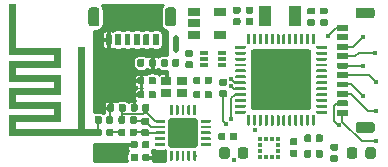
<source format=gbr>
G04 #@! TF.GenerationSoftware,KiCad,Pcbnew,(5.1.5-0-10_14)*
G04 #@! TF.CreationDate,2020-08-21T21:41:28-04:00*
G04 #@! TF.ProjectId,ESLO,45534c4f-2e6b-4696-9361-645f70636258,rev?*
G04 #@! TF.SameCoordinates,Original*
G04 #@! TF.FileFunction,Copper,L1,Top*
G04 #@! TF.FilePolarity,Positive*
%FSLAX46Y46*%
G04 Gerber Fmt 4.6, Leading zero omitted, Abs format (unit mm)*
G04 Created by KiCad (PCBNEW (5.1.5-0-10_14)) date 2020-08-21 21:41:28*
%MOMM*%
%LPD*%
G04 APERTURE LIST*
%ADD10C,0.100000*%
%ADD11C,0.010000*%
%ADD12C,0.500000*%
%ADD13R,0.850000X0.750000*%
%ADD14C,0.250000*%
%ADD15R,0.700000X0.400000*%
%ADD16R,0.375000X0.350000*%
%ADD17R,0.350000X0.375000*%
%ADD18R,1.060000X0.650000*%
%ADD19R,1.000000X1.800000*%
%ADD20C,0.254000*%
%ADD21C,0.450000*%
%ADD22C,0.150000*%
%ADD23C,0.520000*%
%ADD24C,0.250000*%
G04 APERTURE END LIST*
D10*
G36*
X153350000Y-104200000D02*
G01*
X153350000Y-103200000D01*
X153850000Y-103200000D01*
X153850000Y-104200000D01*
X153350000Y-104200000D01*
G37*
D11*
G36*
X143305000Y-109719000D02*
G01*
X143305000Y-109126333D01*
X139495000Y-109126333D01*
X139495000Y-107433000D01*
X143305000Y-107433000D01*
X143305000Y-106840333D01*
X139495000Y-106840333D01*
X139495000Y-105147000D01*
X143305000Y-105147000D01*
X143305000Y-104554333D01*
X139495000Y-104554333D01*
X139495000Y-100321000D01*
X140003000Y-100321000D01*
X140003000Y-104046333D01*
X143813000Y-104046333D01*
X143813000Y-105655000D01*
X140003000Y-105655000D01*
X140003000Y-106332333D01*
X143813000Y-106332333D01*
X143813000Y-107941000D01*
X140003000Y-107941000D01*
X140003000Y-108618333D01*
X143813000Y-108618333D01*
X143813000Y-110227000D01*
X140003000Y-110227000D01*
X140003000Y-110904333D01*
X145337000Y-110904333D01*
X145337000Y-103961667D01*
X145845000Y-103961667D01*
X145845000Y-110904333D01*
X146695000Y-110905000D01*
X146696495Y-111412333D01*
X139495000Y-111412333D01*
X139495000Y-109719000D01*
X143305000Y-109719000D01*
G37*
X143305000Y-109719000D02*
X143305000Y-109126333D01*
X139495000Y-109126333D01*
X139495000Y-107433000D01*
X143305000Y-107433000D01*
X143305000Y-106840333D01*
X139495000Y-106840333D01*
X139495000Y-105147000D01*
X143305000Y-105147000D01*
X143305000Y-104554333D01*
X139495000Y-104554333D01*
X139495000Y-100321000D01*
X140003000Y-100321000D01*
X140003000Y-104046333D01*
X143813000Y-104046333D01*
X143813000Y-105655000D01*
X140003000Y-105655000D01*
X140003000Y-106332333D01*
X143813000Y-106332333D01*
X143813000Y-107941000D01*
X140003000Y-107941000D01*
X140003000Y-108618333D01*
X143813000Y-108618333D01*
X143813000Y-110227000D01*
X140003000Y-110227000D01*
X140003000Y-110904333D01*
X145337000Y-110904333D01*
X145337000Y-103961667D01*
X145845000Y-103961667D01*
X145845000Y-110904333D01*
X146695000Y-110905000D01*
X146696495Y-111412333D01*
X139495000Y-111412333D01*
X139495000Y-109719000D01*
X143305000Y-109719000D01*
D12*
X153600000Y-103200000D03*
X153600000Y-104200000D03*
D13*
X154150000Y-107850000D03*
X152800000Y-107850000D03*
X152800000Y-106800000D03*
X154150000Y-106800000D03*
G04 #@! TA.AperFunction,SMDPad,CuDef*
D10*
G36*
X154911958Y-104170710D02*
G01*
X154926276Y-104172834D01*
X154940317Y-104176351D01*
X154953946Y-104181228D01*
X154967031Y-104187417D01*
X154979447Y-104194858D01*
X154991073Y-104203481D01*
X155001798Y-104213202D01*
X155011519Y-104223927D01*
X155020142Y-104235553D01*
X155027583Y-104247969D01*
X155033772Y-104261054D01*
X155038649Y-104274683D01*
X155042166Y-104288724D01*
X155044290Y-104303042D01*
X155045000Y-104317500D01*
X155045000Y-104612500D01*
X155044290Y-104626958D01*
X155042166Y-104641276D01*
X155038649Y-104655317D01*
X155033772Y-104668946D01*
X155027583Y-104682031D01*
X155020142Y-104694447D01*
X155011519Y-104706073D01*
X155001798Y-104716798D01*
X154991073Y-104726519D01*
X154979447Y-104735142D01*
X154967031Y-104742583D01*
X154953946Y-104748772D01*
X154940317Y-104753649D01*
X154926276Y-104757166D01*
X154911958Y-104759290D01*
X154897500Y-104760000D01*
X154552500Y-104760000D01*
X154538042Y-104759290D01*
X154523724Y-104757166D01*
X154509683Y-104753649D01*
X154496054Y-104748772D01*
X154482969Y-104742583D01*
X154470553Y-104735142D01*
X154458927Y-104726519D01*
X154448202Y-104716798D01*
X154438481Y-104706073D01*
X154429858Y-104694447D01*
X154422417Y-104682031D01*
X154416228Y-104668946D01*
X154411351Y-104655317D01*
X154407834Y-104641276D01*
X154405710Y-104626958D01*
X154405000Y-104612500D01*
X154405000Y-104317500D01*
X154405710Y-104303042D01*
X154407834Y-104288724D01*
X154411351Y-104274683D01*
X154416228Y-104261054D01*
X154422417Y-104247969D01*
X154429858Y-104235553D01*
X154438481Y-104223927D01*
X154448202Y-104213202D01*
X154458927Y-104203481D01*
X154470553Y-104194858D01*
X154482969Y-104187417D01*
X154496054Y-104181228D01*
X154509683Y-104176351D01*
X154523724Y-104172834D01*
X154538042Y-104170710D01*
X154552500Y-104170000D01*
X154897500Y-104170000D01*
X154911958Y-104170710D01*
G37*
G04 #@! TD.AperFunction*
G04 #@! TA.AperFunction,SMDPad,CuDef*
G36*
X154911958Y-105140710D02*
G01*
X154926276Y-105142834D01*
X154940317Y-105146351D01*
X154953946Y-105151228D01*
X154967031Y-105157417D01*
X154979447Y-105164858D01*
X154991073Y-105173481D01*
X155001798Y-105183202D01*
X155011519Y-105193927D01*
X155020142Y-105205553D01*
X155027583Y-105217969D01*
X155033772Y-105231054D01*
X155038649Y-105244683D01*
X155042166Y-105258724D01*
X155044290Y-105273042D01*
X155045000Y-105287500D01*
X155045000Y-105582500D01*
X155044290Y-105596958D01*
X155042166Y-105611276D01*
X155038649Y-105625317D01*
X155033772Y-105638946D01*
X155027583Y-105652031D01*
X155020142Y-105664447D01*
X155011519Y-105676073D01*
X155001798Y-105686798D01*
X154991073Y-105696519D01*
X154979447Y-105705142D01*
X154967031Y-105712583D01*
X154953946Y-105718772D01*
X154940317Y-105723649D01*
X154926276Y-105727166D01*
X154911958Y-105729290D01*
X154897500Y-105730000D01*
X154552500Y-105730000D01*
X154538042Y-105729290D01*
X154523724Y-105727166D01*
X154509683Y-105723649D01*
X154496054Y-105718772D01*
X154482969Y-105712583D01*
X154470553Y-105705142D01*
X154458927Y-105696519D01*
X154448202Y-105686798D01*
X154438481Y-105676073D01*
X154429858Y-105664447D01*
X154422417Y-105652031D01*
X154416228Y-105638946D01*
X154411351Y-105625317D01*
X154407834Y-105611276D01*
X154405710Y-105596958D01*
X154405000Y-105582500D01*
X154405000Y-105287500D01*
X154405710Y-105273042D01*
X154407834Y-105258724D01*
X154411351Y-105244683D01*
X154416228Y-105231054D01*
X154422417Y-105217969D01*
X154429858Y-105205553D01*
X154438481Y-105193927D01*
X154448202Y-105183202D01*
X154458927Y-105173481D01*
X154470553Y-105164858D01*
X154482969Y-105157417D01*
X154496054Y-105151228D01*
X154509683Y-105146351D01*
X154523724Y-105142834D01*
X154538042Y-105140710D01*
X154552500Y-105140000D01*
X154897500Y-105140000D01*
X154911958Y-105140710D01*
G37*
G04 #@! TD.AperFunction*
G04 #@! TA.AperFunction,SMDPad,CuDef*
G36*
X151761958Y-104955710D02*
G01*
X151776276Y-104957834D01*
X151790317Y-104961351D01*
X151803946Y-104966228D01*
X151817031Y-104972417D01*
X151829447Y-104979858D01*
X151841073Y-104988481D01*
X151851798Y-104998202D01*
X151861519Y-105008927D01*
X151870142Y-105020553D01*
X151877583Y-105032969D01*
X151883772Y-105046054D01*
X151888649Y-105059683D01*
X151892166Y-105073724D01*
X151894290Y-105088042D01*
X151895000Y-105102500D01*
X151895000Y-105447500D01*
X151894290Y-105461958D01*
X151892166Y-105476276D01*
X151888649Y-105490317D01*
X151883772Y-105503946D01*
X151877583Y-105517031D01*
X151870142Y-105529447D01*
X151861519Y-105541073D01*
X151851798Y-105551798D01*
X151841073Y-105561519D01*
X151829447Y-105570142D01*
X151817031Y-105577583D01*
X151803946Y-105583772D01*
X151790317Y-105588649D01*
X151776276Y-105592166D01*
X151761958Y-105594290D01*
X151747500Y-105595000D01*
X151452500Y-105595000D01*
X151438042Y-105594290D01*
X151423724Y-105592166D01*
X151409683Y-105588649D01*
X151396054Y-105583772D01*
X151382969Y-105577583D01*
X151370553Y-105570142D01*
X151358927Y-105561519D01*
X151348202Y-105551798D01*
X151338481Y-105541073D01*
X151329858Y-105529447D01*
X151322417Y-105517031D01*
X151316228Y-105503946D01*
X151311351Y-105490317D01*
X151307834Y-105476276D01*
X151305710Y-105461958D01*
X151305000Y-105447500D01*
X151305000Y-105102500D01*
X151305710Y-105088042D01*
X151307834Y-105073724D01*
X151311351Y-105059683D01*
X151316228Y-105046054D01*
X151322417Y-105032969D01*
X151329858Y-105020553D01*
X151338481Y-105008927D01*
X151348202Y-104998202D01*
X151358927Y-104988481D01*
X151370553Y-104979858D01*
X151382969Y-104972417D01*
X151396054Y-104966228D01*
X151409683Y-104961351D01*
X151423724Y-104957834D01*
X151438042Y-104955710D01*
X151452500Y-104955000D01*
X151747500Y-104955000D01*
X151761958Y-104955710D01*
G37*
G04 #@! TD.AperFunction*
G04 #@! TA.AperFunction,SMDPad,CuDef*
G36*
X150791958Y-104955710D02*
G01*
X150806276Y-104957834D01*
X150820317Y-104961351D01*
X150833946Y-104966228D01*
X150847031Y-104972417D01*
X150859447Y-104979858D01*
X150871073Y-104988481D01*
X150881798Y-104998202D01*
X150891519Y-105008927D01*
X150900142Y-105020553D01*
X150907583Y-105032969D01*
X150913772Y-105046054D01*
X150918649Y-105059683D01*
X150922166Y-105073724D01*
X150924290Y-105088042D01*
X150925000Y-105102500D01*
X150925000Y-105447500D01*
X150924290Y-105461958D01*
X150922166Y-105476276D01*
X150918649Y-105490317D01*
X150913772Y-105503946D01*
X150907583Y-105517031D01*
X150900142Y-105529447D01*
X150891519Y-105541073D01*
X150881798Y-105551798D01*
X150871073Y-105561519D01*
X150859447Y-105570142D01*
X150847031Y-105577583D01*
X150833946Y-105583772D01*
X150820317Y-105588649D01*
X150806276Y-105592166D01*
X150791958Y-105594290D01*
X150777500Y-105595000D01*
X150482500Y-105595000D01*
X150468042Y-105594290D01*
X150453724Y-105592166D01*
X150439683Y-105588649D01*
X150426054Y-105583772D01*
X150412969Y-105577583D01*
X150400553Y-105570142D01*
X150388927Y-105561519D01*
X150378202Y-105551798D01*
X150368481Y-105541073D01*
X150359858Y-105529447D01*
X150352417Y-105517031D01*
X150346228Y-105503946D01*
X150341351Y-105490317D01*
X150337834Y-105476276D01*
X150335710Y-105461958D01*
X150335000Y-105447500D01*
X150335000Y-105102500D01*
X150335710Y-105088042D01*
X150337834Y-105073724D01*
X150341351Y-105059683D01*
X150346228Y-105046054D01*
X150352417Y-105032969D01*
X150359858Y-105020553D01*
X150368481Y-105008927D01*
X150378202Y-104998202D01*
X150388927Y-104988481D01*
X150400553Y-104979858D01*
X150412969Y-104972417D01*
X150426054Y-104966228D01*
X150439683Y-104961351D01*
X150453724Y-104957834D01*
X150468042Y-104955710D01*
X150482500Y-104955000D01*
X150777500Y-104955000D01*
X150791958Y-104955710D01*
G37*
G04 #@! TD.AperFunction*
G04 #@! TA.AperFunction,SMDPad,CuDef*
G36*
X153761958Y-104955710D02*
G01*
X153776276Y-104957834D01*
X153790317Y-104961351D01*
X153803946Y-104966228D01*
X153817031Y-104972417D01*
X153829447Y-104979858D01*
X153841073Y-104988481D01*
X153851798Y-104998202D01*
X153861519Y-105008927D01*
X153870142Y-105020553D01*
X153877583Y-105032969D01*
X153883772Y-105046054D01*
X153888649Y-105059683D01*
X153892166Y-105073724D01*
X153894290Y-105088042D01*
X153895000Y-105102500D01*
X153895000Y-105447500D01*
X153894290Y-105461958D01*
X153892166Y-105476276D01*
X153888649Y-105490317D01*
X153883772Y-105503946D01*
X153877583Y-105517031D01*
X153870142Y-105529447D01*
X153861519Y-105541073D01*
X153851798Y-105551798D01*
X153841073Y-105561519D01*
X153829447Y-105570142D01*
X153817031Y-105577583D01*
X153803946Y-105583772D01*
X153790317Y-105588649D01*
X153776276Y-105592166D01*
X153761958Y-105594290D01*
X153747500Y-105595000D01*
X153452500Y-105595000D01*
X153438042Y-105594290D01*
X153423724Y-105592166D01*
X153409683Y-105588649D01*
X153396054Y-105583772D01*
X153382969Y-105577583D01*
X153370553Y-105570142D01*
X153358927Y-105561519D01*
X153348202Y-105551798D01*
X153338481Y-105541073D01*
X153329858Y-105529447D01*
X153322417Y-105517031D01*
X153316228Y-105503946D01*
X153311351Y-105490317D01*
X153307834Y-105476276D01*
X153305710Y-105461958D01*
X153305000Y-105447500D01*
X153305000Y-105102500D01*
X153305710Y-105088042D01*
X153307834Y-105073724D01*
X153311351Y-105059683D01*
X153316228Y-105046054D01*
X153322417Y-105032969D01*
X153329858Y-105020553D01*
X153338481Y-105008927D01*
X153348202Y-104998202D01*
X153358927Y-104988481D01*
X153370553Y-104979858D01*
X153382969Y-104972417D01*
X153396054Y-104966228D01*
X153409683Y-104961351D01*
X153423724Y-104957834D01*
X153438042Y-104955710D01*
X153452500Y-104955000D01*
X153747500Y-104955000D01*
X153761958Y-104955710D01*
G37*
G04 #@! TD.AperFunction*
G04 #@! TA.AperFunction,SMDPad,CuDef*
G36*
X152791958Y-104955710D02*
G01*
X152806276Y-104957834D01*
X152820317Y-104961351D01*
X152833946Y-104966228D01*
X152847031Y-104972417D01*
X152859447Y-104979858D01*
X152871073Y-104988481D01*
X152881798Y-104998202D01*
X152891519Y-105008927D01*
X152900142Y-105020553D01*
X152907583Y-105032969D01*
X152913772Y-105046054D01*
X152918649Y-105059683D01*
X152922166Y-105073724D01*
X152924290Y-105088042D01*
X152925000Y-105102500D01*
X152925000Y-105447500D01*
X152924290Y-105461958D01*
X152922166Y-105476276D01*
X152918649Y-105490317D01*
X152913772Y-105503946D01*
X152907583Y-105517031D01*
X152900142Y-105529447D01*
X152891519Y-105541073D01*
X152881798Y-105551798D01*
X152871073Y-105561519D01*
X152859447Y-105570142D01*
X152847031Y-105577583D01*
X152833946Y-105583772D01*
X152820317Y-105588649D01*
X152806276Y-105592166D01*
X152791958Y-105594290D01*
X152777500Y-105595000D01*
X152482500Y-105595000D01*
X152468042Y-105594290D01*
X152453724Y-105592166D01*
X152439683Y-105588649D01*
X152426054Y-105583772D01*
X152412969Y-105577583D01*
X152400553Y-105570142D01*
X152388927Y-105561519D01*
X152378202Y-105551798D01*
X152368481Y-105541073D01*
X152359858Y-105529447D01*
X152352417Y-105517031D01*
X152346228Y-105503946D01*
X152341351Y-105490317D01*
X152337834Y-105476276D01*
X152335710Y-105461958D01*
X152335000Y-105447500D01*
X152335000Y-105102500D01*
X152335710Y-105088042D01*
X152337834Y-105073724D01*
X152341351Y-105059683D01*
X152346228Y-105046054D01*
X152352417Y-105032969D01*
X152359858Y-105020553D01*
X152368481Y-105008927D01*
X152378202Y-104998202D01*
X152388927Y-104988481D01*
X152400553Y-104979858D01*
X152412969Y-104972417D01*
X152426054Y-104966228D01*
X152439683Y-104961351D01*
X152453724Y-104957834D01*
X152468042Y-104955710D01*
X152482500Y-104955000D01*
X152777500Y-104955000D01*
X152791958Y-104955710D01*
G37*
G04 #@! TD.AperFunction*
G04 #@! TA.AperFunction,SMDPad,CuDef*
G36*
X150226958Y-111880710D02*
G01*
X150241276Y-111882834D01*
X150255317Y-111886351D01*
X150268946Y-111891228D01*
X150282031Y-111897417D01*
X150294447Y-111904858D01*
X150306073Y-111913481D01*
X150316798Y-111923202D01*
X150326519Y-111933927D01*
X150335142Y-111945553D01*
X150342583Y-111957969D01*
X150348772Y-111971054D01*
X150353649Y-111984683D01*
X150357166Y-111998724D01*
X150359290Y-112013042D01*
X150360000Y-112027500D01*
X150360000Y-112372500D01*
X150359290Y-112386958D01*
X150357166Y-112401276D01*
X150353649Y-112415317D01*
X150348772Y-112428946D01*
X150342583Y-112442031D01*
X150335142Y-112454447D01*
X150326519Y-112466073D01*
X150316798Y-112476798D01*
X150306073Y-112486519D01*
X150294447Y-112495142D01*
X150282031Y-112502583D01*
X150268946Y-112508772D01*
X150255317Y-112513649D01*
X150241276Y-112517166D01*
X150226958Y-112519290D01*
X150212500Y-112520000D01*
X149917500Y-112520000D01*
X149903042Y-112519290D01*
X149888724Y-112517166D01*
X149874683Y-112513649D01*
X149861054Y-112508772D01*
X149847969Y-112502583D01*
X149835553Y-112495142D01*
X149823927Y-112486519D01*
X149813202Y-112476798D01*
X149803481Y-112466073D01*
X149794858Y-112454447D01*
X149787417Y-112442031D01*
X149781228Y-112428946D01*
X149776351Y-112415317D01*
X149772834Y-112401276D01*
X149770710Y-112386958D01*
X149770000Y-112372500D01*
X149770000Y-112027500D01*
X149770710Y-112013042D01*
X149772834Y-111998724D01*
X149776351Y-111984683D01*
X149781228Y-111971054D01*
X149787417Y-111957969D01*
X149794858Y-111945553D01*
X149803481Y-111933927D01*
X149813202Y-111923202D01*
X149823927Y-111913481D01*
X149835553Y-111904858D01*
X149847969Y-111897417D01*
X149861054Y-111891228D01*
X149874683Y-111886351D01*
X149888724Y-111882834D01*
X149903042Y-111880710D01*
X149917500Y-111880000D01*
X150212500Y-111880000D01*
X150226958Y-111880710D01*
G37*
G04 #@! TD.AperFunction*
G04 #@! TA.AperFunction,SMDPad,CuDef*
G36*
X151196958Y-111880710D02*
G01*
X151211276Y-111882834D01*
X151225317Y-111886351D01*
X151238946Y-111891228D01*
X151252031Y-111897417D01*
X151264447Y-111904858D01*
X151276073Y-111913481D01*
X151286798Y-111923202D01*
X151296519Y-111933927D01*
X151305142Y-111945553D01*
X151312583Y-111957969D01*
X151318772Y-111971054D01*
X151323649Y-111984683D01*
X151327166Y-111998724D01*
X151329290Y-112013042D01*
X151330000Y-112027500D01*
X151330000Y-112372500D01*
X151329290Y-112386958D01*
X151327166Y-112401276D01*
X151323649Y-112415317D01*
X151318772Y-112428946D01*
X151312583Y-112442031D01*
X151305142Y-112454447D01*
X151296519Y-112466073D01*
X151286798Y-112476798D01*
X151276073Y-112486519D01*
X151264447Y-112495142D01*
X151252031Y-112502583D01*
X151238946Y-112508772D01*
X151225317Y-112513649D01*
X151211276Y-112517166D01*
X151196958Y-112519290D01*
X151182500Y-112520000D01*
X150887500Y-112520000D01*
X150873042Y-112519290D01*
X150858724Y-112517166D01*
X150844683Y-112513649D01*
X150831054Y-112508772D01*
X150817969Y-112502583D01*
X150805553Y-112495142D01*
X150793927Y-112486519D01*
X150783202Y-112476798D01*
X150773481Y-112466073D01*
X150764858Y-112454447D01*
X150757417Y-112442031D01*
X150751228Y-112428946D01*
X150746351Y-112415317D01*
X150742834Y-112401276D01*
X150740710Y-112386958D01*
X150740000Y-112372500D01*
X150740000Y-112027500D01*
X150740710Y-112013042D01*
X150742834Y-111998724D01*
X150746351Y-111984683D01*
X150751228Y-111971054D01*
X150757417Y-111957969D01*
X150764858Y-111945553D01*
X150773481Y-111933927D01*
X150783202Y-111923202D01*
X150793927Y-111913481D01*
X150805553Y-111904858D01*
X150817969Y-111897417D01*
X150831054Y-111891228D01*
X150844683Y-111886351D01*
X150858724Y-111882834D01*
X150873042Y-111880710D01*
X150887500Y-111880000D01*
X151182500Y-111880000D01*
X151196958Y-111880710D01*
G37*
G04 #@! TD.AperFunction*
G04 #@! TA.AperFunction,SMDPad,CuDef*
G36*
X157786958Y-106620710D02*
G01*
X157801276Y-106622834D01*
X157815317Y-106626351D01*
X157828946Y-106631228D01*
X157842031Y-106637417D01*
X157854447Y-106644858D01*
X157866073Y-106653481D01*
X157876798Y-106663202D01*
X157886519Y-106673927D01*
X157895142Y-106685553D01*
X157902583Y-106697969D01*
X157908772Y-106711054D01*
X157913649Y-106724683D01*
X157917166Y-106738724D01*
X157919290Y-106753042D01*
X157920000Y-106767500D01*
X157920000Y-107062500D01*
X157919290Y-107076958D01*
X157917166Y-107091276D01*
X157913649Y-107105317D01*
X157908772Y-107118946D01*
X157902583Y-107132031D01*
X157895142Y-107144447D01*
X157886519Y-107156073D01*
X157876798Y-107166798D01*
X157866073Y-107176519D01*
X157854447Y-107185142D01*
X157842031Y-107192583D01*
X157828946Y-107198772D01*
X157815317Y-107203649D01*
X157801276Y-107207166D01*
X157786958Y-107209290D01*
X157772500Y-107210000D01*
X157427500Y-107210000D01*
X157413042Y-107209290D01*
X157398724Y-107207166D01*
X157384683Y-107203649D01*
X157371054Y-107198772D01*
X157357969Y-107192583D01*
X157345553Y-107185142D01*
X157333927Y-107176519D01*
X157323202Y-107166798D01*
X157313481Y-107156073D01*
X157304858Y-107144447D01*
X157297417Y-107132031D01*
X157291228Y-107118946D01*
X157286351Y-107105317D01*
X157282834Y-107091276D01*
X157280710Y-107076958D01*
X157280000Y-107062500D01*
X157280000Y-106767500D01*
X157280710Y-106753042D01*
X157282834Y-106738724D01*
X157286351Y-106724683D01*
X157291228Y-106711054D01*
X157297417Y-106697969D01*
X157304858Y-106685553D01*
X157313481Y-106673927D01*
X157323202Y-106663202D01*
X157333927Y-106653481D01*
X157345553Y-106644858D01*
X157357969Y-106637417D01*
X157371054Y-106631228D01*
X157384683Y-106626351D01*
X157398724Y-106622834D01*
X157413042Y-106620710D01*
X157427500Y-106620000D01*
X157772500Y-106620000D01*
X157786958Y-106620710D01*
G37*
G04 #@! TD.AperFunction*
G04 #@! TA.AperFunction,SMDPad,CuDef*
G36*
X157786958Y-107590710D02*
G01*
X157801276Y-107592834D01*
X157815317Y-107596351D01*
X157828946Y-107601228D01*
X157842031Y-107607417D01*
X157854447Y-107614858D01*
X157866073Y-107623481D01*
X157876798Y-107633202D01*
X157886519Y-107643927D01*
X157895142Y-107655553D01*
X157902583Y-107667969D01*
X157908772Y-107681054D01*
X157913649Y-107694683D01*
X157917166Y-107708724D01*
X157919290Y-107723042D01*
X157920000Y-107737500D01*
X157920000Y-108032500D01*
X157919290Y-108046958D01*
X157917166Y-108061276D01*
X157913649Y-108075317D01*
X157908772Y-108088946D01*
X157902583Y-108102031D01*
X157895142Y-108114447D01*
X157886519Y-108126073D01*
X157876798Y-108136798D01*
X157866073Y-108146519D01*
X157854447Y-108155142D01*
X157842031Y-108162583D01*
X157828946Y-108168772D01*
X157815317Y-108173649D01*
X157801276Y-108177166D01*
X157786958Y-108179290D01*
X157772500Y-108180000D01*
X157427500Y-108180000D01*
X157413042Y-108179290D01*
X157398724Y-108177166D01*
X157384683Y-108173649D01*
X157371054Y-108168772D01*
X157357969Y-108162583D01*
X157345553Y-108155142D01*
X157333927Y-108146519D01*
X157323202Y-108136798D01*
X157313481Y-108126073D01*
X157304858Y-108114447D01*
X157297417Y-108102031D01*
X157291228Y-108088946D01*
X157286351Y-108075317D01*
X157282834Y-108061276D01*
X157280710Y-108046958D01*
X157280000Y-108032500D01*
X157280000Y-107737500D01*
X157280710Y-107723042D01*
X157282834Y-107708724D01*
X157286351Y-107694683D01*
X157291228Y-107681054D01*
X157297417Y-107667969D01*
X157304858Y-107655553D01*
X157313481Y-107643927D01*
X157323202Y-107633202D01*
X157333927Y-107623481D01*
X157345553Y-107614858D01*
X157357969Y-107607417D01*
X157371054Y-107601228D01*
X157384683Y-107596351D01*
X157398724Y-107592834D01*
X157413042Y-107590710D01*
X157427500Y-107590000D01*
X157772500Y-107590000D01*
X157786958Y-107590710D01*
G37*
G04 #@! TD.AperFunction*
G04 #@! TA.AperFunction,SMDPad,CuDef*
G36*
X149191958Y-110830710D02*
G01*
X149206276Y-110832834D01*
X149220317Y-110836351D01*
X149233946Y-110841228D01*
X149247031Y-110847417D01*
X149259447Y-110854858D01*
X149271073Y-110863481D01*
X149281798Y-110873202D01*
X149291519Y-110883927D01*
X149300142Y-110895553D01*
X149307583Y-110907969D01*
X149313772Y-110921054D01*
X149318649Y-110934683D01*
X149322166Y-110948724D01*
X149324290Y-110963042D01*
X149325000Y-110977500D01*
X149325000Y-111322500D01*
X149324290Y-111336958D01*
X149322166Y-111351276D01*
X149318649Y-111365317D01*
X149313772Y-111378946D01*
X149307583Y-111392031D01*
X149300142Y-111404447D01*
X149291519Y-111416073D01*
X149281798Y-111426798D01*
X149271073Y-111436519D01*
X149259447Y-111445142D01*
X149247031Y-111452583D01*
X149233946Y-111458772D01*
X149220317Y-111463649D01*
X149206276Y-111467166D01*
X149191958Y-111469290D01*
X149177500Y-111470000D01*
X148882500Y-111470000D01*
X148868042Y-111469290D01*
X148853724Y-111467166D01*
X148839683Y-111463649D01*
X148826054Y-111458772D01*
X148812969Y-111452583D01*
X148800553Y-111445142D01*
X148788927Y-111436519D01*
X148778202Y-111426798D01*
X148768481Y-111416073D01*
X148759858Y-111404447D01*
X148752417Y-111392031D01*
X148746228Y-111378946D01*
X148741351Y-111365317D01*
X148737834Y-111351276D01*
X148735710Y-111336958D01*
X148735000Y-111322500D01*
X148735000Y-110977500D01*
X148735710Y-110963042D01*
X148737834Y-110948724D01*
X148741351Y-110934683D01*
X148746228Y-110921054D01*
X148752417Y-110907969D01*
X148759858Y-110895553D01*
X148768481Y-110883927D01*
X148778202Y-110873202D01*
X148788927Y-110863481D01*
X148800553Y-110854858D01*
X148812969Y-110847417D01*
X148826054Y-110841228D01*
X148839683Y-110836351D01*
X148853724Y-110832834D01*
X148868042Y-110830710D01*
X148882500Y-110830000D01*
X149177500Y-110830000D01*
X149191958Y-110830710D01*
G37*
G04 #@! TD.AperFunction*
G04 #@! TA.AperFunction,SMDPad,CuDef*
G36*
X150161958Y-110830710D02*
G01*
X150176276Y-110832834D01*
X150190317Y-110836351D01*
X150203946Y-110841228D01*
X150217031Y-110847417D01*
X150229447Y-110854858D01*
X150241073Y-110863481D01*
X150251798Y-110873202D01*
X150261519Y-110883927D01*
X150270142Y-110895553D01*
X150277583Y-110907969D01*
X150283772Y-110921054D01*
X150288649Y-110934683D01*
X150292166Y-110948724D01*
X150294290Y-110963042D01*
X150295000Y-110977500D01*
X150295000Y-111322500D01*
X150294290Y-111336958D01*
X150292166Y-111351276D01*
X150288649Y-111365317D01*
X150283772Y-111378946D01*
X150277583Y-111392031D01*
X150270142Y-111404447D01*
X150261519Y-111416073D01*
X150251798Y-111426798D01*
X150241073Y-111436519D01*
X150229447Y-111445142D01*
X150217031Y-111452583D01*
X150203946Y-111458772D01*
X150190317Y-111463649D01*
X150176276Y-111467166D01*
X150161958Y-111469290D01*
X150147500Y-111470000D01*
X149852500Y-111470000D01*
X149838042Y-111469290D01*
X149823724Y-111467166D01*
X149809683Y-111463649D01*
X149796054Y-111458772D01*
X149782969Y-111452583D01*
X149770553Y-111445142D01*
X149758927Y-111436519D01*
X149748202Y-111426798D01*
X149738481Y-111416073D01*
X149729858Y-111404447D01*
X149722417Y-111392031D01*
X149716228Y-111378946D01*
X149711351Y-111365317D01*
X149707834Y-111351276D01*
X149705710Y-111336958D01*
X149705000Y-111322500D01*
X149705000Y-110977500D01*
X149705710Y-110963042D01*
X149707834Y-110948724D01*
X149711351Y-110934683D01*
X149716228Y-110921054D01*
X149722417Y-110907969D01*
X149729858Y-110895553D01*
X149738481Y-110883927D01*
X149748202Y-110873202D01*
X149758927Y-110863481D01*
X149770553Y-110854858D01*
X149782969Y-110847417D01*
X149796054Y-110841228D01*
X149809683Y-110836351D01*
X149823724Y-110832834D01*
X149838042Y-110830710D01*
X149852500Y-110830000D01*
X150147500Y-110830000D01*
X150161958Y-110830710D01*
G37*
G04 #@! TD.AperFunction*
G04 #@! TA.AperFunction,SMDPad,CuDef*
G36*
X151186958Y-110880710D02*
G01*
X151201276Y-110882834D01*
X151215317Y-110886351D01*
X151228946Y-110891228D01*
X151242031Y-110897417D01*
X151254447Y-110904858D01*
X151266073Y-110913481D01*
X151276798Y-110923202D01*
X151286519Y-110933927D01*
X151295142Y-110945553D01*
X151302583Y-110957969D01*
X151308772Y-110971054D01*
X151313649Y-110984683D01*
X151317166Y-110998724D01*
X151319290Y-111013042D01*
X151320000Y-111027500D01*
X151320000Y-111322500D01*
X151319290Y-111336958D01*
X151317166Y-111351276D01*
X151313649Y-111365317D01*
X151308772Y-111378946D01*
X151302583Y-111392031D01*
X151295142Y-111404447D01*
X151286519Y-111416073D01*
X151276798Y-111426798D01*
X151266073Y-111436519D01*
X151254447Y-111445142D01*
X151242031Y-111452583D01*
X151228946Y-111458772D01*
X151215317Y-111463649D01*
X151201276Y-111467166D01*
X151186958Y-111469290D01*
X151172500Y-111470000D01*
X150827500Y-111470000D01*
X150813042Y-111469290D01*
X150798724Y-111467166D01*
X150784683Y-111463649D01*
X150771054Y-111458772D01*
X150757969Y-111452583D01*
X150745553Y-111445142D01*
X150733927Y-111436519D01*
X150723202Y-111426798D01*
X150713481Y-111416073D01*
X150704858Y-111404447D01*
X150697417Y-111392031D01*
X150691228Y-111378946D01*
X150686351Y-111365317D01*
X150682834Y-111351276D01*
X150680710Y-111336958D01*
X150680000Y-111322500D01*
X150680000Y-111027500D01*
X150680710Y-111013042D01*
X150682834Y-110998724D01*
X150686351Y-110984683D01*
X150691228Y-110971054D01*
X150697417Y-110957969D01*
X150704858Y-110945553D01*
X150713481Y-110933927D01*
X150723202Y-110923202D01*
X150733927Y-110913481D01*
X150745553Y-110904858D01*
X150757969Y-110897417D01*
X150771054Y-110891228D01*
X150784683Y-110886351D01*
X150798724Y-110882834D01*
X150813042Y-110880710D01*
X150827500Y-110880000D01*
X151172500Y-110880000D01*
X151186958Y-110880710D01*
G37*
G04 #@! TD.AperFunction*
G04 #@! TA.AperFunction,SMDPad,CuDef*
G36*
X151186958Y-109910710D02*
G01*
X151201276Y-109912834D01*
X151215317Y-109916351D01*
X151228946Y-109921228D01*
X151242031Y-109927417D01*
X151254447Y-109934858D01*
X151266073Y-109943481D01*
X151276798Y-109953202D01*
X151286519Y-109963927D01*
X151295142Y-109975553D01*
X151302583Y-109987969D01*
X151308772Y-110001054D01*
X151313649Y-110014683D01*
X151317166Y-110028724D01*
X151319290Y-110043042D01*
X151320000Y-110057500D01*
X151320000Y-110352500D01*
X151319290Y-110366958D01*
X151317166Y-110381276D01*
X151313649Y-110395317D01*
X151308772Y-110408946D01*
X151302583Y-110422031D01*
X151295142Y-110434447D01*
X151286519Y-110446073D01*
X151276798Y-110456798D01*
X151266073Y-110466519D01*
X151254447Y-110475142D01*
X151242031Y-110482583D01*
X151228946Y-110488772D01*
X151215317Y-110493649D01*
X151201276Y-110497166D01*
X151186958Y-110499290D01*
X151172500Y-110500000D01*
X150827500Y-110500000D01*
X150813042Y-110499290D01*
X150798724Y-110497166D01*
X150784683Y-110493649D01*
X150771054Y-110488772D01*
X150757969Y-110482583D01*
X150745553Y-110475142D01*
X150733927Y-110466519D01*
X150723202Y-110456798D01*
X150713481Y-110446073D01*
X150704858Y-110434447D01*
X150697417Y-110422031D01*
X150691228Y-110408946D01*
X150686351Y-110395317D01*
X150682834Y-110381276D01*
X150680710Y-110366958D01*
X150680000Y-110352500D01*
X150680000Y-110057500D01*
X150680710Y-110043042D01*
X150682834Y-110028724D01*
X150686351Y-110014683D01*
X150691228Y-110001054D01*
X150697417Y-109987969D01*
X150704858Y-109975553D01*
X150713481Y-109963927D01*
X150723202Y-109953202D01*
X150733927Y-109943481D01*
X150745553Y-109934858D01*
X150757969Y-109927417D01*
X150771054Y-109921228D01*
X150784683Y-109916351D01*
X150798724Y-109912834D01*
X150813042Y-109910710D01*
X150827500Y-109910000D01*
X151172500Y-109910000D01*
X151186958Y-109910710D01*
G37*
G04 #@! TD.AperFunction*
G04 #@! TA.AperFunction,SMDPad,CuDef*
G36*
X149191958Y-109780710D02*
G01*
X149206276Y-109782834D01*
X149220317Y-109786351D01*
X149233946Y-109791228D01*
X149247031Y-109797417D01*
X149259447Y-109804858D01*
X149271073Y-109813481D01*
X149281798Y-109823202D01*
X149291519Y-109833927D01*
X149300142Y-109845553D01*
X149307583Y-109857969D01*
X149313772Y-109871054D01*
X149318649Y-109884683D01*
X149322166Y-109898724D01*
X149324290Y-109913042D01*
X149325000Y-109927500D01*
X149325000Y-110272500D01*
X149324290Y-110286958D01*
X149322166Y-110301276D01*
X149318649Y-110315317D01*
X149313772Y-110328946D01*
X149307583Y-110342031D01*
X149300142Y-110354447D01*
X149291519Y-110366073D01*
X149281798Y-110376798D01*
X149271073Y-110386519D01*
X149259447Y-110395142D01*
X149247031Y-110402583D01*
X149233946Y-110408772D01*
X149220317Y-110413649D01*
X149206276Y-110417166D01*
X149191958Y-110419290D01*
X149177500Y-110420000D01*
X148882500Y-110420000D01*
X148868042Y-110419290D01*
X148853724Y-110417166D01*
X148839683Y-110413649D01*
X148826054Y-110408772D01*
X148812969Y-110402583D01*
X148800553Y-110395142D01*
X148788927Y-110386519D01*
X148778202Y-110376798D01*
X148768481Y-110366073D01*
X148759858Y-110354447D01*
X148752417Y-110342031D01*
X148746228Y-110328946D01*
X148741351Y-110315317D01*
X148737834Y-110301276D01*
X148735710Y-110286958D01*
X148735000Y-110272500D01*
X148735000Y-109927500D01*
X148735710Y-109913042D01*
X148737834Y-109898724D01*
X148741351Y-109884683D01*
X148746228Y-109871054D01*
X148752417Y-109857969D01*
X148759858Y-109845553D01*
X148768481Y-109833927D01*
X148778202Y-109823202D01*
X148788927Y-109813481D01*
X148800553Y-109804858D01*
X148812969Y-109797417D01*
X148826054Y-109791228D01*
X148839683Y-109786351D01*
X148853724Y-109782834D01*
X148868042Y-109780710D01*
X148882500Y-109780000D01*
X149177500Y-109780000D01*
X149191958Y-109780710D01*
G37*
G04 #@! TD.AperFunction*
G04 #@! TA.AperFunction,SMDPad,CuDef*
G36*
X150161958Y-109780710D02*
G01*
X150176276Y-109782834D01*
X150190317Y-109786351D01*
X150203946Y-109791228D01*
X150217031Y-109797417D01*
X150229447Y-109804858D01*
X150241073Y-109813481D01*
X150251798Y-109823202D01*
X150261519Y-109833927D01*
X150270142Y-109845553D01*
X150277583Y-109857969D01*
X150283772Y-109871054D01*
X150288649Y-109884683D01*
X150292166Y-109898724D01*
X150294290Y-109913042D01*
X150295000Y-109927500D01*
X150295000Y-110272500D01*
X150294290Y-110286958D01*
X150292166Y-110301276D01*
X150288649Y-110315317D01*
X150283772Y-110328946D01*
X150277583Y-110342031D01*
X150270142Y-110354447D01*
X150261519Y-110366073D01*
X150251798Y-110376798D01*
X150241073Y-110386519D01*
X150229447Y-110395142D01*
X150217031Y-110402583D01*
X150203946Y-110408772D01*
X150190317Y-110413649D01*
X150176276Y-110417166D01*
X150161958Y-110419290D01*
X150147500Y-110420000D01*
X149852500Y-110420000D01*
X149838042Y-110419290D01*
X149823724Y-110417166D01*
X149809683Y-110413649D01*
X149796054Y-110408772D01*
X149782969Y-110402583D01*
X149770553Y-110395142D01*
X149758927Y-110386519D01*
X149748202Y-110376798D01*
X149738481Y-110366073D01*
X149729858Y-110354447D01*
X149722417Y-110342031D01*
X149716228Y-110328946D01*
X149711351Y-110315317D01*
X149707834Y-110301276D01*
X149705710Y-110286958D01*
X149705000Y-110272500D01*
X149705000Y-109927500D01*
X149705710Y-109913042D01*
X149707834Y-109898724D01*
X149711351Y-109884683D01*
X149716228Y-109871054D01*
X149722417Y-109857969D01*
X149729858Y-109845553D01*
X149738481Y-109833927D01*
X149748202Y-109823202D01*
X149758927Y-109813481D01*
X149770553Y-109804858D01*
X149782969Y-109797417D01*
X149796054Y-109791228D01*
X149809683Y-109786351D01*
X149823724Y-109782834D01*
X149838042Y-109780710D01*
X149852500Y-109780000D01*
X150147500Y-109780000D01*
X150161958Y-109780710D01*
G37*
G04 #@! TD.AperFunction*
G04 #@! TA.AperFunction,SMDPad,CuDef*
G36*
X150791958Y-107640710D02*
G01*
X150806276Y-107642834D01*
X150820317Y-107646351D01*
X150833946Y-107651228D01*
X150847031Y-107657417D01*
X150859447Y-107664858D01*
X150871073Y-107673481D01*
X150881798Y-107683202D01*
X150891519Y-107693927D01*
X150900142Y-107705553D01*
X150907583Y-107717969D01*
X150913772Y-107731054D01*
X150918649Y-107744683D01*
X150922166Y-107758724D01*
X150924290Y-107773042D01*
X150925000Y-107787500D01*
X150925000Y-108132500D01*
X150924290Y-108146958D01*
X150922166Y-108161276D01*
X150918649Y-108175317D01*
X150913772Y-108188946D01*
X150907583Y-108202031D01*
X150900142Y-108214447D01*
X150891519Y-108226073D01*
X150881798Y-108236798D01*
X150871073Y-108246519D01*
X150859447Y-108255142D01*
X150847031Y-108262583D01*
X150833946Y-108268772D01*
X150820317Y-108273649D01*
X150806276Y-108277166D01*
X150791958Y-108279290D01*
X150777500Y-108280000D01*
X150482500Y-108280000D01*
X150468042Y-108279290D01*
X150453724Y-108277166D01*
X150439683Y-108273649D01*
X150426054Y-108268772D01*
X150412969Y-108262583D01*
X150400553Y-108255142D01*
X150388927Y-108246519D01*
X150378202Y-108236798D01*
X150368481Y-108226073D01*
X150359858Y-108214447D01*
X150352417Y-108202031D01*
X150346228Y-108188946D01*
X150341351Y-108175317D01*
X150337834Y-108161276D01*
X150335710Y-108146958D01*
X150335000Y-108132500D01*
X150335000Y-107787500D01*
X150335710Y-107773042D01*
X150337834Y-107758724D01*
X150341351Y-107744683D01*
X150346228Y-107731054D01*
X150352417Y-107717969D01*
X150359858Y-107705553D01*
X150368481Y-107693927D01*
X150378202Y-107683202D01*
X150388927Y-107673481D01*
X150400553Y-107664858D01*
X150412969Y-107657417D01*
X150426054Y-107651228D01*
X150439683Y-107646351D01*
X150453724Y-107642834D01*
X150468042Y-107640710D01*
X150482500Y-107640000D01*
X150777500Y-107640000D01*
X150791958Y-107640710D01*
G37*
G04 #@! TD.AperFunction*
G04 #@! TA.AperFunction,SMDPad,CuDef*
G36*
X151761958Y-107640710D02*
G01*
X151776276Y-107642834D01*
X151790317Y-107646351D01*
X151803946Y-107651228D01*
X151817031Y-107657417D01*
X151829447Y-107664858D01*
X151841073Y-107673481D01*
X151851798Y-107683202D01*
X151861519Y-107693927D01*
X151870142Y-107705553D01*
X151877583Y-107717969D01*
X151883772Y-107731054D01*
X151888649Y-107744683D01*
X151892166Y-107758724D01*
X151894290Y-107773042D01*
X151895000Y-107787500D01*
X151895000Y-108132500D01*
X151894290Y-108146958D01*
X151892166Y-108161276D01*
X151888649Y-108175317D01*
X151883772Y-108188946D01*
X151877583Y-108202031D01*
X151870142Y-108214447D01*
X151861519Y-108226073D01*
X151851798Y-108236798D01*
X151841073Y-108246519D01*
X151829447Y-108255142D01*
X151817031Y-108262583D01*
X151803946Y-108268772D01*
X151790317Y-108273649D01*
X151776276Y-108277166D01*
X151761958Y-108279290D01*
X151747500Y-108280000D01*
X151452500Y-108280000D01*
X151438042Y-108279290D01*
X151423724Y-108277166D01*
X151409683Y-108273649D01*
X151396054Y-108268772D01*
X151382969Y-108262583D01*
X151370553Y-108255142D01*
X151358927Y-108246519D01*
X151348202Y-108236798D01*
X151338481Y-108226073D01*
X151329858Y-108214447D01*
X151322417Y-108202031D01*
X151316228Y-108188946D01*
X151311351Y-108175317D01*
X151307834Y-108161276D01*
X151305710Y-108146958D01*
X151305000Y-108132500D01*
X151305000Y-107787500D01*
X151305710Y-107773042D01*
X151307834Y-107758724D01*
X151311351Y-107744683D01*
X151316228Y-107731054D01*
X151322417Y-107717969D01*
X151329858Y-107705553D01*
X151338481Y-107693927D01*
X151348202Y-107683202D01*
X151358927Y-107673481D01*
X151370553Y-107664858D01*
X151382969Y-107657417D01*
X151396054Y-107651228D01*
X151409683Y-107646351D01*
X151423724Y-107642834D01*
X151438042Y-107640710D01*
X151452500Y-107640000D01*
X151747500Y-107640000D01*
X151761958Y-107640710D01*
G37*
G04 #@! TD.AperFunction*
G04 #@! TA.AperFunction,SMDPad,CuDef*
G36*
X150801958Y-106455710D02*
G01*
X150816276Y-106457834D01*
X150830317Y-106461351D01*
X150843946Y-106466228D01*
X150857031Y-106472417D01*
X150869447Y-106479858D01*
X150881073Y-106488481D01*
X150891798Y-106498202D01*
X150901519Y-106508927D01*
X150910142Y-106520553D01*
X150917583Y-106532969D01*
X150923772Y-106546054D01*
X150928649Y-106559683D01*
X150932166Y-106573724D01*
X150934290Y-106588042D01*
X150935000Y-106602500D01*
X150935000Y-106947500D01*
X150934290Y-106961958D01*
X150932166Y-106976276D01*
X150928649Y-106990317D01*
X150923772Y-107003946D01*
X150917583Y-107017031D01*
X150910142Y-107029447D01*
X150901519Y-107041073D01*
X150891798Y-107051798D01*
X150881073Y-107061519D01*
X150869447Y-107070142D01*
X150857031Y-107077583D01*
X150843946Y-107083772D01*
X150830317Y-107088649D01*
X150816276Y-107092166D01*
X150801958Y-107094290D01*
X150787500Y-107095000D01*
X150492500Y-107095000D01*
X150478042Y-107094290D01*
X150463724Y-107092166D01*
X150449683Y-107088649D01*
X150436054Y-107083772D01*
X150422969Y-107077583D01*
X150410553Y-107070142D01*
X150398927Y-107061519D01*
X150388202Y-107051798D01*
X150378481Y-107041073D01*
X150369858Y-107029447D01*
X150362417Y-107017031D01*
X150356228Y-107003946D01*
X150351351Y-106990317D01*
X150347834Y-106976276D01*
X150345710Y-106961958D01*
X150345000Y-106947500D01*
X150345000Y-106602500D01*
X150345710Y-106588042D01*
X150347834Y-106573724D01*
X150351351Y-106559683D01*
X150356228Y-106546054D01*
X150362417Y-106532969D01*
X150369858Y-106520553D01*
X150378481Y-106508927D01*
X150388202Y-106498202D01*
X150398927Y-106488481D01*
X150410553Y-106479858D01*
X150422969Y-106472417D01*
X150436054Y-106466228D01*
X150449683Y-106461351D01*
X150463724Y-106457834D01*
X150478042Y-106455710D01*
X150492500Y-106455000D01*
X150787500Y-106455000D01*
X150801958Y-106455710D01*
G37*
G04 #@! TD.AperFunction*
G04 #@! TA.AperFunction,SMDPad,CuDef*
G36*
X151771958Y-106455710D02*
G01*
X151786276Y-106457834D01*
X151800317Y-106461351D01*
X151813946Y-106466228D01*
X151827031Y-106472417D01*
X151839447Y-106479858D01*
X151851073Y-106488481D01*
X151861798Y-106498202D01*
X151871519Y-106508927D01*
X151880142Y-106520553D01*
X151887583Y-106532969D01*
X151893772Y-106546054D01*
X151898649Y-106559683D01*
X151902166Y-106573724D01*
X151904290Y-106588042D01*
X151905000Y-106602500D01*
X151905000Y-106947500D01*
X151904290Y-106961958D01*
X151902166Y-106976276D01*
X151898649Y-106990317D01*
X151893772Y-107003946D01*
X151887583Y-107017031D01*
X151880142Y-107029447D01*
X151871519Y-107041073D01*
X151861798Y-107051798D01*
X151851073Y-107061519D01*
X151839447Y-107070142D01*
X151827031Y-107077583D01*
X151813946Y-107083772D01*
X151800317Y-107088649D01*
X151786276Y-107092166D01*
X151771958Y-107094290D01*
X151757500Y-107095000D01*
X151462500Y-107095000D01*
X151448042Y-107094290D01*
X151433724Y-107092166D01*
X151419683Y-107088649D01*
X151406054Y-107083772D01*
X151392969Y-107077583D01*
X151380553Y-107070142D01*
X151368927Y-107061519D01*
X151358202Y-107051798D01*
X151348481Y-107041073D01*
X151339858Y-107029447D01*
X151332417Y-107017031D01*
X151326228Y-107003946D01*
X151321351Y-106990317D01*
X151317834Y-106976276D01*
X151315710Y-106961958D01*
X151315000Y-106947500D01*
X151315000Y-106602500D01*
X151315710Y-106588042D01*
X151317834Y-106573724D01*
X151321351Y-106559683D01*
X151326228Y-106546054D01*
X151332417Y-106532969D01*
X151339858Y-106520553D01*
X151348481Y-106508927D01*
X151358202Y-106498202D01*
X151368927Y-106488481D01*
X151380553Y-106479858D01*
X151392969Y-106472417D01*
X151406054Y-106466228D01*
X151419683Y-106461351D01*
X151433724Y-106457834D01*
X151448042Y-106455710D01*
X151462500Y-106455000D01*
X151757500Y-106455000D01*
X151771958Y-106455710D01*
G37*
G04 #@! TD.AperFunction*
G04 #@! TA.AperFunction,SMDPad,CuDef*
G36*
X150241958Y-112955710D02*
G01*
X150256276Y-112957834D01*
X150270317Y-112961351D01*
X150283946Y-112966228D01*
X150297031Y-112972417D01*
X150309447Y-112979858D01*
X150321073Y-112988481D01*
X150331798Y-112998202D01*
X150341519Y-113008927D01*
X150350142Y-113020553D01*
X150357583Y-113032969D01*
X150363772Y-113046054D01*
X150368649Y-113059683D01*
X150372166Y-113073724D01*
X150374290Y-113088042D01*
X150375000Y-113102500D01*
X150375000Y-113447500D01*
X150374290Y-113461958D01*
X150372166Y-113476276D01*
X150368649Y-113490317D01*
X150363772Y-113503946D01*
X150357583Y-113517031D01*
X150350142Y-113529447D01*
X150341519Y-113541073D01*
X150331798Y-113551798D01*
X150321073Y-113561519D01*
X150309447Y-113570142D01*
X150297031Y-113577583D01*
X150283946Y-113583772D01*
X150270317Y-113588649D01*
X150256276Y-113592166D01*
X150241958Y-113594290D01*
X150227500Y-113595000D01*
X149932500Y-113595000D01*
X149918042Y-113594290D01*
X149903724Y-113592166D01*
X149889683Y-113588649D01*
X149876054Y-113583772D01*
X149862969Y-113577583D01*
X149850553Y-113570142D01*
X149838927Y-113561519D01*
X149828202Y-113551798D01*
X149818481Y-113541073D01*
X149809858Y-113529447D01*
X149802417Y-113517031D01*
X149796228Y-113503946D01*
X149791351Y-113490317D01*
X149787834Y-113476276D01*
X149785710Y-113461958D01*
X149785000Y-113447500D01*
X149785000Y-113102500D01*
X149785710Y-113088042D01*
X149787834Y-113073724D01*
X149791351Y-113059683D01*
X149796228Y-113046054D01*
X149802417Y-113032969D01*
X149809858Y-113020553D01*
X149818481Y-113008927D01*
X149828202Y-112998202D01*
X149838927Y-112988481D01*
X149850553Y-112979858D01*
X149862969Y-112972417D01*
X149876054Y-112966228D01*
X149889683Y-112961351D01*
X149903724Y-112957834D01*
X149918042Y-112955710D01*
X149932500Y-112955000D01*
X150227500Y-112955000D01*
X150241958Y-112955710D01*
G37*
G04 #@! TD.AperFunction*
G04 #@! TA.AperFunction,SMDPad,CuDef*
G36*
X151211958Y-112955710D02*
G01*
X151226276Y-112957834D01*
X151240317Y-112961351D01*
X151253946Y-112966228D01*
X151267031Y-112972417D01*
X151279447Y-112979858D01*
X151291073Y-112988481D01*
X151301798Y-112998202D01*
X151311519Y-113008927D01*
X151320142Y-113020553D01*
X151327583Y-113032969D01*
X151333772Y-113046054D01*
X151338649Y-113059683D01*
X151342166Y-113073724D01*
X151344290Y-113088042D01*
X151345000Y-113102500D01*
X151345000Y-113447500D01*
X151344290Y-113461958D01*
X151342166Y-113476276D01*
X151338649Y-113490317D01*
X151333772Y-113503946D01*
X151327583Y-113517031D01*
X151320142Y-113529447D01*
X151311519Y-113541073D01*
X151301798Y-113551798D01*
X151291073Y-113561519D01*
X151279447Y-113570142D01*
X151267031Y-113577583D01*
X151253946Y-113583772D01*
X151240317Y-113588649D01*
X151226276Y-113592166D01*
X151211958Y-113594290D01*
X151197500Y-113595000D01*
X150902500Y-113595000D01*
X150888042Y-113594290D01*
X150873724Y-113592166D01*
X150859683Y-113588649D01*
X150846054Y-113583772D01*
X150832969Y-113577583D01*
X150820553Y-113570142D01*
X150808927Y-113561519D01*
X150798202Y-113551798D01*
X150788481Y-113541073D01*
X150779858Y-113529447D01*
X150772417Y-113517031D01*
X150766228Y-113503946D01*
X150761351Y-113490317D01*
X150757834Y-113476276D01*
X150755710Y-113461958D01*
X150755000Y-113447500D01*
X150755000Y-113102500D01*
X150755710Y-113088042D01*
X150757834Y-113073724D01*
X150761351Y-113059683D01*
X150766228Y-113046054D01*
X150772417Y-113032969D01*
X150779858Y-113020553D01*
X150788481Y-113008927D01*
X150798202Y-112998202D01*
X150808927Y-112988481D01*
X150820553Y-112979858D01*
X150832969Y-112972417D01*
X150846054Y-112966228D01*
X150859683Y-112961351D01*
X150873724Y-112957834D01*
X150888042Y-112955710D01*
X150902500Y-112955000D01*
X151197500Y-112955000D01*
X151211958Y-112955710D01*
G37*
G04 #@! TD.AperFunction*
G04 #@! TA.AperFunction,SMDPad,CuDef*
G36*
X147176958Y-109780710D02*
G01*
X147191276Y-109782834D01*
X147205317Y-109786351D01*
X147218946Y-109791228D01*
X147232031Y-109797417D01*
X147244447Y-109804858D01*
X147256073Y-109813481D01*
X147266798Y-109823202D01*
X147276519Y-109833927D01*
X147285142Y-109845553D01*
X147292583Y-109857969D01*
X147298772Y-109871054D01*
X147303649Y-109884683D01*
X147307166Y-109898724D01*
X147309290Y-109913042D01*
X147310000Y-109927500D01*
X147310000Y-110272500D01*
X147309290Y-110286958D01*
X147307166Y-110301276D01*
X147303649Y-110315317D01*
X147298772Y-110328946D01*
X147292583Y-110342031D01*
X147285142Y-110354447D01*
X147276519Y-110366073D01*
X147266798Y-110376798D01*
X147256073Y-110386519D01*
X147244447Y-110395142D01*
X147232031Y-110402583D01*
X147218946Y-110408772D01*
X147205317Y-110413649D01*
X147191276Y-110417166D01*
X147176958Y-110419290D01*
X147162500Y-110420000D01*
X146867500Y-110420000D01*
X146853042Y-110419290D01*
X146838724Y-110417166D01*
X146824683Y-110413649D01*
X146811054Y-110408772D01*
X146797969Y-110402583D01*
X146785553Y-110395142D01*
X146773927Y-110386519D01*
X146763202Y-110376798D01*
X146753481Y-110366073D01*
X146744858Y-110354447D01*
X146737417Y-110342031D01*
X146731228Y-110328946D01*
X146726351Y-110315317D01*
X146722834Y-110301276D01*
X146720710Y-110286958D01*
X146720000Y-110272500D01*
X146720000Y-109927500D01*
X146720710Y-109913042D01*
X146722834Y-109898724D01*
X146726351Y-109884683D01*
X146731228Y-109871054D01*
X146737417Y-109857969D01*
X146744858Y-109845553D01*
X146753481Y-109833927D01*
X146763202Y-109823202D01*
X146773927Y-109813481D01*
X146785553Y-109804858D01*
X146797969Y-109797417D01*
X146811054Y-109791228D01*
X146824683Y-109786351D01*
X146838724Y-109782834D01*
X146853042Y-109780710D01*
X146867500Y-109780000D01*
X147162500Y-109780000D01*
X147176958Y-109780710D01*
G37*
G04 #@! TD.AperFunction*
G04 #@! TA.AperFunction,SMDPad,CuDef*
G36*
X148146958Y-109780710D02*
G01*
X148161276Y-109782834D01*
X148175317Y-109786351D01*
X148188946Y-109791228D01*
X148202031Y-109797417D01*
X148214447Y-109804858D01*
X148226073Y-109813481D01*
X148236798Y-109823202D01*
X148246519Y-109833927D01*
X148255142Y-109845553D01*
X148262583Y-109857969D01*
X148268772Y-109871054D01*
X148273649Y-109884683D01*
X148277166Y-109898724D01*
X148279290Y-109913042D01*
X148280000Y-109927500D01*
X148280000Y-110272500D01*
X148279290Y-110286958D01*
X148277166Y-110301276D01*
X148273649Y-110315317D01*
X148268772Y-110328946D01*
X148262583Y-110342031D01*
X148255142Y-110354447D01*
X148246519Y-110366073D01*
X148236798Y-110376798D01*
X148226073Y-110386519D01*
X148214447Y-110395142D01*
X148202031Y-110402583D01*
X148188946Y-110408772D01*
X148175317Y-110413649D01*
X148161276Y-110417166D01*
X148146958Y-110419290D01*
X148132500Y-110420000D01*
X147837500Y-110420000D01*
X147823042Y-110419290D01*
X147808724Y-110417166D01*
X147794683Y-110413649D01*
X147781054Y-110408772D01*
X147767969Y-110402583D01*
X147755553Y-110395142D01*
X147743927Y-110386519D01*
X147733202Y-110376798D01*
X147723481Y-110366073D01*
X147714858Y-110354447D01*
X147707417Y-110342031D01*
X147701228Y-110328946D01*
X147696351Y-110315317D01*
X147692834Y-110301276D01*
X147690710Y-110286958D01*
X147690000Y-110272500D01*
X147690000Y-109927500D01*
X147690710Y-109913042D01*
X147692834Y-109898724D01*
X147696351Y-109884683D01*
X147701228Y-109871054D01*
X147707417Y-109857969D01*
X147714858Y-109845553D01*
X147723481Y-109833927D01*
X147733202Y-109823202D01*
X147743927Y-109813481D01*
X147755553Y-109804858D01*
X147767969Y-109797417D01*
X147781054Y-109791228D01*
X147794683Y-109786351D01*
X147808724Y-109782834D01*
X147823042Y-109780710D01*
X147837500Y-109780000D01*
X148132500Y-109780000D01*
X148146958Y-109780710D01*
G37*
G04 #@! TD.AperFunction*
G04 #@! TA.AperFunction,SMDPad,CuDef*
G36*
X147191958Y-110840710D02*
G01*
X147206276Y-110842834D01*
X147220317Y-110846351D01*
X147233946Y-110851228D01*
X147247031Y-110857417D01*
X147259447Y-110864858D01*
X147271073Y-110873481D01*
X147281798Y-110883202D01*
X147291519Y-110893927D01*
X147300142Y-110905553D01*
X147307583Y-110917969D01*
X147313772Y-110931054D01*
X147318649Y-110944683D01*
X147322166Y-110958724D01*
X147324290Y-110973042D01*
X147325000Y-110987500D01*
X147325000Y-111332500D01*
X147324290Y-111346958D01*
X147322166Y-111361276D01*
X147318649Y-111375317D01*
X147313772Y-111388946D01*
X147307583Y-111402031D01*
X147300142Y-111414447D01*
X147291519Y-111426073D01*
X147281798Y-111436798D01*
X147271073Y-111446519D01*
X147259447Y-111455142D01*
X147247031Y-111462583D01*
X147233946Y-111468772D01*
X147220317Y-111473649D01*
X147206276Y-111477166D01*
X147191958Y-111479290D01*
X147177500Y-111480000D01*
X146882500Y-111480000D01*
X146868042Y-111479290D01*
X146853724Y-111477166D01*
X146839683Y-111473649D01*
X146826054Y-111468772D01*
X146812969Y-111462583D01*
X146800553Y-111455142D01*
X146788927Y-111446519D01*
X146778202Y-111436798D01*
X146768481Y-111426073D01*
X146759858Y-111414447D01*
X146752417Y-111402031D01*
X146746228Y-111388946D01*
X146741351Y-111375317D01*
X146737834Y-111361276D01*
X146735710Y-111346958D01*
X146735000Y-111332500D01*
X146735000Y-110987500D01*
X146735710Y-110973042D01*
X146737834Y-110958724D01*
X146741351Y-110944683D01*
X146746228Y-110931054D01*
X146752417Y-110917969D01*
X146759858Y-110905553D01*
X146768481Y-110893927D01*
X146778202Y-110883202D01*
X146788927Y-110873481D01*
X146800553Y-110864858D01*
X146812969Y-110857417D01*
X146826054Y-110851228D01*
X146839683Y-110846351D01*
X146853724Y-110842834D01*
X146868042Y-110840710D01*
X146882500Y-110840000D01*
X147177500Y-110840000D01*
X147191958Y-110840710D01*
G37*
G04 #@! TD.AperFunction*
G04 #@! TA.AperFunction,SMDPad,CuDef*
G36*
X148161958Y-110840710D02*
G01*
X148176276Y-110842834D01*
X148190317Y-110846351D01*
X148203946Y-110851228D01*
X148217031Y-110857417D01*
X148229447Y-110864858D01*
X148241073Y-110873481D01*
X148251798Y-110883202D01*
X148261519Y-110893927D01*
X148270142Y-110905553D01*
X148277583Y-110917969D01*
X148283772Y-110931054D01*
X148288649Y-110944683D01*
X148292166Y-110958724D01*
X148294290Y-110973042D01*
X148295000Y-110987500D01*
X148295000Y-111332500D01*
X148294290Y-111346958D01*
X148292166Y-111361276D01*
X148288649Y-111375317D01*
X148283772Y-111388946D01*
X148277583Y-111402031D01*
X148270142Y-111414447D01*
X148261519Y-111426073D01*
X148251798Y-111436798D01*
X148241073Y-111446519D01*
X148229447Y-111455142D01*
X148217031Y-111462583D01*
X148203946Y-111468772D01*
X148190317Y-111473649D01*
X148176276Y-111477166D01*
X148161958Y-111479290D01*
X148147500Y-111480000D01*
X147852500Y-111480000D01*
X147838042Y-111479290D01*
X147823724Y-111477166D01*
X147809683Y-111473649D01*
X147796054Y-111468772D01*
X147782969Y-111462583D01*
X147770553Y-111455142D01*
X147758927Y-111446519D01*
X147748202Y-111436798D01*
X147738481Y-111426073D01*
X147729858Y-111414447D01*
X147722417Y-111402031D01*
X147716228Y-111388946D01*
X147711351Y-111375317D01*
X147707834Y-111361276D01*
X147705710Y-111346958D01*
X147705000Y-111332500D01*
X147705000Y-110987500D01*
X147705710Y-110973042D01*
X147707834Y-110958724D01*
X147711351Y-110944683D01*
X147716228Y-110931054D01*
X147722417Y-110917969D01*
X147729858Y-110905553D01*
X147738481Y-110893927D01*
X147748202Y-110883202D01*
X147758927Y-110873481D01*
X147770553Y-110864858D01*
X147782969Y-110857417D01*
X147796054Y-110851228D01*
X147809683Y-110846351D01*
X147823724Y-110842834D01*
X147838042Y-110840710D01*
X147852500Y-110840000D01*
X148147500Y-110840000D01*
X148161958Y-110840710D01*
G37*
G04 #@! TD.AperFunction*
G04 #@! TA.AperFunction,SMDPad,CuDef*
G36*
X150221958Y-108750710D02*
G01*
X150236276Y-108752834D01*
X150250317Y-108756351D01*
X150263946Y-108761228D01*
X150277031Y-108767417D01*
X150289447Y-108774858D01*
X150301073Y-108783481D01*
X150311798Y-108793202D01*
X150321519Y-108803927D01*
X150330142Y-108815553D01*
X150337583Y-108827969D01*
X150343772Y-108841054D01*
X150348649Y-108854683D01*
X150352166Y-108868724D01*
X150354290Y-108883042D01*
X150355000Y-108897500D01*
X150355000Y-109242500D01*
X150354290Y-109256958D01*
X150352166Y-109271276D01*
X150348649Y-109285317D01*
X150343772Y-109298946D01*
X150337583Y-109312031D01*
X150330142Y-109324447D01*
X150321519Y-109336073D01*
X150311798Y-109346798D01*
X150301073Y-109356519D01*
X150289447Y-109365142D01*
X150277031Y-109372583D01*
X150263946Y-109378772D01*
X150250317Y-109383649D01*
X150236276Y-109387166D01*
X150221958Y-109389290D01*
X150207500Y-109390000D01*
X149912500Y-109390000D01*
X149898042Y-109389290D01*
X149883724Y-109387166D01*
X149869683Y-109383649D01*
X149856054Y-109378772D01*
X149842969Y-109372583D01*
X149830553Y-109365142D01*
X149818927Y-109356519D01*
X149808202Y-109346798D01*
X149798481Y-109336073D01*
X149789858Y-109324447D01*
X149782417Y-109312031D01*
X149776228Y-109298946D01*
X149771351Y-109285317D01*
X149767834Y-109271276D01*
X149765710Y-109256958D01*
X149765000Y-109242500D01*
X149765000Y-108897500D01*
X149765710Y-108883042D01*
X149767834Y-108868724D01*
X149771351Y-108854683D01*
X149776228Y-108841054D01*
X149782417Y-108827969D01*
X149789858Y-108815553D01*
X149798481Y-108803927D01*
X149808202Y-108793202D01*
X149818927Y-108783481D01*
X149830553Y-108774858D01*
X149842969Y-108767417D01*
X149856054Y-108761228D01*
X149869683Y-108756351D01*
X149883724Y-108752834D01*
X149898042Y-108750710D01*
X149912500Y-108750000D01*
X150207500Y-108750000D01*
X150221958Y-108750710D01*
G37*
G04 #@! TD.AperFunction*
G04 #@! TA.AperFunction,SMDPad,CuDef*
G36*
X151191958Y-108750710D02*
G01*
X151206276Y-108752834D01*
X151220317Y-108756351D01*
X151233946Y-108761228D01*
X151247031Y-108767417D01*
X151259447Y-108774858D01*
X151271073Y-108783481D01*
X151281798Y-108793202D01*
X151291519Y-108803927D01*
X151300142Y-108815553D01*
X151307583Y-108827969D01*
X151313772Y-108841054D01*
X151318649Y-108854683D01*
X151322166Y-108868724D01*
X151324290Y-108883042D01*
X151325000Y-108897500D01*
X151325000Y-109242500D01*
X151324290Y-109256958D01*
X151322166Y-109271276D01*
X151318649Y-109285317D01*
X151313772Y-109298946D01*
X151307583Y-109312031D01*
X151300142Y-109324447D01*
X151291519Y-109336073D01*
X151281798Y-109346798D01*
X151271073Y-109356519D01*
X151259447Y-109365142D01*
X151247031Y-109372583D01*
X151233946Y-109378772D01*
X151220317Y-109383649D01*
X151206276Y-109387166D01*
X151191958Y-109389290D01*
X151177500Y-109390000D01*
X150882500Y-109390000D01*
X150868042Y-109389290D01*
X150853724Y-109387166D01*
X150839683Y-109383649D01*
X150826054Y-109378772D01*
X150812969Y-109372583D01*
X150800553Y-109365142D01*
X150788927Y-109356519D01*
X150778202Y-109346798D01*
X150768481Y-109336073D01*
X150759858Y-109324447D01*
X150752417Y-109312031D01*
X150746228Y-109298946D01*
X150741351Y-109285317D01*
X150737834Y-109271276D01*
X150735710Y-109256958D01*
X150735000Y-109242500D01*
X150735000Y-108897500D01*
X150735710Y-108883042D01*
X150737834Y-108868724D01*
X150741351Y-108854683D01*
X150746228Y-108841054D01*
X150752417Y-108827969D01*
X150759858Y-108815553D01*
X150768481Y-108803927D01*
X150778202Y-108793202D01*
X150788927Y-108783481D01*
X150800553Y-108774858D01*
X150812969Y-108767417D01*
X150826054Y-108761228D01*
X150839683Y-108756351D01*
X150853724Y-108752834D01*
X150868042Y-108750710D01*
X150882500Y-108750000D01*
X151177500Y-108750000D01*
X151191958Y-108750710D01*
G37*
G04 #@! TD.AperFunction*
G04 #@! TA.AperFunction,SMDPad,CuDef*
G36*
X148241958Y-108755710D02*
G01*
X148256276Y-108757834D01*
X148270317Y-108761351D01*
X148283946Y-108766228D01*
X148297031Y-108772417D01*
X148309447Y-108779858D01*
X148321073Y-108788481D01*
X148331798Y-108798202D01*
X148341519Y-108808927D01*
X148350142Y-108820553D01*
X148357583Y-108832969D01*
X148363772Y-108846054D01*
X148368649Y-108859683D01*
X148372166Y-108873724D01*
X148374290Y-108888042D01*
X148375000Y-108902500D01*
X148375000Y-109247500D01*
X148374290Y-109261958D01*
X148372166Y-109276276D01*
X148368649Y-109290317D01*
X148363772Y-109303946D01*
X148357583Y-109317031D01*
X148350142Y-109329447D01*
X148341519Y-109341073D01*
X148331798Y-109351798D01*
X148321073Y-109361519D01*
X148309447Y-109370142D01*
X148297031Y-109377583D01*
X148283946Y-109383772D01*
X148270317Y-109388649D01*
X148256276Y-109392166D01*
X148241958Y-109394290D01*
X148227500Y-109395000D01*
X147932500Y-109395000D01*
X147918042Y-109394290D01*
X147903724Y-109392166D01*
X147889683Y-109388649D01*
X147876054Y-109383772D01*
X147862969Y-109377583D01*
X147850553Y-109370142D01*
X147838927Y-109361519D01*
X147828202Y-109351798D01*
X147818481Y-109341073D01*
X147809858Y-109329447D01*
X147802417Y-109317031D01*
X147796228Y-109303946D01*
X147791351Y-109290317D01*
X147787834Y-109276276D01*
X147785710Y-109261958D01*
X147785000Y-109247500D01*
X147785000Y-108902500D01*
X147785710Y-108888042D01*
X147787834Y-108873724D01*
X147791351Y-108859683D01*
X147796228Y-108846054D01*
X147802417Y-108832969D01*
X147809858Y-108820553D01*
X147818481Y-108808927D01*
X147828202Y-108798202D01*
X147838927Y-108788481D01*
X147850553Y-108779858D01*
X147862969Y-108772417D01*
X147876054Y-108766228D01*
X147889683Y-108761351D01*
X147903724Y-108757834D01*
X147918042Y-108755710D01*
X147932500Y-108755000D01*
X148227500Y-108755000D01*
X148241958Y-108755710D01*
G37*
G04 #@! TD.AperFunction*
G04 #@! TA.AperFunction,SMDPad,CuDef*
G36*
X149211958Y-108755710D02*
G01*
X149226276Y-108757834D01*
X149240317Y-108761351D01*
X149253946Y-108766228D01*
X149267031Y-108772417D01*
X149279447Y-108779858D01*
X149291073Y-108788481D01*
X149301798Y-108798202D01*
X149311519Y-108808927D01*
X149320142Y-108820553D01*
X149327583Y-108832969D01*
X149333772Y-108846054D01*
X149338649Y-108859683D01*
X149342166Y-108873724D01*
X149344290Y-108888042D01*
X149345000Y-108902500D01*
X149345000Y-109247500D01*
X149344290Y-109261958D01*
X149342166Y-109276276D01*
X149338649Y-109290317D01*
X149333772Y-109303946D01*
X149327583Y-109317031D01*
X149320142Y-109329447D01*
X149311519Y-109341073D01*
X149301798Y-109351798D01*
X149291073Y-109361519D01*
X149279447Y-109370142D01*
X149267031Y-109377583D01*
X149253946Y-109383772D01*
X149240317Y-109388649D01*
X149226276Y-109392166D01*
X149211958Y-109394290D01*
X149197500Y-109395000D01*
X148902500Y-109395000D01*
X148888042Y-109394290D01*
X148873724Y-109392166D01*
X148859683Y-109388649D01*
X148846054Y-109383772D01*
X148832969Y-109377583D01*
X148820553Y-109370142D01*
X148808927Y-109361519D01*
X148798202Y-109351798D01*
X148788481Y-109341073D01*
X148779858Y-109329447D01*
X148772417Y-109317031D01*
X148766228Y-109303946D01*
X148761351Y-109290317D01*
X148757834Y-109276276D01*
X148755710Y-109261958D01*
X148755000Y-109247500D01*
X148755000Y-108902500D01*
X148755710Y-108888042D01*
X148757834Y-108873724D01*
X148761351Y-108859683D01*
X148766228Y-108846054D01*
X148772417Y-108832969D01*
X148779858Y-108820553D01*
X148788481Y-108808927D01*
X148798202Y-108798202D01*
X148808927Y-108788481D01*
X148820553Y-108779858D01*
X148832969Y-108772417D01*
X148846054Y-108766228D01*
X148859683Y-108761351D01*
X148873724Y-108757834D01*
X148888042Y-108755710D01*
X148902500Y-108755000D01*
X149197500Y-108755000D01*
X149211958Y-108755710D01*
G37*
G04 #@! TD.AperFunction*
G04 #@! TA.AperFunction,SMDPad,CuDef*
G36*
X155536958Y-107630710D02*
G01*
X155551276Y-107632834D01*
X155565317Y-107636351D01*
X155578946Y-107641228D01*
X155592031Y-107647417D01*
X155604447Y-107654858D01*
X155616073Y-107663481D01*
X155626798Y-107673202D01*
X155636519Y-107683927D01*
X155645142Y-107695553D01*
X155652583Y-107707969D01*
X155658772Y-107721054D01*
X155663649Y-107734683D01*
X155667166Y-107748724D01*
X155669290Y-107763042D01*
X155670000Y-107777500D01*
X155670000Y-108122500D01*
X155669290Y-108136958D01*
X155667166Y-108151276D01*
X155663649Y-108165317D01*
X155658772Y-108178946D01*
X155652583Y-108192031D01*
X155645142Y-108204447D01*
X155636519Y-108216073D01*
X155626798Y-108226798D01*
X155616073Y-108236519D01*
X155604447Y-108245142D01*
X155592031Y-108252583D01*
X155578946Y-108258772D01*
X155565317Y-108263649D01*
X155551276Y-108267166D01*
X155536958Y-108269290D01*
X155522500Y-108270000D01*
X155227500Y-108270000D01*
X155213042Y-108269290D01*
X155198724Y-108267166D01*
X155184683Y-108263649D01*
X155171054Y-108258772D01*
X155157969Y-108252583D01*
X155145553Y-108245142D01*
X155133927Y-108236519D01*
X155123202Y-108226798D01*
X155113481Y-108216073D01*
X155104858Y-108204447D01*
X155097417Y-108192031D01*
X155091228Y-108178946D01*
X155086351Y-108165317D01*
X155082834Y-108151276D01*
X155080710Y-108136958D01*
X155080000Y-108122500D01*
X155080000Y-107777500D01*
X155080710Y-107763042D01*
X155082834Y-107748724D01*
X155086351Y-107734683D01*
X155091228Y-107721054D01*
X155097417Y-107707969D01*
X155104858Y-107695553D01*
X155113481Y-107683927D01*
X155123202Y-107673202D01*
X155133927Y-107663481D01*
X155145553Y-107654858D01*
X155157969Y-107647417D01*
X155171054Y-107641228D01*
X155184683Y-107636351D01*
X155198724Y-107632834D01*
X155213042Y-107630710D01*
X155227500Y-107630000D01*
X155522500Y-107630000D01*
X155536958Y-107630710D01*
G37*
G04 #@! TD.AperFunction*
G04 #@! TA.AperFunction,SMDPad,CuDef*
G36*
X156506958Y-107630710D02*
G01*
X156521276Y-107632834D01*
X156535317Y-107636351D01*
X156548946Y-107641228D01*
X156562031Y-107647417D01*
X156574447Y-107654858D01*
X156586073Y-107663481D01*
X156596798Y-107673202D01*
X156606519Y-107683927D01*
X156615142Y-107695553D01*
X156622583Y-107707969D01*
X156628772Y-107721054D01*
X156633649Y-107734683D01*
X156637166Y-107748724D01*
X156639290Y-107763042D01*
X156640000Y-107777500D01*
X156640000Y-108122500D01*
X156639290Y-108136958D01*
X156637166Y-108151276D01*
X156633649Y-108165317D01*
X156628772Y-108178946D01*
X156622583Y-108192031D01*
X156615142Y-108204447D01*
X156606519Y-108216073D01*
X156596798Y-108226798D01*
X156586073Y-108236519D01*
X156574447Y-108245142D01*
X156562031Y-108252583D01*
X156548946Y-108258772D01*
X156535317Y-108263649D01*
X156521276Y-108267166D01*
X156506958Y-108269290D01*
X156492500Y-108270000D01*
X156197500Y-108270000D01*
X156183042Y-108269290D01*
X156168724Y-108267166D01*
X156154683Y-108263649D01*
X156141054Y-108258772D01*
X156127969Y-108252583D01*
X156115553Y-108245142D01*
X156103927Y-108236519D01*
X156093202Y-108226798D01*
X156083481Y-108216073D01*
X156074858Y-108204447D01*
X156067417Y-108192031D01*
X156061228Y-108178946D01*
X156056351Y-108165317D01*
X156052834Y-108151276D01*
X156050710Y-108136958D01*
X156050000Y-108122500D01*
X156050000Y-107777500D01*
X156050710Y-107763042D01*
X156052834Y-107748724D01*
X156056351Y-107734683D01*
X156061228Y-107721054D01*
X156067417Y-107707969D01*
X156074858Y-107695553D01*
X156083481Y-107683927D01*
X156093202Y-107673202D01*
X156103927Y-107663481D01*
X156115553Y-107654858D01*
X156127969Y-107647417D01*
X156141054Y-107641228D01*
X156154683Y-107636351D01*
X156168724Y-107632834D01*
X156183042Y-107630710D01*
X156197500Y-107630000D01*
X156492500Y-107630000D01*
X156506958Y-107630710D01*
G37*
G04 #@! TD.AperFunction*
G04 #@! TA.AperFunction,SMDPad,CuDef*
G36*
X155536958Y-106430710D02*
G01*
X155551276Y-106432834D01*
X155565317Y-106436351D01*
X155578946Y-106441228D01*
X155592031Y-106447417D01*
X155604447Y-106454858D01*
X155616073Y-106463481D01*
X155626798Y-106473202D01*
X155636519Y-106483927D01*
X155645142Y-106495553D01*
X155652583Y-106507969D01*
X155658772Y-106521054D01*
X155663649Y-106534683D01*
X155667166Y-106548724D01*
X155669290Y-106563042D01*
X155670000Y-106577500D01*
X155670000Y-106922500D01*
X155669290Y-106936958D01*
X155667166Y-106951276D01*
X155663649Y-106965317D01*
X155658772Y-106978946D01*
X155652583Y-106992031D01*
X155645142Y-107004447D01*
X155636519Y-107016073D01*
X155626798Y-107026798D01*
X155616073Y-107036519D01*
X155604447Y-107045142D01*
X155592031Y-107052583D01*
X155578946Y-107058772D01*
X155565317Y-107063649D01*
X155551276Y-107067166D01*
X155536958Y-107069290D01*
X155522500Y-107070000D01*
X155227500Y-107070000D01*
X155213042Y-107069290D01*
X155198724Y-107067166D01*
X155184683Y-107063649D01*
X155171054Y-107058772D01*
X155157969Y-107052583D01*
X155145553Y-107045142D01*
X155133927Y-107036519D01*
X155123202Y-107026798D01*
X155113481Y-107016073D01*
X155104858Y-107004447D01*
X155097417Y-106992031D01*
X155091228Y-106978946D01*
X155086351Y-106965317D01*
X155082834Y-106951276D01*
X155080710Y-106936958D01*
X155080000Y-106922500D01*
X155080000Y-106577500D01*
X155080710Y-106563042D01*
X155082834Y-106548724D01*
X155086351Y-106534683D01*
X155091228Y-106521054D01*
X155097417Y-106507969D01*
X155104858Y-106495553D01*
X155113481Y-106483927D01*
X155123202Y-106473202D01*
X155133927Y-106463481D01*
X155145553Y-106454858D01*
X155157969Y-106447417D01*
X155171054Y-106441228D01*
X155184683Y-106436351D01*
X155198724Y-106432834D01*
X155213042Y-106430710D01*
X155227500Y-106430000D01*
X155522500Y-106430000D01*
X155536958Y-106430710D01*
G37*
G04 #@! TD.AperFunction*
G04 #@! TA.AperFunction,SMDPad,CuDef*
G36*
X156506958Y-106430710D02*
G01*
X156521276Y-106432834D01*
X156535317Y-106436351D01*
X156548946Y-106441228D01*
X156562031Y-106447417D01*
X156574447Y-106454858D01*
X156586073Y-106463481D01*
X156596798Y-106473202D01*
X156606519Y-106483927D01*
X156615142Y-106495553D01*
X156622583Y-106507969D01*
X156628772Y-106521054D01*
X156633649Y-106534683D01*
X156637166Y-106548724D01*
X156639290Y-106563042D01*
X156640000Y-106577500D01*
X156640000Y-106922500D01*
X156639290Y-106936958D01*
X156637166Y-106951276D01*
X156633649Y-106965317D01*
X156628772Y-106978946D01*
X156622583Y-106992031D01*
X156615142Y-107004447D01*
X156606519Y-107016073D01*
X156596798Y-107026798D01*
X156586073Y-107036519D01*
X156574447Y-107045142D01*
X156562031Y-107052583D01*
X156548946Y-107058772D01*
X156535317Y-107063649D01*
X156521276Y-107067166D01*
X156506958Y-107069290D01*
X156492500Y-107070000D01*
X156197500Y-107070000D01*
X156183042Y-107069290D01*
X156168724Y-107067166D01*
X156154683Y-107063649D01*
X156141054Y-107058772D01*
X156127969Y-107052583D01*
X156115553Y-107045142D01*
X156103927Y-107036519D01*
X156093202Y-107026798D01*
X156083481Y-107016073D01*
X156074858Y-107004447D01*
X156067417Y-106992031D01*
X156061228Y-106978946D01*
X156056351Y-106965317D01*
X156052834Y-106951276D01*
X156050710Y-106936958D01*
X156050000Y-106922500D01*
X156050000Y-106577500D01*
X156050710Y-106563042D01*
X156052834Y-106548724D01*
X156056351Y-106534683D01*
X156061228Y-106521054D01*
X156067417Y-106507969D01*
X156074858Y-106495553D01*
X156083481Y-106483927D01*
X156093202Y-106473202D01*
X156103927Y-106463481D01*
X156115553Y-106454858D01*
X156127969Y-106447417D01*
X156141054Y-106441228D01*
X156154683Y-106436351D01*
X156168724Y-106432834D01*
X156183042Y-106430710D01*
X156197500Y-106430000D01*
X156492500Y-106430000D01*
X156506958Y-106430710D01*
G37*
G04 #@! TD.AperFunction*
D14*
X146545000Y-111155000D03*
G04 #@! TA.AperFunction,SMDPad,CuDef*
D10*
G36*
X155268626Y-112725301D02*
G01*
X155274693Y-112726201D01*
X155280643Y-112727691D01*
X155286418Y-112729758D01*
X155291962Y-112732380D01*
X155297223Y-112735533D01*
X155302150Y-112739187D01*
X155306694Y-112743306D01*
X155310813Y-112747850D01*
X155314467Y-112752777D01*
X155317620Y-112758038D01*
X155320242Y-112763582D01*
X155322309Y-112769357D01*
X155323799Y-112775307D01*
X155324699Y-112781374D01*
X155325000Y-112787500D01*
X155325000Y-113487500D01*
X155324699Y-113493626D01*
X155323799Y-113499693D01*
X155322309Y-113505643D01*
X155320242Y-113511418D01*
X155317620Y-113516962D01*
X155314467Y-113522223D01*
X155310813Y-113527150D01*
X155306694Y-113531694D01*
X155302150Y-113535813D01*
X155297223Y-113539467D01*
X155291962Y-113542620D01*
X155286418Y-113545242D01*
X155280643Y-113547309D01*
X155274693Y-113548799D01*
X155268626Y-113549699D01*
X155262500Y-113550000D01*
X155137500Y-113550000D01*
X155131374Y-113549699D01*
X155125307Y-113548799D01*
X155119357Y-113547309D01*
X155113582Y-113545242D01*
X155108038Y-113542620D01*
X155102777Y-113539467D01*
X155097850Y-113535813D01*
X155093306Y-113531694D01*
X155089187Y-113527150D01*
X155085533Y-113522223D01*
X155082380Y-113516962D01*
X155079758Y-113511418D01*
X155077691Y-113505643D01*
X155076201Y-113499693D01*
X155075301Y-113493626D01*
X155075000Y-113487500D01*
X155075000Y-112787500D01*
X155075301Y-112781374D01*
X155076201Y-112775307D01*
X155077691Y-112769357D01*
X155079758Y-112763582D01*
X155082380Y-112758038D01*
X155085533Y-112752777D01*
X155089187Y-112747850D01*
X155093306Y-112743306D01*
X155097850Y-112739187D01*
X155102777Y-112735533D01*
X155108038Y-112732380D01*
X155113582Y-112729758D01*
X155119357Y-112727691D01*
X155125307Y-112726201D01*
X155131374Y-112725301D01*
X155137500Y-112725000D01*
X155262500Y-112725000D01*
X155268626Y-112725301D01*
G37*
G04 #@! TD.AperFunction*
G04 #@! TA.AperFunction,SMDPad,CuDef*
G36*
X154768626Y-112725301D02*
G01*
X154774693Y-112726201D01*
X154780643Y-112727691D01*
X154786418Y-112729758D01*
X154791962Y-112732380D01*
X154797223Y-112735533D01*
X154802150Y-112739187D01*
X154806694Y-112743306D01*
X154810813Y-112747850D01*
X154814467Y-112752777D01*
X154817620Y-112758038D01*
X154820242Y-112763582D01*
X154822309Y-112769357D01*
X154823799Y-112775307D01*
X154824699Y-112781374D01*
X154825000Y-112787500D01*
X154825000Y-113487500D01*
X154824699Y-113493626D01*
X154823799Y-113499693D01*
X154822309Y-113505643D01*
X154820242Y-113511418D01*
X154817620Y-113516962D01*
X154814467Y-113522223D01*
X154810813Y-113527150D01*
X154806694Y-113531694D01*
X154802150Y-113535813D01*
X154797223Y-113539467D01*
X154791962Y-113542620D01*
X154786418Y-113545242D01*
X154780643Y-113547309D01*
X154774693Y-113548799D01*
X154768626Y-113549699D01*
X154762500Y-113550000D01*
X154637500Y-113550000D01*
X154631374Y-113549699D01*
X154625307Y-113548799D01*
X154619357Y-113547309D01*
X154613582Y-113545242D01*
X154608038Y-113542620D01*
X154602777Y-113539467D01*
X154597850Y-113535813D01*
X154593306Y-113531694D01*
X154589187Y-113527150D01*
X154585533Y-113522223D01*
X154582380Y-113516962D01*
X154579758Y-113511418D01*
X154577691Y-113505643D01*
X154576201Y-113499693D01*
X154575301Y-113493626D01*
X154575000Y-113487500D01*
X154575000Y-112787500D01*
X154575301Y-112781374D01*
X154576201Y-112775307D01*
X154577691Y-112769357D01*
X154579758Y-112763582D01*
X154582380Y-112758038D01*
X154585533Y-112752777D01*
X154589187Y-112747850D01*
X154593306Y-112743306D01*
X154597850Y-112739187D01*
X154602777Y-112735533D01*
X154608038Y-112732380D01*
X154613582Y-112729758D01*
X154619357Y-112727691D01*
X154625307Y-112726201D01*
X154631374Y-112725301D01*
X154637500Y-112725000D01*
X154762500Y-112725000D01*
X154768626Y-112725301D01*
G37*
G04 #@! TD.AperFunction*
G04 #@! TA.AperFunction,SMDPad,CuDef*
G36*
X154268626Y-112725301D02*
G01*
X154274693Y-112726201D01*
X154280643Y-112727691D01*
X154286418Y-112729758D01*
X154291962Y-112732380D01*
X154297223Y-112735533D01*
X154302150Y-112739187D01*
X154306694Y-112743306D01*
X154310813Y-112747850D01*
X154314467Y-112752777D01*
X154317620Y-112758038D01*
X154320242Y-112763582D01*
X154322309Y-112769357D01*
X154323799Y-112775307D01*
X154324699Y-112781374D01*
X154325000Y-112787500D01*
X154325000Y-113487500D01*
X154324699Y-113493626D01*
X154323799Y-113499693D01*
X154322309Y-113505643D01*
X154320242Y-113511418D01*
X154317620Y-113516962D01*
X154314467Y-113522223D01*
X154310813Y-113527150D01*
X154306694Y-113531694D01*
X154302150Y-113535813D01*
X154297223Y-113539467D01*
X154291962Y-113542620D01*
X154286418Y-113545242D01*
X154280643Y-113547309D01*
X154274693Y-113548799D01*
X154268626Y-113549699D01*
X154262500Y-113550000D01*
X154137500Y-113550000D01*
X154131374Y-113549699D01*
X154125307Y-113548799D01*
X154119357Y-113547309D01*
X154113582Y-113545242D01*
X154108038Y-113542620D01*
X154102777Y-113539467D01*
X154097850Y-113535813D01*
X154093306Y-113531694D01*
X154089187Y-113527150D01*
X154085533Y-113522223D01*
X154082380Y-113516962D01*
X154079758Y-113511418D01*
X154077691Y-113505643D01*
X154076201Y-113499693D01*
X154075301Y-113493626D01*
X154075000Y-113487500D01*
X154075000Y-112787500D01*
X154075301Y-112781374D01*
X154076201Y-112775307D01*
X154077691Y-112769357D01*
X154079758Y-112763582D01*
X154082380Y-112758038D01*
X154085533Y-112752777D01*
X154089187Y-112747850D01*
X154093306Y-112743306D01*
X154097850Y-112739187D01*
X154102777Y-112735533D01*
X154108038Y-112732380D01*
X154113582Y-112729758D01*
X154119357Y-112727691D01*
X154125307Y-112726201D01*
X154131374Y-112725301D01*
X154137500Y-112725000D01*
X154262500Y-112725000D01*
X154268626Y-112725301D01*
G37*
G04 #@! TD.AperFunction*
G04 #@! TA.AperFunction,SMDPad,CuDef*
G36*
X153768626Y-112725301D02*
G01*
X153774693Y-112726201D01*
X153780643Y-112727691D01*
X153786418Y-112729758D01*
X153791962Y-112732380D01*
X153797223Y-112735533D01*
X153802150Y-112739187D01*
X153806694Y-112743306D01*
X153810813Y-112747850D01*
X153814467Y-112752777D01*
X153817620Y-112758038D01*
X153820242Y-112763582D01*
X153822309Y-112769357D01*
X153823799Y-112775307D01*
X153824699Y-112781374D01*
X153825000Y-112787500D01*
X153825000Y-113487500D01*
X153824699Y-113493626D01*
X153823799Y-113499693D01*
X153822309Y-113505643D01*
X153820242Y-113511418D01*
X153817620Y-113516962D01*
X153814467Y-113522223D01*
X153810813Y-113527150D01*
X153806694Y-113531694D01*
X153802150Y-113535813D01*
X153797223Y-113539467D01*
X153791962Y-113542620D01*
X153786418Y-113545242D01*
X153780643Y-113547309D01*
X153774693Y-113548799D01*
X153768626Y-113549699D01*
X153762500Y-113550000D01*
X153637500Y-113550000D01*
X153631374Y-113549699D01*
X153625307Y-113548799D01*
X153619357Y-113547309D01*
X153613582Y-113545242D01*
X153608038Y-113542620D01*
X153602777Y-113539467D01*
X153597850Y-113535813D01*
X153593306Y-113531694D01*
X153589187Y-113527150D01*
X153585533Y-113522223D01*
X153582380Y-113516962D01*
X153579758Y-113511418D01*
X153577691Y-113505643D01*
X153576201Y-113499693D01*
X153575301Y-113493626D01*
X153575000Y-113487500D01*
X153575000Y-112787500D01*
X153575301Y-112781374D01*
X153576201Y-112775307D01*
X153577691Y-112769357D01*
X153579758Y-112763582D01*
X153582380Y-112758038D01*
X153585533Y-112752777D01*
X153589187Y-112747850D01*
X153593306Y-112743306D01*
X153597850Y-112739187D01*
X153602777Y-112735533D01*
X153608038Y-112732380D01*
X153613582Y-112729758D01*
X153619357Y-112727691D01*
X153625307Y-112726201D01*
X153631374Y-112725301D01*
X153637500Y-112725000D01*
X153762500Y-112725000D01*
X153768626Y-112725301D01*
G37*
G04 #@! TD.AperFunction*
G04 #@! TA.AperFunction,SMDPad,CuDef*
G36*
X153268626Y-112725301D02*
G01*
X153274693Y-112726201D01*
X153280643Y-112727691D01*
X153286418Y-112729758D01*
X153291962Y-112732380D01*
X153297223Y-112735533D01*
X153302150Y-112739187D01*
X153306694Y-112743306D01*
X153310813Y-112747850D01*
X153314467Y-112752777D01*
X153317620Y-112758038D01*
X153320242Y-112763582D01*
X153322309Y-112769357D01*
X153323799Y-112775307D01*
X153324699Y-112781374D01*
X153325000Y-112787500D01*
X153325000Y-113487500D01*
X153324699Y-113493626D01*
X153323799Y-113499693D01*
X153322309Y-113505643D01*
X153320242Y-113511418D01*
X153317620Y-113516962D01*
X153314467Y-113522223D01*
X153310813Y-113527150D01*
X153306694Y-113531694D01*
X153302150Y-113535813D01*
X153297223Y-113539467D01*
X153291962Y-113542620D01*
X153286418Y-113545242D01*
X153280643Y-113547309D01*
X153274693Y-113548799D01*
X153268626Y-113549699D01*
X153262500Y-113550000D01*
X153137500Y-113550000D01*
X153131374Y-113549699D01*
X153125307Y-113548799D01*
X153119357Y-113547309D01*
X153113582Y-113545242D01*
X153108038Y-113542620D01*
X153102777Y-113539467D01*
X153097850Y-113535813D01*
X153093306Y-113531694D01*
X153089187Y-113527150D01*
X153085533Y-113522223D01*
X153082380Y-113516962D01*
X153079758Y-113511418D01*
X153077691Y-113505643D01*
X153076201Y-113499693D01*
X153075301Y-113493626D01*
X153075000Y-113487500D01*
X153075000Y-112787500D01*
X153075301Y-112781374D01*
X153076201Y-112775307D01*
X153077691Y-112769357D01*
X153079758Y-112763582D01*
X153082380Y-112758038D01*
X153085533Y-112752777D01*
X153089187Y-112747850D01*
X153093306Y-112743306D01*
X153097850Y-112739187D01*
X153102777Y-112735533D01*
X153108038Y-112732380D01*
X153113582Y-112729758D01*
X153119357Y-112727691D01*
X153125307Y-112726201D01*
X153131374Y-112725301D01*
X153137500Y-112725000D01*
X153262500Y-112725000D01*
X153268626Y-112725301D01*
G37*
G04 #@! TD.AperFunction*
G04 #@! TA.AperFunction,SMDPad,CuDef*
G36*
X152618626Y-112075301D02*
G01*
X152624693Y-112076201D01*
X152630643Y-112077691D01*
X152636418Y-112079758D01*
X152641962Y-112082380D01*
X152647223Y-112085533D01*
X152652150Y-112089187D01*
X152656694Y-112093306D01*
X152660813Y-112097850D01*
X152664467Y-112102777D01*
X152667620Y-112108038D01*
X152670242Y-112113582D01*
X152672309Y-112119357D01*
X152673799Y-112125307D01*
X152674699Y-112131374D01*
X152675000Y-112137500D01*
X152675000Y-112262500D01*
X152674699Y-112268626D01*
X152673799Y-112274693D01*
X152672309Y-112280643D01*
X152670242Y-112286418D01*
X152667620Y-112291962D01*
X152664467Y-112297223D01*
X152660813Y-112302150D01*
X152656694Y-112306694D01*
X152652150Y-112310813D01*
X152647223Y-112314467D01*
X152641962Y-112317620D01*
X152636418Y-112320242D01*
X152630643Y-112322309D01*
X152624693Y-112323799D01*
X152618626Y-112324699D01*
X152612500Y-112325000D01*
X151912500Y-112325000D01*
X151906374Y-112324699D01*
X151900307Y-112323799D01*
X151894357Y-112322309D01*
X151888582Y-112320242D01*
X151883038Y-112317620D01*
X151877777Y-112314467D01*
X151872850Y-112310813D01*
X151868306Y-112306694D01*
X151864187Y-112302150D01*
X151860533Y-112297223D01*
X151857380Y-112291962D01*
X151854758Y-112286418D01*
X151852691Y-112280643D01*
X151851201Y-112274693D01*
X151850301Y-112268626D01*
X151850000Y-112262500D01*
X151850000Y-112137500D01*
X151850301Y-112131374D01*
X151851201Y-112125307D01*
X151852691Y-112119357D01*
X151854758Y-112113582D01*
X151857380Y-112108038D01*
X151860533Y-112102777D01*
X151864187Y-112097850D01*
X151868306Y-112093306D01*
X151872850Y-112089187D01*
X151877777Y-112085533D01*
X151883038Y-112082380D01*
X151888582Y-112079758D01*
X151894357Y-112077691D01*
X151900307Y-112076201D01*
X151906374Y-112075301D01*
X151912500Y-112075000D01*
X152612500Y-112075000D01*
X152618626Y-112075301D01*
G37*
G04 #@! TD.AperFunction*
G04 #@! TA.AperFunction,SMDPad,CuDef*
G36*
X152618626Y-111575301D02*
G01*
X152624693Y-111576201D01*
X152630643Y-111577691D01*
X152636418Y-111579758D01*
X152641962Y-111582380D01*
X152647223Y-111585533D01*
X152652150Y-111589187D01*
X152656694Y-111593306D01*
X152660813Y-111597850D01*
X152664467Y-111602777D01*
X152667620Y-111608038D01*
X152670242Y-111613582D01*
X152672309Y-111619357D01*
X152673799Y-111625307D01*
X152674699Y-111631374D01*
X152675000Y-111637500D01*
X152675000Y-111762500D01*
X152674699Y-111768626D01*
X152673799Y-111774693D01*
X152672309Y-111780643D01*
X152670242Y-111786418D01*
X152667620Y-111791962D01*
X152664467Y-111797223D01*
X152660813Y-111802150D01*
X152656694Y-111806694D01*
X152652150Y-111810813D01*
X152647223Y-111814467D01*
X152641962Y-111817620D01*
X152636418Y-111820242D01*
X152630643Y-111822309D01*
X152624693Y-111823799D01*
X152618626Y-111824699D01*
X152612500Y-111825000D01*
X151912500Y-111825000D01*
X151906374Y-111824699D01*
X151900307Y-111823799D01*
X151894357Y-111822309D01*
X151888582Y-111820242D01*
X151883038Y-111817620D01*
X151877777Y-111814467D01*
X151872850Y-111810813D01*
X151868306Y-111806694D01*
X151864187Y-111802150D01*
X151860533Y-111797223D01*
X151857380Y-111791962D01*
X151854758Y-111786418D01*
X151852691Y-111780643D01*
X151851201Y-111774693D01*
X151850301Y-111768626D01*
X151850000Y-111762500D01*
X151850000Y-111637500D01*
X151850301Y-111631374D01*
X151851201Y-111625307D01*
X151852691Y-111619357D01*
X151854758Y-111613582D01*
X151857380Y-111608038D01*
X151860533Y-111602777D01*
X151864187Y-111597850D01*
X151868306Y-111593306D01*
X151872850Y-111589187D01*
X151877777Y-111585533D01*
X151883038Y-111582380D01*
X151888582Y-111579758D01*
X151894357Y-111577691D01*
X151900307Y-111576201D01*
X151906374Y-111575301D01*
X151912500Y-111575000D01*
X152612500Y-111575000D01*
X152618626Y-111575301D01*
G37*
G04 #@! TD.AperFunction*
G04 #@! TA.AperFunction,SMDPad,CuDef*
G36*
X152618626Y-111075301D02*
G01*
X152624693Y-111076201D01*
X152630643Y-111077691D01*
X152636418Y-111079758D01*
X152641962Y-111082380D01*
X152647223Y-111085533D01*
X152652150Y-111089187D01*
X152656694Y-111093306D01*
X152660813Y-111097850D01*
X152664467Y-111102777D01*
X152667620Y-111108038D01*
X152670242Y-111113582D01*
X152672309Y-111119357D01*
X152673799Y-111125307D01*
X152674699Y-111131374D01*
X152675000Y-111137500D01*
X152675000Y-111262500D01*
X152674699Y-111268626D01*
X152673799Y-111274693D01*
X152672309Y-111280643D01*
X152670242Y-111286418D01*
X152667620Y-111291962D01*
X152664467Y-111297223D01*
X152660813Y-111302150D01*
X152656694Y-111306694D01*
X152652150Y-111310813D01*
X152647223Y-111314467D01*
X152641962Y-111317620D01*
X152636418Y-111320242D01*
X152630643Y-111322309D01*
X152624693Y-111323799D01*
X152618626Y-111324699D01*
X152612500Y-111325000D01*
X151912500Y-111325000D01*
X151906374Y-111324699D01*
X151900307Y-111323799D01*
X151894357Y-111322309D01*
X151888582Y-111320242D01*
X151883038Y-111317620D01*
X151877777Y-111314467D01*
X151872850Y-111310813D01*
X151868306Y-111306694D01*
X151864187Y-111302150D01*
X151860533Y-111297223D01*
X151857380Y-111291962D01*
X151854758Y-111286418D01*
X151852691Y-111280643D01*
X151851201Y-111274693D01*
X151850301Y-111268626D01*
X151850000Y-111262500D01*
X151850000Y-111137500D01*
X151850301Y-111131374D01*
X151851201Y-111125307D01*
X151852691Y-111119357D01*
X151854758Y-111113582D01*
X151857380Y-111108038D01*
X151860533Y-111102777D01*
X151864187Y-111097850D01*
X151868306Y-111093306D01*
X151872850Y-111089187D01*
X151877777Y-111085533D01*
X151883038Y-111082380D01*
X151888582Y-111079758D01*
X151894357Y-111077691D01*
X151900307Y-111076201D01*
X151906374Y-111075301D01*
X151912500Y-111075000D01*
X152612500Y-111075000D01*
X152618626Y-111075301D01*
G37*
G04 #@! TD.AperFunction*
G04 #@! TA.AperFunction,SMDPad,CuDef*
G36*
X152618626Y-110575301D02*
G01*
X152624693Y-110576201D01*
X152630643Y-110577691D01*
X152636418Y-110579758D01*
X152641962Y-110582380D01*
X152647223Y-110585533D01*
X152652150Y-110589187D01*
X152656694Y-110593306D01*
X152660813Y-110597850D01*
X152664467Y-110602777D01*
X152667620Y-110608038D01*
X152670242Y-110613582D01*
X152672309Y-110619357D01*
X152673799Y-110625307D01*
X152674699Y-110631374D01*
X152675000Y-110637500D01*
X152675000Y-110762500D01*
X152674699Y-110768626D01*
X152673799Y-110774693D01*
X152672309Y-110780643D01*
X152670242Y-110786418D01*
X152667620Y-110791962D01*
X152664467Y-110797223D01*
X152660813Y-110802150D01*
X152656694Y-110806694D01*
X152652150Y-110810813D01*
X152647223Y-110814467D01*
X152641962Y-110817620D01*
X152636418Y-110820242D01*
X152630643Y-110822309D01*
X152624693Y-110823799D01*
X152618626Y-110824699D01*
X152612500Y-110825000D01*
X151912500Y-110825000D01*
X151906374Y-110824699D01*
X151900307Y-110823799D01*
X151894357Y-110822309D01*
X151888582Y-110820242D01*
X151883038Y-110817620D01*
X151877777Y-110814467D01*
X151872850Y-110810813D01*
X151868306Y-110806694D01*
X151864187Y-110802150D01*
X151860533Y-110797223D01*
X151857380Y-110791962D01*
X151854758Y-110786418D01*
X151852691Y-110780643D01*
X151851201Y-110774693D01*
X151850301Y-110768626D01*
X151850000Y-110762500D01*
X151850000Y-110637500D01*
X151850301Y-110631374D01*
X151851201Y-110625307D01*
X151852691Y-110619357D01*
X151854758Y-110613582D01*
X151857380Y-110608038D01*
X151860533Y-110602777D01*
X151864187Y-110597850D01*
X151868306Y-110593306D01*
X151872850Y-110589187D01*
X151877777Y-110585533D01*
X151883038Y-110582380D01*
X151888582Y-110579758D01*
X151894357Y-110577691D01*
X151900307Y-110576201D01*
X151906374Y-110575301D01*
X151912500Y-110575000D01*
X152612500Y-110575000D01*
X152618626Y-110575301D01*
G37*
G04 #@! TD.AperFunction*
G04 #@! TA.AperFunction,SMDPad,CuDef*
G36*
X152618626Y-110075301D02*
G01*
X152624693Y-110076201D01*
X152630643Y-110077691D01*
X152636418Y-110079758D01*
X152641962Y-110082380D01*
X152647223Y-110085533D01*
X152652150Y-110089187D01*
X152656694Y-110093306D01*
X152660813Y-110097850D01*
X152664467Y-110102777D01*
X152667620Y-110108038D01*
X152670242Y-110113582D01*
X152672309Y-110119357D01*
X152673799Y-110125307D01*
X152674699Y-110131374D01*
X152675000Y-110137500D01*
X152675000Y-110262500D01*
X152674699Y-110268626D01*
X152673799Y-110274693D01*
X152672309Y-110280643D01*
X152670242Y-110286418D01*
X152667620Y-110291962D01*
X152664467Y-110297223D01*
X152660813Y-110302150D01*
X152656694Y-110306694D01*
X152652150Y-110310813D01*
X152647223Y-110314467D01*
X152641962Y-110317620D01*
X152636418Y-110320242D01*
X152630643Y-110322309D01*
X152624693Y-110323799D01*
X152618626Y-110324699D01*
X152612500Y-110325000D01*
X151912500Y-110325000D01*
X151906374Y-110324699D01*
X151900307Y-110323799D01*
X151894357Y-110322309D01*
X151888582Y-110320242D01*
X151883038Y-110317620D01*
X151877777Y-110314467D01*
X151872850Y-110310813D01*
X151868306Y-110306694D01*
X151864187Y-110302150D01*
X151860533Y-110297223D01*
X151857380Y-110291962D01*
X151854758Y-110286418D01*
X151852691Y-110280643D01*
X151851201Y-110274693D01*
X151850301Y-110268626D01*
X151850000Y-110262500D01*
X151850000Y-110137500D01*
X151850301Y-110131374D01*
X151851201Y-110125307D01*
X151852691Y-110119357D01*
X151854758Y-110113582D01*
X151857380Y-110108038D01*
X151860533Y-110102777D01*
X151864187Y-110097850D01*
X151868306Y-110093306D01*
X151872850Y-110089187D01*
X151877777Y-110085533D01*
X151883038Y-110082380D01*
X151888582Y-110079758D01*
X151894357Y-110077691D01*
X151900307Y-110076201D01*
X151906374Y-110075301D01*
X151912500Y-110075000D01*
X152612500Y-110075000D01*
X152618626Y-110075301D01*
G37*
G04 #@! TD.AperFunction*
G04 #@! TA.AperFunction,SMDPad,CuDef*
G36*
X153268626Y-108850301D02*
G01*
X153274693Y-108851201D01*
X153280643Y-108852691D01*
X153286418Y-108854758D01*
X153291962Y-108857380D01*
X153297223Y-108860533D01*
X153302150Y-108864187D01*
X153306694Y-108868306D01*
X153310813Y-108872850D01*
X153314467Y-108877777D01*
X153317620Y-108883038D01*
X153320242Y-108888582D01*
X153322309Y-108894357D01*
X153323799Y-108900307D01*
X153324699Y-108906374D01*
X153325000Y-108912500D01*
X153325000Y-109612500D01*
X153324699Y-109618626D01*
X153323799Y-109624693D01*
X153322309Y-109630643D01*
X153320242Y-109636418D01*
X153317620Y-109641962D01*
X153314467Y-109647223D01*
X153310813Y-109652150D01*
X153306694Y-109656694D01*
X153302150Y-109660813D01*
X153297223Y-109664467D01*
X153291962Y-109667620D01*
X153286418Y-109670242D01*
X153280643Y-109672309D01*
X153274693Y-109673799D01*
X153268626Y-109674699D01*
X153262500Y-109675000D01*
X153137500Y-109675000D01*
X153131374Y-109674699D01*
X153125307Y-109673799D01*
X153119357Y-109672309D01*
X153113582Y-109670242D01*
X153108038Y-109667620D01*
X153102777Y-109664467D01*
X153097850Y-109660813D01*
X153093306Y-109656694D01*
X153089187Y-109652150D01*
X153085533Y-109647223D01*
X153082380Y-109641962D01*
X153079758Y-109636418D01*
X153077691Y-109630643D01*
X153076201Y-109624693D01*
X153075301Y-109618626D01*
X153075000Y-109612500D01*
X153075000Y-108912500D01*
X153075301Y-108906374D01*
X153076201Y-108900307D01*
X153077691Y-108894357D01*
X153079758Y-108888582D01*
X153082380Y-108883038D01*
X153085533Y-108877777D01*
X153089187Y-108872850D01*
X153093306Y-108868306D01*
X153097850Y-108864187D01*
X153102777Y-108860533D01*
X153108038Y-108857380D01*
X153113582Y-108854758D01*
X153119357Y-108852691D01*
X153125307Y-108851201D01*
X153131374Y-108850301D01*
X153137500Y-108850000D01*
X153262500Y-108850000D01*
X153268626Y-108850301D01*
G37*
G04 #@! TD.AperFunction*
G04 #@! TA.AperFunction,SMDPad,CuDef*
G36*
X153768626Y-108850301D02*
G01*
X153774693Y-108851201D01*
X153780643Y-108852691D01*
X153786418Y-108854758D01*
X153791962Y-108857380D01*
X153797223Y-108860533D01*
X153802150Y-108864187D01*
X153806694Y-108868306D01*
X153810813Y-108872850D01*
X153814467Y-108877777D01*
X153817620Y-108883038D01*
X153820242Y-108888582D01*
X153822309Y-108894357D01*
X153823799Y-108900307D01*
X153824699Y-108906374D01*
X153825000Y-108912500D01*
X153825000Y-109612500D01*
X153824699Y-109618626D01*
X153823799Y-109624693D01*
X153822309Y-109630643D01*
X153820242Y-109636418D01*
X153817620Y-109641962D01*
X153814467Y-109647223D01*
X153810813Y-109652150D01*
X153806694Y-109656694D01*
X153802150Y-109660813D01*
X153797223Y-109664467D01*
X153791962Y-109667620D01*
X153786418Y-109670242D01*
X153780643Y-109672309D01*
X153774693Y-109673799D01*
X153768626Y-109674699D01*
X153762500Y-109675000D01*
X153637500Y-109675000D01*
X153631374Y-109674699D01*
X153625307Y-109673799D01*
X153619357Y-109672309D01*
X153613582Y-109670242D01*
X153608038Y-109667620D01*
X153602777Y-109664467D01*
X153597850Y-109660813D01*
X153593306Y-109656694D01*
X153589187Y-109652150D01*
X153585533Y-109647223D01*
X153582380Y-109641962D01*
X153579758Y-109636418D01*
X153577691Y-109630643D01*
X153576201Y-109624693D01*
X153575301Y-109618626D01*
X153575000Y-109612500D01*
X153575000Y-108912500D01*
X153575301Y-108906374D01*
X153576201Y-108900307D01*
X153577691Y-108894357D01*
X153579758Y-108888582D01*
X153582380Y-108883038D01*
X153585533Y-108877777D01*
X153589187Y-108872850D01*
X153593306Y-108868306D01*
X153597850Y-108864187D01*
X153602777Y-108860533D01*
X153608038Y-108857380D01*
X153613582Y-108854758D01*
X153619357Y-108852691D01*
X153625307Y-108851201D01*
X153631374Y-108850301D01*
X153637500Y-108850000D01*
X153762500Y-108850000D01*
X153768626Y-108850301D01*
G37*
G04 #@! TD.AperFunction*
G04 #@! TA.AperFunction,SMDPad,CuDef*
G36*
X154268626Y-108850301D02*
G01*
X154274693Y-108851201D01*
X154280643Y-108852691D01*
X154286418Y-108854758D01*
X154291962Y-108857380D01*
X154297223Y-108860533D01*
X154302150Y-108864187D01*
X154306694Y-108868306D01*
X154310813Y-108872850D01*
X154314467Y-108877777D01*
X154317620Y-108883038D01*
X154320242Y-108888582D01*
X154322309Y-108894357D01*
X154323799Y-108900307D01*
X154324699Y-108906374D01*
X154325000Y-108912500D01*
X154325000Y-109612500D01*
X154324699Y-109618626D01*
X154323799Y-109624693D01*
X154322309Y-109630643D01*
X154320242Y-109636418D01*
X154317620Y-109641962D01*
X154314467Y-109647223D01*
X154310813Y-109652150D01*
X154306694Y-109656694D01*
X154302150Y-109660813D01*
X154297223Y-109664467D01*
X154291962Y-109667620D01*
X154286418Y-109670242D01*
X154280643Y-109672309D01*
X154274693Y-109673799D01*
X154268626Y-109674699D01*
X154262500Y-109675000D01*
X154137500Y-109675000D01*
X154131374Y-109674699D01*
X154125307Y-109673799D01*
X154119357Y-109672309D01*
X154113582Y-109670242D01*
X154108038Y-109667620D01*
X154102777Y-109664467D01*
X154097850Y-109660813D01*
X154093306Y-109656694D01*
X154089187Y-109652150D01*
X154085533Y-109647223D01*
X154082380Y-109641962D01*
X154079758Y-109636418D01*
X154077691Y-109630643D01*
X154076201Y-109624693D01*
X154075301Y-109618626D01*
X154075000Y-109612500D01*
X154075000Y-108912500D01*
X154075301Y-108906374D01*
X154076201Y-108900307D01*
X154077691Y-108894357D01*
X154079758Y-108888582D01*
X154082380Y-108883038D01*
X154085533Y-108877777D01*
X154089187Y-108872850D01*
X154093306Y-108868306D01*
X154097850Y-108864187D01*
X154102777Y-108860533D01*
X154108038Y-108857380D01*
X154113582Y-108854758D01*
X154119357Y-108852691D01*
X154125307Y-108851201D01*
X154131374Y-108850301D01*
X154137500Y-108850000D01*
X154262500Y-108850000D01*
X154268626Y-108850301D01*
G37*
G04 #@! TD.AperFunction*
G04 #@! TA.AperFunction,SMDPad,CuDef*
G36*
X154768626Y-108850301D02*
G01*
X154774693Y-108851201D01*
X154780643Y-108852691D01*
X154786418Y-108854758D01*
X154791962Y-108857380D01*
X154797223Y-108860533D01*
X154802150Y-108864187D01*
X154806694Y-108868306D01*
X154810813Y-108872850D01*
X154814467Y-108877777D01*
X154817620Y-108883038D01*
X154820242Y-108888582D01*
X154822309Y-108894357D01*
X154823799Y-108900307D01*
X154824699Y-108906374D01*
X154825000Y-108912500D01*
X154825000Y-109612500D01*
X154824699Y-109618626D01*
X154823799Y-109624693D01*
X154822309Y-109630643D01*
X154820242Y-109636418D01*
X154817620Y-109641962D01*
X154814467Y-109647223D01*
X154810813Y-109652150D01*
X154806694Y-109656694D01*
X154802150Y-109660813D01*
X154797223Y-109664467D01*
X154791962Y-109667620D01*
X154786418Y-109670242D01*
X154780643Y-109672309D01*
X154774693Y-109673799D01*
X154768626Y-109674699D01*
X154762500Y-109675000D01*
X154637500Y-109675000D01*
X154631374Y-109674699D01*
X154625307Y-109673799D01*
X154619357Y-109672309D01*
X154613582Y-109670242D01*
X154608038Y-109667620D01*
X154602777Y-109664467D01*
X154597850Y-109660813D01*
X154593306Y-109656694D01*
X154589187Y-109652150D01*
X154585533Y-109647223D01*
X154582380Y-109641962D01*
X154579758Y-109636418D01*
X154577691Y-109630643D01*
X154576201Y-109624693D01*
X154575301Y-109618626D01*
X154575000Y-109612500D01*
X154575000Y-108912500D01*
X154575301Y-108906374D01*
X154576201Y-108900307D01*
X154577691Y-108894357D01*
X154579758Y-108888582D01*
X154582380Y-108883038D01*
X154585533Y-108877777D01*
X154589187Y-108872850D01*
X154593306Y-108868306D01*
X154597850Y-108864187D01*
X154602777Y-108860533D01*
X154608038Y-108857380D01*
X154613582Y-108854758D01*
X154619357Y-108852691D01*
X154625307Y-108851201D01*
X154631374Y-108850301D01*
X154637500Y-108850000D01*
X154762500Y-108850000D01*
X154768626Y-108850301D01*
G37*
G04 #@! TD.AperFunction*
G04 #@! TA.AperFunction,SMDPad,CuDef*
G36*
X155268626Y-108850301D02*
G01*
X155274693Y-108851201D01*
X155280643Y-108852691D01*
X155286418Y-108854758D01*
X155291962Y-108857380D01*
X155297223Y-108860533D01*
X155302150Y-108864187D01*
X155306694Y-108868306D01*
X155310813Y-108872850D01*
X155314467Y-108877777D01*
X155317620Y-108883038D01*
X155320242Y-108888582D01*
X155322309Y-108894357D01*
X155323799Y-108900307D01*
X155324699Y-108906374D01*
X155325000Y-108912500D01*
X155325000Y-109612500D01*
X155324699Y-109618626D01*
X155323799Y-109624693D01*
X155322309Y-109630643D01*
X155320242Y-109636418D01*
X155317620Y-109641962D01*
X155314467Y-109647223D01*
X155310813Y-109652150D01*
X155306694Y-109656694D01*
X155302150Y-109660813D01*
X155297223Y-109664467D01*
X155291962Y-109667620D01*
X155286418Y-109670242D01*
X155280643Y-109672309D01*
X155274693Y-109673799D01*
X155268626Y-109674699D01*
X155262500Y-109675000D01*
X155137500Y-109675000D01*
X155131374Y-109674699D01*
X155125307Y-109673799D01*
X155119357Y-109672309D01*
X155113582Y-109670242D01*
X155108038Y-109667620D01*
X155102777Y-109664467D01*
X155097850Y-109660813D01*
X155093306Y-109656694D01*
X155089187Y-109652150D01*
X155085533Y-109647223D01*
X155082380Y-109641962D01*
X155079758Y-109636418D01*
X155077691Y-109630643D01*
X155076201Y-109624693D01*
X155075301Y-109618626D01*
X155075000Y-109612500D01*
X155075000Y-108912500D01*
X155075301Y-108906374D01*
X155076201Y-108900307D01*
X155077691Y-108894357D01*
X155079758Y-108888582D01*
X155082380Y-108883038D01*
X155085533Y-108877777D01*
X155089187Y-108872850D01*
X155093306Y-108868306D01*
X155097850Y-108864187D01*
X155102777Y-108860533D01*
X155108038Y-108857380D01*
X155113582Y-108854758D01*
X155119357Y-108852691D01*
X155125307Y-108851201D01*
X155131374Y-108850301D01*
X155137500Y-108850000D01*
X155262500Y-108850000D01*
X155268626Y-108850301D01*
G37*
G04 #@! TD.AperFunction*
G04 #@! TA.AperFunction,SMDPad,CuDef*
G36*
X156493626Y-110075301D02*
G01*
X156499693Y-110076201D01*
X156505643Y-110077691D01*
X156511418Y-110079758D01*
X156516962Y-110082380D01*
X156522223Y-110085533D01*
X156527150Y-110089187D01*
X156531694Y-110093306D01*
X156535813Y-110097850D01*
X156539467Y-110102777D01*
X156542620Y-110108038D01*
X156545242Y-110113582D01*
X156547309Y-110119357D01*
X156548799Y-110125307D01*
X156549699Y-110131374D01*
X156550000Y-110137500D01*
X156550000Y-110262500D01*
X156549699Y-110268626D01*
X156548799Y-110274693D01*
X156547309Y-110280643D01*
X156545242Y-110286418D01*
X156542620Y-110291962D01*
X156539467Y-110297223D01*
X156535813Y-110302150D01*
X156531694Y-110306694D01*
X156527150Y-110310813D01*
X156522223Y-110314467D01*
X156516962Y-110317620D01*
X156511418Y-110320242D01*
X156505643Y-110322309D01*
X156499693Y-110323799D01*
X156493626Y-110324699D01*
X156487500Y-110325000D01*
X155787500Y-110325000D01*
X155781374Y-110324699D01*
X155775307Y-110323799D01*
X155769357Y-110322309D01*
X155763582Y-110320242D01*
X155758038Y-110317620D01*
X155752777Y-110314467D01*
X155747850Y-110310813D01*
X155743306Y-110306694D01*
X155739187Y-110302150D01*
X155735533Y-110297223D01*
X155732380Y-110291962D01*
X155729758Y-110286418D01*
X155727691Y-110280643D01*
X155726201Y-110274693D01*
X155725301Y-110268626D01*
X155725000Y-110262500D01*
X155725000Y-110137500D01*
X155725301Y-110131374D01*
X155726201Y-110125307D01*
X155727691Y-110119357D01*
X155729758Y-110113582D01*
X155732380Y-110108038D01*
X155735533Y-110102777D01*
X155739187Y-110097850D01*
X155743306Y-110093306D01*
X155747850Y-110089187D01*
X155752777Y-110085533D01*
X155758038Y-110082380D01*
X155763582Y-110079758D01*
X155769357Y-110077691D01*
X155775307Y-110076201D01*
X155781374Y-110075301D01*
X155787500Y-110075000D01*
X156487500Y-110075000D01*
X156493626Y-110075301D01*
G37*
G04 #@! TD.AperFunction*
G04 #@! TA.AperFunction,SMDPad,CuDef*
G36*
X156493626Y-110575301D02*
G01*
X156499693Y-110576201D01*
X156505643Y-110577691D01*
X156511418Y-110579758D01*
X156516962Y-110582380D01*
X156522223Y-110585533D01*
X156527150Y-110589187D01*
X156531694Y-110593306D01*
X156535813Y-110597850D01*
X156539467Y-110602777D01*
X156542620Y-110608038D01*
X156545242Y-110613582D01*
X156547309Y-110619357D01*
X156548799Y-110625307D01*
X156549699Y-110631374D01*
X156550000Y-110637500D01*
X156550000Y-110762500D01*
X156549699Y-110768626D01*
X156548799Y-110774693D01*
X156547309Y-110780643D01*
X156545242Y-110786418D01*
X156542620Y-110791962D01*
X156539467Y-110797223D01*
X156535813Y-110802150D01*
X156531694Y-110806694D01*
X156527150Y-110810813D01*
X156522223Y-110814467D01*
X156516962Y-110817620D01*
X156511418Y-110820242D01*
X156505643Y-110822309D01*
X156499693Y-110823799D01*
X156493626Y-110824699D01*
X156487500Y-110825000D01*
X155787500Y-110825000D01*
X155781374Y-110824699D01*
X155775307Y-110823799D01*
X155769357Y-110822309D01*
X155763582Y-110820242D01*
X155758038Y-110817620D01*
X155752777Y-110814467D01*
X155747850Y-110810813D01*
X155743306Y-110806694D01*
X155739187Y-110802150D01*
X155735533Y-110797223D01*
X155732380Y-110791962D01*
X155729758Y-110786418D01*
X155727691Y-110780643D01*
X155726201Y-110774693D01*
X155725301Y-110768626D01*
X155725000Y-110762500D01*
X155725000Y-110637500D01*
X155725301Y-110631374D01*
X155726201Y-110625307D01*
X155727691Y-110619357D01*
X155729758Y-110613582D01*
X155732380Y-110608038D01*
X155735533Y-110602777D01*
X155739187Y-110597850D01*
X155743306Y-110593306D01*
X155747850Y-110589187D01*
X155752777Y-110585533D01*
X155758038Y-110582380D01*
X155763582Y-110579758D01*
X155769357Y-110577691D01*
X155775307Y-110576201D01*
X155781374Y-110575301D01*
X155787500Y-110575000D01*
X156487500Y-110575000D01*
X156493626Y-110575301D01*
G37*
G04 #@! TD.AperFunction*
G04 #@! TA.AperFunction,SMDPad,CuDef*
G36*
X156493626Y-111075301D02*
G01*
X156499693Y-111076201D01*
X156505643Y-111077691D01*
X156511418Y-111079758D01*
X156516962Y-111082380D01*
X156522223Y-111085533D01*
X156527150Y-111089187D01*
X156531694Y-111093306D01*
X156535813Y-111097850D01*
X156539467Y-111102777D01*
X156542620Y-111108038D01*
X156545242Y-111113582D01*
X156547309Y-111119357D01*
X156548799Y-111125307D01*
X156549699Y-111131374D01*
X156550000Y-111137500D01*
X156550000Y-111262500D01*
X156549699Y-111268626D01*
X156548799Y-111274693D01*
X156547309Y-111280643D01*
X156545242Y-111286418D01*
X156542620Y-111291962D01*
X156539467Y-111297223D01*
X156535813Y-111302150D01*
X156531694Y-111306694D01*
X156527150Y-111310813D01*
X156522223Y-111314467D01*
X156516962Y-111317620D01*
X156511418Y-111320242D01*
X156505643Y-111322309D01*
X156499693Y-111323799D01*
X156493626Y-111324699D01*
X156487500Y-111325000D01*
X155787500Y-111325000D01*
X155781374Y-111324699D01*
X155775307Y-111323799D01*
X155769357Y-111322309D01*
X155763582Y-111320242D01*
X155758038Y-111317620D01*
X155752777Y-111314467D01*
X155747850Y-111310813D01*
X155743306Y-111306694D01*
X155739187Y-111302150D01*
X155735533Y-111297223D01*
X155732380Y-111291962D01*
X155729758Y-111286418D01*
X155727691Y-111280643D01*
X155726201Y-111274693D01*
X155725301Y-111268626D01*
X155725000Y-111262500D01*
X155725000Y-111137500D01*
X155725301Y-111131374D01*
X155726201Y-111125307D01*
X155727691Y-111119357D01*
X155729758Y-111113582D01*
X155732380Y-111108038D01*
X155735533Y-111102777D01*
X155739187Y-111097850D01*
X155743306Y-111093306D01*
X155747850Y-111089187D01*
X155752777Y-111085533D01*
X155758038Y-111082380D01*
X155763582Y-111079758D01*
X155769357Y-111077691D01*
X155775307Y-111076201D01*
X155781374Y-111075301D01*
X155787500Y-111075000D01*
X156487500Y-111075000D01*
X156493626Y-111075301D01*
G37*
G04 #@! TD.AperFunction*
G04 #@! TA.AperFunction,SMDPad,CuDef*
G36*
X156493626Y-111575301D02*
G01*
X156499693Y-111576201D01*
X156505643Y-111577691D01*
X156511418Y-111579758D01*
X156516962Y-111582380D01*
X156522223Y-111585533D01*
X156527150Y-111589187D01*
X156531694Y-111593306D01*
X156535813Y-111597850D01*
X156539467Y-111602777D01*
X156542620Y-111608038D01*
X156545242Y-111613582D01*
X156547309Y-111619357D01*
X156548799Y-111625307D01*
X156549699Y-111631374D01*
X156550000Y-111637500D01*
X156550000Y-111762500D01*
X156549699Y-111768626D01*
X156548799Y-111774693D01*
X156547309Y-111780643D01*
X156545242Y-111786418D01*
X156542620Y-111791962D01*
X156539467Y-111797223D01*
X156535813Y-111802150D01*
X156531694Y-111806694D01*
X156527150Y-111810813D01*
X156522223Y-111814467D01*
X156516962Y-111817620D01*
X156511418Y-111820242D01*
X156505643Y-111822309D01*
X156499693Y-111823799D01*
X156493626Y-111824699D01*
X156487500Y-111825000D01*
X155787500Y-111825000D01*
X155781374Y-111824699D01*
X155775307Y-111823799D01*
X155769357Y-111822309D01*
X155763582Y-111820242D01*
X155758038Y-111817620D01*
X155752777Y-111814467D01*
X155747850Y-111810813D01*
X155743306Y-111806694D01*
X155739187Y-111802150D01*
X155735533Y-111797223D01*
X155732380Y-111791962D01*
X155729758Y-111786418D01*
X155727691Y-111780643D01*
X155726201Y-111774693D01*
X155725301Y-111768626D01*
X155725000Y-111762500D01*
X155725000Y-111637500D01*
X155725301Y-111631374D01*
X155726201Y-111625307D01*
X155727691Y-111619357D01*
X155729758Y-111613582D01*
X155732380Y-111608038D01*
X155735533Y-111602777D01*
X155739187Y-111597850D01*
X155743306Y-111593306D01*
X155747850Y-111589187D01*
X155752777Y-111585533D01*
X155758038Y-111582380D01*
X155763582Y-111579758D01*
X155769357Y-111577691D01*
X155775307Y-111576201D01*
X155781374Y-111575301D01*
X155787500Y-111575000D01*
X156487500Y-111575000D01*
X156493626Y-111575301D01*
G37*
G04 #@! TD.AperFunction*
G04 #@! TA.AperFunction,SMDPad,CuDef*
G36*
X156493626Y-112075301D02*
G01*
X156499693Y-112076201D01*
X156505643Y-112077691D01*
X156511418Y-112079758D01*
X156516962Y-112082380D01*
X156522223Y-112085533D01*
X156527150Y-112089187D01*
X156531694Y-112093306D01*
X156535813Y-112097850D01*
X156539467Y-112102777D01*
X156542620Y-112108038D01*
X156545242Y-112113582D01*
X156547309Y-112119357D01*
X156548799Y-112125307D01*
X156549699Y-112131374D01*
X156550000Y-112137500D01*
X156550000Y-112262500D01*
X156549699Y-112268626D01*
X156548799Y-112274693D01*
X156547309Y-112280643D01*
X156545242Y-112286418D01*
X156542620Y-112291962D01*
X156539467Y-112297223D01*
X156535813Y-112302150D01*
X156531694Y-112306694D01*
X156527150Y-112310813D01*
X156522223Y-112314467D01*
X156516962Y-112317620D01*
X156511418Y-112320242D01*
X156505643Y-112322309D01*
X156499693Y-112323799D01*
X156493626Y-112324699D01*
X156487500Y-112325000D01*
X155787500Y-112325000D01*
X155781374Y-112324699D01*
X155775307Y-112323799D01*
X155769357Y-112322309D01*
X155763582Y-112320242D01*
X155758038Y-112317620D01*
X155752777Y-112314467D01*
X155747850Y-112310813D01*
X155743306Y-112306694D01*
X155739187Y-112302150D01*
X155735533Y-112297223D01*
X155732380Y-112291962D01*
X155729758Y-112286418D01*
X155727691Y-112280643D01*
X155726201Y-112274693D01*
X155725301Y-112268626D01*
X155725000Y-112262500D01*
X155725000Y-112137500D01*
X155725301Y-112131374D01*
X155726201Y-112125307D01*
X155727691Y-112119357D01*
X155729758Y-112113582D01*
X155732380Y-112108038D01*
X155735533Y-112102777D01*
X155739187Y-112097850D01*
X155743306Y-112093306D01*
X155747850Y-112089187D01*
X155752777Y-112085533D01*
X155758038Y-112082380D01*
X155763582Y-112079758D01*
X155769357Y-112077691D01*
X155775307Y-112076201D01*
X155781374Y-112075301D01*
X155787500Y-112075000D01*
X156487500Y-112075000D01*
X156493626Y-112075301D01*
G37*
G04 #@! TD.AperFunction*
G04 #@! TA.AperFunction,SMDPad,CuDef*
G36*
X155224504Y-109951204D02*
G01*
X155248773Y-109954804D01*
X155272571Y-109960765D01*
X155295671Y-109969030D01*
X155317849Y-109979520D01*
X155338893Y-109992133D01*
X155358598Y-110006747D01*
X155376777Y-110023223D01*
X155393253Y-110041402D01*
X155407867Y-110061107D01*
X155420480Y-110082151D01*
X155430970Y-110104329D01*
X155439235Y-110127429D01*
X155445196Y-110151227D01*
X155448796Y-110175496D01*
X155450000Y-110200000D01*
X155450000Y-112200000D01*
X155448796Y-112224504D01*
X155445196Y-112248773D01*
X155439235Y-112272571D01*
X155430970Y-112295671D01*
X155420480Y-112317849D01*
X155407867Y-112338893D01*
X155393253Y-112358598D01*
X155376777Y-112376777D01*
X155358598Y-112393253D01*
X155338893Y-112407867D01*
X155317849Y-112420480D01*
X155295671Y-112430970D01*
X155272571Y-112439235D01*
X155248773Y-112445196D01*
X155224504Y-112448796D01*
X155200000Y-112450000D01*
X153200000Y-112450000D01*
X153175496Y-112448796D01*
X153151227Y-112445196D01*
X153127429Y-112439235D01*
X153104329Y-112430970D01*
X153082151Y-112420480D01*
X153061107Y-112407867D01*
X153041402Y-112393253D01*
X153023223Y-112376777D01*
X153006747Y-112358598D01*
X152992133Y-112338893D01*
X152979520Y-112317849D01*
X152969030Y-112295671D01*
X152960765Y-112272571D01*
X152954804Y-112248773D01*
X152951204Y-112224504D01*
X152950000Y-112200000D01*
X152950000Y-110200000D01*
X152951204Y-110175496D01*
X152954804Y-110151227D01*
X152960765Y-110127429D01*
X152969030Y-110104329D01*
X152979520Y-110082151D01*
X152992133Y-110061107D01*
X153006747Y-110041402D01*
X153023223Y-110023223D01*
X153041402Y-110006747D01*
X153061107Y-109992133D01*
X153082151Y-109979520D01*
X153104329Y-109969030D01*
X153127429Y-109960765D01*
X153151227Y-109954804D01*
X153175496Y-109951204D01*
X153200000Y-109950000D01*
X155200000Y-109950000D01*
X155224504Y-109951204D01*
G37*
G04 #@! TD.AperFunction*
D15*
X156000000Y-104975000D03*
X156000000Y-104475000D03*
X157500000Y-104975000D03*
X156000000Y-105475000D03*
X157500000Y-104475000D03*
X157500000Y-105475000D03*
G04 #@! TA.AperFunction,SMDPad,CuDef*
D10*
G36*
X166318626Y-103825301D02*
G01*
X166324693Y-103826201D01*
X166330643Y-103827691D01*
X166336418Y-103829758D01*
X166341962Y-103832380D01*
X166347223Y-103835533D01*
X166352150Y-103839187D01*
X166356694Y-103843306D01*
X166360813Y-103847850D01*
X166364467Y-103852777D01*
X166367620Y-103858038D01*
X166370242Y-103863582D01*
X166372309Y-103869357D01*
X166373799Y-103875307D01*
X166374699Y-103881374D01*
X166375000Y-103887500D01*
X166375000Y-104012500D01*
X166374699Y-104018626D01*
X166373799Y-104024693D01*
X166372309Y-104030643D01*
X166370242Y-104036418D01*
X166367620Y-104041962D01*
X166364467Y-104047223D01*
X166360813Y-104052150D01*
X166356694Y-104056694D01*
X166352150Y-104060813D01*
X166347223Y-104064467D01*
X166341962Y-104067620D01*
X166336418Y-104070242D01*
X166330643Y-104072309D01*
X166324693Y-104073799D01*
X166318626Y-104074699D01*
X166312500Y-104075000D01*
X165562500Y-104075000D01*
X165556374Y-104074699D01*
X165550307Y-104073799D01*
X165544357Y-104072309D01*
X165538582Y-104070242D01*
X165533038Y-104067620D01*
X165527777Y-104064467D01*
X165522850Y-104060813D01*
X165518306Y-104056694D01*
X165514187Y-104052150D01*
X165510533Y-104047223D01*
X165507380Y-104041962D01*
X165504758Y-104036418D01*
X165502691Y-104030643D01*
X165501201Y-104024693D01*
X165500301Y-104018626D01*
X165500000Y-104012500D01*
X165500000Y-103887500D01*
X165500301Y-103881374D01*
X165501201Y-103875307D01*
X165502691Y-103869357D01*
X165504758Y-103863582D01*
X165507380Y-103858038D01*
X165510533Y-103852777D01*
X165514187Y-103847850D01*
X165518306Y-103843306D01*
X165522850Y-103839187D01*
X165527777Y-103835533D01*
X165533038Y-103832380D01*
X165538582Y-103829758D01*
X165544357Y-103827691D01*
X165550307Y-103826201D01*
X165556374Y-103825301D01*
X165562500Y-103825000D01*
X166312500Y-103825000D01*
X166318626Y-103825301D01*
G37*
G04 #@! TD.AperFunction*
G04 #@! TA.AperFunction,SMDPad,CuDef*
G36*
X166318626Y-104325301D02*
G01*
X166324693Y-104326201D01*
X166330643Y-104327691D01*
X166336418Y-104329758D01*
X166341962Y-104332380D01*
X166347223Y-104335533D01*
X166352150Y-104339187D01*
X166356694Y-104343306D01*
X166360813Y-104347850D01*
X166364467Y-104352777D01*
X166367620Y-104358038D01*
X166370242Y-104363582D01*
X166372309Y-104369357D01*
X166373799Y-104375307D01*
X166374699Y-104381374D01*
X166375000Y-104387500D01*
X166375000Y-104512500D01*
X166374699Y-104518626D01*
X166373799Y-104524693D01*
X166372309Y-104530643D01*
X166370242Y-104536418D01*
X166367620Y-104541962D01*
X166364467Y-104547223D01*
X166360813Y-104552150D01*
X166356694Y-104556694D01*
X166352150Y-104560813D01*
X166347223Y-104564467D01*
X166341962Y-104567620D01*
X166336418Y-104570242D01*
X166330643Y-104572309D01*
X166324693Y-104573799D01*
X166318626Y-104574699D01*
X166312500Y-104575000D01*
X165562500Y-104575000D01*
X165556374Y-104574699D01*
X165550307Y-104573799D01*
X165544357Y-104572309D01*
X165538582Y-104570242D01*
X165533038Y-104567620D01*
X165527777Y-104564467D01*
X165522850Y-104560813D01*
X165518306Y-104556694D01*
X165514187Y-104552150D01*
X165510533Y-104547223D01*
X165507380Y-104541962D01*
X165504758Y-104536418D01*
X165502691Y-104530643D01*
X165501201Y-104524693D01*
X165500301Y-104518626D01*
X165500000Y-104512500D01*
X165500000Y-104387500D01*
X165500301Y-104381374D01*
X165501201Y-104375307D01*
X165502691Y-104369357D01*
X165504758Y-104363582D01*
X165507380Y-104358038D01*
X165510533Y-104352777D01*
X165514187Y-104347850D01*
X165518306Y-104343306D01*
X165522850Y-104339187D01*
X165527777Y-104335533D01*
X165533038Y-104332380D01*
X165538582Y-104329758D01*
X165544357Y-104327691D01*
X165550307Y-104326201D01*
X165556374Y-104325301D01*
X165562500Y-104325000D01*
X166312500Y-104325000D01*
X166318626Y-104325301D01*
G37*
G04 #@! TD.AperFunction*
G04 #@! TA.AperFunction,SMDPad,CuDef*
G36*
X166318626Y-104825301D02*
G01*
X166324693Y-104826201D01*
X166330643Y-104827691D01*
X166336418Y-104829758D01*
X166341962Y-104832380D01*
X166347223Y-104835533D01*
X166352150Y-104839187D01*
X166356694Y-104843306D01*
X166360813Y-104847850D01*
X166364467Y-104852777D01*
X166367620Y-104858038D01*
X166370242Y-104863582D01*
X166372309Y-104869357D01*
X166373799Y-104875307D01*
X166374699Y-104881374D01*
X166375000Y-104887500D01*
X166375000Y-105012500D01*
X166374699Y-105018626D01*
X166373799Y-105024693D01*
X166372309Y-105030643D01*
X166370242Y-105036418D01*
X166367620Y-105041962D01*
X166364467Y-105047223D01*
X166360813Y-105052150D01*
X166356694Y-105056694D01*
X166352150Y-105060813D01*
X166347223Y-105064467D01*
X166341962Y-105067620D01*
X166336418Y-105070242D01*
X166330643Y-105072309D01*
X166324693Y-105073799D01*
X166318626Y-105074699D01*
X166312500Y-105075000D01*
X165562500Y-105075000D01*
X165556374Y-105074699D01*
X165550307Y-105073799D01*
X165544357Y-105072309D01*
X165538582Y-105070242D01*
X165533038Y-105067620D01*
X165527777Y-105064467D01*
X165522850Y-105060813D01*
X165518306Y-105056694D01*
X165514187Y-105052150D01*
X165510533Y-105047223D01*
X165507380Y-105041962D01*
X165504758Y-105036418D01*
X165502691Y-105030643D01*
X165501201Y-105024693D01*
X165500301Y-105018626D01*
X165500000Y-105012500D01*
X165500000Y-104887500D01*
X165500301Y-104881374D01*
X165501201Y-104875307D01*
X165502691Y-104869357D01*
X165504758Y-104863582D01*
X165507380Y-104858038D01*
X165510533Y-104852777D01*
X165514187Y-104847850D01*
X165518306Y-104843306D01*
X165522850Y-104839187D01*
X165527777Y-104835533D01*
X165533038Y-104832380D01*
X165538582Y-104829758D01*
X165544357Y-104827691D01*
X165550307Y-104826201D01*
X165556374Y-104825301D01*
X165562500Y-104825000D01*
X166312500Y-104825000D01*
X166318626Y-104825301D01*
G37*
G04 #@! TD.AperFunction*
G04 #@! TA.AperFunction,SMDPad,CuDef*
G36*
X166318626Y-105325301D02*
G01*
X166324693Y-105326201D01*
X166330643Y-105327691D01*
X166336418Y-105329758D01*
X166341962Y-105332380D01*
X166347223Y-105335533D01*
X166352150Y-105339187D01*
X166356694Y-105343306D01*
X166360813Y-105347850D01*
X166364467Y-105352777D01*
X166367620Y-105358038D01*
X166370242Y-105363582D01*
X166372309Y-105369357D01*
X166373799Y-105375307D01*
X166374699Y-105381374D01*
X166375000Y-105387500D01*
X166375000Y-105512500D01*
X166374699Y-105518626D01*
X166373799Y-105524693D01*
X166372309Y-105530643D01*
X166370242Y-105536418D01*
X166367620Y-105541962D01*
X166364467Y-105547223D01*
X166360813Y-105552150D01*
X166356694Y-105556694D01*
X166352150Y-105560813D01*
X166347223Y-105564467D01*
X166341962Y-105567620D01*
X166336418Y-105570242D01*
X166330643Y-105572309D01*
X166324693Y-105573799D01*
X166318626Y-105574699D01*
X166312500Y-105575000D01*
X165562500Y-105575000D01*
X165556374Y-105574699D01*
X165550307Y-105573799D01*
X165544357Y-105572309D01*
X165538582Y-105570242D01*
X165533038Y-105567620D01*
X165527777Y-105564467D01*
X165522850Y-105560813D01*
X165518306Y-105556694D01*
X165514187Y-105552150D01*
X165510533Y-105547223D01*
X165507380Y-105541962D01*
X165504758Y-105536418D01*
X165502691Y-105530643D01*
X165501201Y-105524693D01*
X165500301Y-105518626D01*
X165500000Y-105512500D01*
X165500000Y-105387500D01*
X165500301Y-105381374D01*
X165501201Y-105375307D01*
X165502691Y-105369357D01*
X165504758Y-105363582D01*
X165507380Y-105358038D01*
X165510533Y-105352777D01*
X165514187Y-105347850D01*
X165518306Y-105343306D01*
X165522850Y-105339187D01*
X165527777Y-105335533D01*
X165533038Y-105332380D01*
X165538582Y-105329758D01*
X165544357Y-105327691D01*
X165550307Y-105326201D01*
X165556374Y-105325301D01*
X165562500Y-105325000D01*
X166312500Y-105325000D01*
X166318626Y-105325301D01*
G37*
G04 #@! TD.AperFunction*
G04 #@! TA.AperFunction,SMDPad,CuDef*
G36*
X166318626Y-105825301D02*
G01*
X166324693Y-105826201D01*
X166330643Y-105827691D01*
X166336418Y-105829758D01*
X166341962Y-105832380D01*
X166347223Y-105835533D01*
X166352150Y-105839187D01*
X166356694Y-105843306D01*
X166360813Y-105847850D01*
X166364467Y-105852777D01*
X166367620Y-105858038D01*
X166370242Y-105863582D01*
X166372309Y-105869357D01*
X166373799Y-105875307D01*
X166374699Y-105881374D01*
X166375000Y-105887500D01*
X166375000Y-106012500D01*
X166374699Y-106018626D01*
X166373799Y-106024693D01*
X166372309Y-106030643D01*
X166370242Y-106036418D01*
X166367620Y-106041962D01*
X166364467Y-106047223D01*
X166360813Y-106052150D01*
X166356694Y-106056694D01*
X166352150Y-106060813D01*
X166347223Y-106064467D01*
X166341962Y-106067620D01*
X166336418Y-106070242D01*
X166330643Y-106072309D01*
X166324693Y-106073799D01*
X166318626Y-106074699D01*
X166312500Y-106075000D01*
X165562500Y-106075000D01*
X165556374Y-106074699D01*
X165550307Y-106073799D01*
X165544357Y-106072309D01*
X165538582Y-106070242D01*
X165533038Y-106067620D01*
X165527777Y-106064467D01*
X165522850Y-106060813D01*
X165518306Y-106056694D01*
X165514187Y-106052150D01*
X165510533Y-106047223D01*
X165507380Y-106041962D01*
X165504758Y-106036418D01*
X165502691Y-106030643D01*
X165501201Y-106024693D01*
X165500301Y-106018626D01*
X165500000Y-106012500D01*
X165500000Y-105887500D01*
X165500301Y-105881374D01*
X165501201Y-105875307D01*
X165502691Y-105869357D01*
X165504758Y-105863582D01*
X165507380Y-105858038D01*
X165510533Y-105852777D01*
X165514187Y-105847850D01*
X165518306Y-105843306D01*
X165522850Y-105839187D01*
X165527777Y-105835533D01*
X165533038Y-105832380D01*
X165538582Y-105829758D01*
X165544357Y-105827691D01*
X165550307Y-105826201D01*
X165556374Y-105825301D01*
X165562500Y-105825000D01*
X166312500Y-105825000D01*
X166318626Y-105825301D01*
G37*
G04 #@! TD.AperFunction*
G04 #@! TA.AperFunction,SMDPad,CuDef*
G36*
X166318626Y-106325301D02*
G01*
X166324693Y-106326201D01*
X166330643Y-106327691D01*
X166336418Y-106329758D01*
X166341962Y-106332380D01*
X166347223Y-106335533D01*
X166352150Y-106339187D01*
X166356694Y-106343306D01*
X166360813Y-106347850D01*
X166364467Y-106352777D01*
X166367620Y-106358038D01*
X166370242Y-106363582D01*
X166372309Y-106369357D01*
X166373799Y-106375307D01*
X166374699Y-106381374D01*
X166375000Y-106387500D01*
X166375000Y-106512500D01*
X166374699Y-106518626D01*
X166373799Y-106524693D01*
X166372309Y-106530643D01*
X166370242Y-106536418D01*
X166367620Y-106541962D01*
X166364467Y-106547223D01*
X166360813Y-106552150D01*
X166356694Y-106556694D01*
X166352150Y-106560813D01*
X166347223Y-106564467D01*
X166341962Y-106567620D01*
X166336418Y-106570242D01*
X166330643Y-106572309D01*
X166324693Y-106573799D01*
X166318626Y-106574699D01*
X166312500Y-106575000D01*
X165562500Y-106575000D01*
X165556374Y-106574699D01*
X165550307Y-106573799D01*
X165544357Y-106572309D01*
X165538582Y-106570242D01*
X165533038Y-106567620D01*
X165527777Y-106564467D01*
X165522850Y-106560813D01*
X165518306Y-106556694D01*
X165514187Y-106552150D01*
X165510533Y-106547223D01*
X165507380Y-106541962D01*
X165504758Y-106536418D01*
X165502691Y-106530643D01*
X165501201Y-106524693D01*
X165500301Y-106518626D01*
X165500000Y-106512500D01*
X165500000Y-106387500D01*
X165500301Y-106381374D01*
X165501201Y-106375307D01*
X165502691Y-106369357D01*
X165504758Y-106363582D01*
X165507380Y-106358038D01*
X165510533Y-106352777D01*
X165514187Y-106347850D01*
X165518306Y-106343306D01*
X165522850Y-106339187D01*
X165527777Y-106335533D01*
X165533038Y-106332380D01*
X165538582Y-106329758D01*
X165544357Y-106327691D01*
X165550307Y-106326201D01*
X165556374Y-106325301D01*
X165562500Y-106325000D01*
X166312500Y-106325000D01*
X166318626Y-106325301D01*
G37*
G04 #@! TD.AperFunction*
G04 #@! TA.AperFunction,SMDPad,CuDef*
G36*
X166318626Y-106825301D02*
G01*
X166324693Y-106826201D01*
X166330643Y-106827691D01*
X166336418Y-106829758D01*
X166341962Y-106832380D01*
X166347223Y-106835533D01*
X166352150Y-106839187D01*
X166356694Y-106843306D01*
X166360813Y-106847850D01*
X166364467Y-106852777D01*
X166367620Y-106858038D01*
X166370242Y-106863582D01*
X166372309Y-106869357D01*
X166373799Y-106875307D01*
X166374699Y-106881374D01*
X166375000Y-106887500D01*
X166375000Y-107012500D01*
X166374699Y-107018626D01*
X166373799Y-107024693D01*
X166372309Y-107030643D01*
X166370242Y-107036418D01*
X166367620Y-107041962D01*
X166364467Y-107047223D01*
X166360813Y-107052150D01*
X166356694Y-107056694D01*
X166352150Y-107060813D01*
X166347223Y-107064467D01*
X166341962Y-107067620D01*
X166336418Y-107070242D01*
X166330643Y-107072309D01*
X166324693Y-107073799D01*
X166318626Y-107074699D01*
X166312500Y-107075000D01*
X165562500Y-107075000D01*
X165556374Y-107074699D01*
X165550307Y-107073799D01*
X165544357Y-107072309D01*
X165538582Y-107070242D01*
X165533038Y-107067620D01*
X165527777Y-107064467D01*
X165522850Y-107060813D01*
X165518306Y-107056694D01*
X165514187Y-107052150D01*
X165510533Y-107047223D01*
X165507380Y-107041962D01*
X165504758Y-107036418D01*
X165502691Y-107030643D01*
X165501201Y-107024693D01*
X165500301Y-107018626D01*
X165500000Y-107012500D01*
X165500000Y-106887500D01*
X165500301Y-106881374D01*
X165501201Y-106875307D01*
X165502691Y-106869357D01*
X165504758Y-106863582D01*
X165507380Y-106858038D01*
X165510533Y-106852777D01*
X165514187Y-106847850D01*
X165518306Y-106843306D01*
X165522850Y-106839187D01*
X165527777Y-106835533D01*
X165533038Y-106832380D01*
X165538582Y-106829758D01*
X165544357Y-106827691D01*
X165550307Y-106826201D01*
X165556374Y-106825301D01*
X165562500Y-106825000D01*
X166312500Y-106825000D01*
X166318626Y-106825301D01*
G37*
G04 #@! TD.AperFunction*
G04 #@! TA.AperFunction,SMDPad,CuDef*
G36*
X166318626Y-107325301D02*
G01*
X166324693Y-107326201D01*
X166330643Y-107327691D01*
X166336418Y-107329758D01*
X166341962Y-107332380D01*
X166347223Y-107335533D01*
X166352150Y-107339187D01*
X166356694Y-107343306D01*
X166360813Y-107347850D01*
X166364467Y-107352777D01*
X166367620Y-107358038D01*
X166370242Y-107363582D01*
X166372309Y-107369357D01*
X166373799Y-107375307D01*
X166374699Y-107381374D01*
X166375000Y-107387500D01*
X166375000Y-107512500D01*
X166374699Y-107518626D01*
X166373799Y-107524693D01*
X166372309Y-107530643D01*
X166370242Y-107536418D01*
X166367620Y-107541962D01*
X166364467Y-107547223D01*
X166360813Y-107552150D01*
X166356694Y-107556694D01*
X166352150Y-107560813D01*
X166347223Y-107564467D01*
X166341962Y-107567620D01*
X166336418Y-107570242D01*
X166330643Y-107572309D01*
X166324693Y-107573799D01*
X166318626Y-107574699D01*
X166312500Y-107575000D01*
X165562500Y-107575000D01*
X165556374Y-107574699D01*
X165550307Y-107573799D01*
X165544357Y-107572309D01*
X165538582Y-107570242D01*
X165533038Y-107567620D01*
X165527777Y-107564467D01*
X165522850Y-107560813D01*
X165518306Y-107556694D01*
X165514187Y-107552150D01*
X165510533Y-107547223D01*
X165507380Y-107541962D01*
X165504758Y-107536418D01*
X165502691Y-107530643D01*
X165501201Y-107524693D01*
X165500301Y-107518626D01*
X165500000Y-107512500D01*
X165500000Y-107387500D01*
X165500301Y-107381374D01*
X165501201Y-107375307D01*
X165502691Y-107369357D01*
X165504758Y-107363582D01*
X165507380Y-107358038D01*
X165510533Y-107352777D01*
X165514187Y-107347850D01*
X165518306Y-107343306D01*
X165522850Y-107339187D01*
X165527777Y-107335533D01*
X165533038Y-107332380D01*
X165538582Y-107329758D01*
X165544357Y-107327691D01*
X165550307Y-107326201D01*
X165556374Y-107325301D01*
X165562500Y-107325000D01*
X166312500Y-107325000D01*
X166318626Y-107325301D01*
G37*
G04 #@! TD.AperFunction*
G04 #@! TA.AperFunction,SMDPad,CuDef*
G36*
X166318626Y-107825301D02*
G01*
X166324693Y-107826201D01*
X166330643Y-107827691D01*
X166336418Y-107829758D01*
X166341962Y-107832380D01*
X166347223Y-107835533D01*
X166352150Y-107839187D01*
X166356694Y-107843306D01*
X166360813Y-107847850D01*
X166364467Y-107852777D01*
X166367620Y-107858038D01*
X166370242Y-107863582D01*
X166372309Y-107869357D01*
X166373799Y-107875307D01*
X166374699Y-107881374D01*
X166375000Y-107887500D01*
X166375000Y-108012500D01*
X166374699Y-108018626D01*
X166373799Y-108024693D01*
X166372309Y-108030643D01*
X166370242Y-108036418D01*
X166367620Y-108041962D01*
X166364467Y-108047223D01*
X166360813Y-108052150D01*
X166356694Y-108056694D01*
X166352150Y-108060813D01*
X166347223Y-108064467D01*
X166341962Y-108067620D01*
X166336418Y-108070242D01*
X166330643Y-108072309D01*
X166324693Y-108073799D01*
X166318626Y-108074699D01*
X166312500Y-108075000D01*
X165562500Y-108075000D01*
X165556374Y-108074699D01*
X165550307Y-108073799D01*
X165544357Y-108072309D01*
X165538582Y-108070242D01*
X165533038Y-108067620D01*
X165527777Y-108064467D01*
X165522850Y-108060813D01*
X165518306Y-108056694D01*
X165514187Y-108052150D01*
X165510533Y-108047223D01*
X165507380Y-108041962D01*
X165504758Y-108036418D01*
X165502691Y-108030643D01*
X165501201Y-108024693D01*
X165500301Y-108018626D01*
X165500000Y-108012500D01*
X165500000Y-107887500D01*
X165500301Y-107881374D01*
X165501201Y-107875307D01*
X165502691Y-107869357D01*
X165504758Y-107863582D01*
X165507380Y-107858038D01*
X165510533Y-107852777D01*
X165514187Y-107847850D01*
X165518306Y-107843306D01*
X165522850Y-107839187D01*
X165527777Y-107835533D01*
X165533038Y-107832380D01*
X165538582Y-107829758D01*
X165544357Y-107827691D01*
X165550307Y-107826201D01*
X165556374Y-107825301D01*
X165562500Y-107825000D01*
X166312500Y-107825000D01*
X166318626Y-107825301D01*
G37*
G04 #@! TD.AperFunction*
G04 #@! TA.AperFunction,SMDPad,CuDef*
G36*
X166318626Y-108325301D02*
G01*
X166324693Y-108326201D01*
X166330643Y-108327691D01*
X166336418Y-108329758D01*
X166341962Y-108332380D01*
X166347223Y-108335533D01*
X166352150Y-108339187D01*
X166356694Y-108343306D01*
X166360813Y-108347850D01*
X166364467Y-108352777D01*
X166367620Y-108358038D01*
X166370242Y-108363582D01*
X166372309Y-108369357D01*
X166373799Y-108375307D01*
X166374699Y-108381374D01*
X166375000Y-108387500D01*
X166375000Y-108512500D01*
X166374699Y-108518626D01*
X166373799Y-108524693D01*
X166372309Y-108530643D01*
X166370242Y-108536418D01*
X166367620Y-108541962D01*
X166364467Y-108547223D01*
X166360813Y-108552150D01*
X166356694Y-108556694D01*
X166352150Y-108560813D01*
X166347223Y-108564467D01*
X166341962Y-108567620D01*
X166336418Y-108570242D01*
X166330643Y-108572309D01*
X166324693Y-108573799D01*
X166318626Y-108574699D01*
X166312500Y-108575000D01*
X165562500Y-108575000D01*
X165556374Y-108574699D01*
X165550307Y-108573799D01*
X165544357Y-108572309D01*
X165538582Y-108570242D01*
X165533038Y-108567620D01*
X165527777Y-108564467D01*
X165522850Y-108560813D01*
X165518306Y-108556694D01*
X165514187Y-108552150D01*
X165510533Y-108547223D01*
X165507380Y-108541962D01*
X165504758Y-108536418D01*
X165502691Y-108530643D01*
X165501201Y-108524693D01*
X165500301Y-108518626D01*
X165500000Y-108512500D01*
X165500000Y-108387500D01*
X165500301Y-108381374D01*
X165501201Y-108375307D01*
X165502691Y-108369357D01*
X165504758Y-108363582D01*
X165507380Y-108358038D01*
X165510533Y-108352777D01*
X165514187Y-108347850D01*
X165518306Y-108343306D01*
X165522850Y-108339187D01*
X165527777Y-108335533D01*
X165533038Y-108332380D01*
X165538582Y-108329758D01*
X165544357Y-108327691D01*
X165550307Y-108326201D01*
X165556374Y-108325301D01*
X165562500Y-108325000D01*
X166312500Y-108325000D01*
X166318626Y-108325301D01*
G37*
G04 #@! TD.AperFunction*
G04 #@! TA.AperFunction,SMDPad,CuDef*
G36*
X166318626Y-108825301D02*
G01*
X166324693Y-108826201D01*
X166330643Y-108827691D01*
X166336418Y-108829758D01*
X166341962Y-108832380D01*
X166347223Y-108835533D01*
X166352150Y-108839187D01*
X166356694Y-108843306D01*
X166360813Y-108847850D01*
X166364467Y-108852777D01*
X166367620Y-108858038D01*
X166370242Y-108863582D01*
X166372309Y-108869357D01*
X166373799Y-108875307D01*
X166374699Y-108881374D01*
X166375000Y-108887500D01*
X166375000Y-109012500D01*
X166374699Y-109018626D01*
X166373799Y-109024693D01*
X166372309Y-109030643D01*
X166370242Y-109036418D01*
X166367620Y-109041962D01*
X166364467Y-109047223D01*
X166360813Y-109052150D01*
X166356694Y-109056694D01*
X166352150Y-109060813D01*
X166347223Y-109064467D01*
X166341962Y-109067620D01*
X166336418Y-109070242D01*
X166330643Y-109072309D01*
X166324693Y-109073799D01*
X166318626Y-109074699D01*
X166312500Y-109075000D01*
X165562500Y-109075000D01*
X165556374Y-109074699D01*
X165550307Y-109073799D01*
X165544357Y-109072309D01*
X165538582Y-109070242D01*
X165533038Y-109067620D01*
X165527777Y-109064467D01*
X165522850Y-109060813D01*
X165518306Y-109056694D01*
X165514187Y-109052150D01*
X165510533Y-109047223D01*
X165507380Y-109041962D01*
X165504758Y-109036418D01*
X165502691Y-109030643D01*
X165501201Y-109024693D01*
X165500301Y-109018626D01*
X165500000Y-109012500D01*
X165500000Y-108887500D01*
X165500301Y-108881374D01*
X165501201Y-108875307D01*
X165502691Y-108869357D01*
X165504758Y-108863582D01*
X165507380Y-108858038D01*
X165510533Y-108852777D01*
X165514187Y-108847850D01*
X165518306Y-108843306D01*
X165522850Y-108839187D01*
X165527777Y-108835533D01*
X165533038Y-108832380D01*
X165538582Y-108829758D01*
X165544357Y-108827691D01*
X165550307Y-108826201D01*
X165556374Y-108825301D01*
X165562500Y-108825000D01*
X166312500Y-108825000D01*
X166318626Y-108825301D01*
G37*
G04 #@! TD.AperFunction*
G04 #@! TA.AperFunction,SMDPad,CuDef*
G36*
X166318626Y-109325301D02*
G01*
X166324693Y-109326201D01*
X166330643Y-109327691D01*
X166336418Y-109329758D01*
X166341962Y-109332380D01*
X166347223Y-109335533D01*
X166352150Y-109339187D01*
X166356694Y-109343306D01*
X166360813Y-109347850D01*
X166364467Y-109352777D01*
X166367620Y-109358038D01*
X166370242Y-109363582D01*
X166372309Y-109369357D01*
X166373799Y-109375307D01*
X166374699Y-109381374D01*
X166375000Y-109387500D01*
X166375000Y-109512500D01*
X166374699Y-109518626D01*
X166373799Y-109524693D01*
X166372309Y-109530643D01*
X166370242Y-109536418D01*
X166367620Y-109541962D01*
X166364467Y-109547223D01*
X166360813Y-109552150D01*
X166356694Y-109556694D01*
X166352150Y-109560813D01*
X166347223Y-109564467D01*
X166341962Y-109567620D01*
X166336418Y-109570242D01*
X166330643Y-109572309D01*
X166324693Y-109573799D01*
X166318626Y-109574699D01*
X166312500Y-109575000D01*
X165562500Y-109575000D01*
X165556374Y-109574699D01*
X165550307Y-109573799D01*
X165544357Y-109572309D01*
X165538582Y-109570242D01*
X165533038Y-109567620D01*
X165527777Y-109564467D01*
X165522850Y-109560813D01*
X165518306Y-109556694D01*
X165514187Y-109552150D01*
X165510533Y-109547223D01*
X165507380Y-109541962D01*
X165504758Y-109536418D01*
X165502691Y-109530643D01*
X165501201Y-109524693D01*
X165500301Y-109518626D01*
X165500000Y-109512500D01*
X165500000Y-109387500D01*
X165500301Y-109381374D01*
X165501201Y-109375307D01*
X165502691Y-109369357D01*
X165504758Y-109363582D01*
X165507380Y-109358038D01*
X165510533Y-109352777D01*
X165514187Y-109347850D01*
X165518306Y-109343306D01*
X165522850Y-109339187D01*
X165527777Y-109335533D01*
X165533038Y-109332380D01*
X165538582Y-109329758D01*
X165544357Y-109327691D01*
X165550307Y-109326201D01*
X165556374Y-109325301D01*
X165562500Y-109325000D01*
X166312500Y-109325000D01*
X166318626Y-109325301D01*
G37*
G04 #@! TD.AperFunction*
G04 #@! TA.AperFunction,SMDPad,CuDef*
G36*
X165318626Y-109700301D02*
G01*
X165324693Y-109701201D01*
X165330643Y-109702691D01*
X165336418Y-109704758D01*
X165341962Y-109707380D01*
X165347223Y-109710533D01*
X165352150Y-109714187D01*
X165356694Y-109718306D01*
X165360813Y-109722850D01*
X165364467Y-109727777D01*
X165367620Y-109733038D01*
X165370242Y-109738582D01*
X165372309Y-109744357D01*
X165373799Y-109750307D01*
X165374699Y-109756374D01*
X165375000Y-109762500D01*
X165375000Y-110512500D01*
X165374699Y-110518626D01*
X165373799Y-110524693D01*
X165372309Y-110530643D01*
X165370242Y-110536418D01*
X165367620Y-110541962D01*
X165364467Y-110547223D01*
X165360813Y-110552150D01*
X165356694Y-110556694D01*
X165352150Y-110560813D01*
X165347223Y-110564467D01*
X165341962Y-110567620D01*
X165336418Y-110570242D01*
X165330643Y-110572309D01*
X165324693Y-110573799D01*
X165318626Y-110574699D01*
X165312500Y-110575000D01*
X165187500Y-110575000D01*
X165181374Y-110574699D01*
X165175307Y-110573799D01*
X165169357Y-110572309D01*
X165163582Y-110570242D01*
X165158038Y-110567620D01*
X165152777Y-110564467D01*
X165147850Y-110560813D01*
X165143306Y-110556694D01*
X165139187Y-110552150D01*
X165135533Y-110547223D01*
X165132380Y-110541962D01*
X165129758Y-110536418D01*
X165127691Y-110530643D01*
X165126201Y-110524693D01*
X165125301Y-110518626D01*
X165125000Y-110512500D01*
X165125000Y-109762500D01*
X165125301Y-109756374D01*
X165126201Y-109750307D01*
X165127691Y-109744357D01*
X165129758Y-109738582D01*
X165132380Y-109733038D01*
X165135533Y-109727777D01*
X165139187Y-109722850D01*
X165143306Y-109718306D01*
X165147850Y-109714187D01*
X165152777Y-109710533D01*
X165158038Y-109707380D01*
X165163582Y-109704758D01*
X165169357Y-109702691D01*
X165175307Y-109701201D01*
X165181374Y-109700301D01*
X165187500Y-109700000D01*
X165312500Y-109700000D01*
X165318626Y-109700301D01*
G37*
G04 #@! TD.AperFunction*
G04 #@! TA.AperFunction,SMDPad,CuDef*
G36*
X164818626Y-109700301D02*
G01*
X164824693Y-109701201D01*
X164830643Y-109702691D01*
X164836418Y-109704758D01*
X164841962Y-109707380D01*
X164847223Y-109710533D01*
X164852150Y-109714187D01*
X164856694Y-109718306D01*
X164860813Y-109722850D01*
X164864467Y-109727777D01*
X164867620Y-109733038D01*
X164870242Y-109738582D01*
X164872309Y-109744357D01*
X164873799Y-109750307D01*
X164874699Y-109756374D01*
X164875000Y-109762500D01*
X164875000Y-110512500D01*
X164874699Y-110518626D01*
X164873799Y-110524693D01*
X164872309Y-110530643D01*
X164870242Y-110536418D01*
X164867620Y-110541962D01*
X164864467Y-110547223D01*
X164860813Y-110552150D01*
X164856694Y-110556694D01*
X164852150Y-110560813D01*
X164847223Y-110564467D01*
X164841962Y-110567620D01*
X164836418Y-110570242D01*
X164830643Y-110572309D01*
X164824693Y-110573799D01*
X164818626Y-110574699D01*
X164812500Y-110575000D01*
X164687500Y-110575000D01*
X164681374Y-110574699D01*
X164675307Y-110573799D01*
X164669357Y-110572309D01*
X164663582Y-110570242D01*
X164658038Y-110567620D01*
X164652777Y-110564467D01*
X164647850Y-110560813D01*
X164643306Y-110556694D01*
X164639187Y-110552150D01*
X164635533Y-110547223D01*
X164632380Y-110541962D01*
X164629758Y-110536418D01*
X164627691Y-110530643D01*
X164626201Y-110524693D01*
X164625301Y-110518626D01*
X164625000Y-110512500D01*
X164625000Y-109762500D01*
X164625301Y-109756374D01*
X164626201Y-109750307D01*
X164627691Y-109744357D01*
X164629758Y-109738582D01*
X164632380Y-109733038D01*
X164635533Y-109727777D01*
X164639187Y-109722850D01*
X164643306Y-109718306D01*
X164647850Y-109714187D01*
X164652777Y-109710533D01*
X164658038Y-109707380D01*
X164663582Y-109704758D01*
X164669357Y-109702691D01*
X164675307Y-109701201D01*
X164681374Y-109700301D01*
X164687500Y-109700000D01*
X164812500Y-109700000D01*
X164818626Y-109700301D01*
G37*
G04 #@! TD.AperFunction*
G04 #@! TA.AperFunction,SMDPad,CuDef*
G36*
X164318626Y-109700301D02*
G01*
X164324693Y-109701201D01*
X164330643Y-109702691D01*
X164336418Y-109704758D01*
X164341962Y-109707380D01*
X164347223Y-109710533D01*
X164352150Y-109714187D01*
X164356694Y-109718306D01*
X164360813Y-109722850D01*
X164364467Y-109727777D01*
X164367620Y-109733038D01*
X164370242Y-109738582D01*
X164372309Y-109744357D01*
X164373799Y-109750307D01*
X164374699Y-109756374D01*
X164375000Y-109762500D01*
X164375000Y-110512500D01*
X164374699Y-110518626D01*
X164373799Y-110524693D01*
X164372309Y-110530643D01*
X164370242Y-110536418D01*
X164367620Y-110541962D01*
X164364467Y-110547223D01*
X164360813Y-110552150D01*
X164356694Y-110556694D01*
X164352150Y-110560813D01*
X164347223Y-110564467D01*
X164341962Y-110567620D01*
X164336418Y-110570242D01*
X164330643Y-110572309D01*
X164324693Y-110573799D01*
X164318626Y-110574699D01*
X164312500Y-110575000D01*
X164187500Y-110575000D01*
X164181374Y-110574699D01*
X164175307Y-110573799D01*
X164169357Y-110572309D01*
X164163582Y-110570242D01*
X164158038Y-110567620D01*
X164152777Y-110564467D01*
X164147850Y-110560813D01*
X164143306Y-110556694D01*
X164139187Y-110552150D01*
X164135533Y-110547223D01*
X164132380Y-110541962D01*
X164129758Y-110536418D01*
X164127691Y-110530643D01*
X164126201Y-110524693D01*
X164125301Y-110518626D01*
X164125000Y-110512500D01*
X164125000Y-109762500D01*
X164125301Y-109756374D01*
X164126201Y-109750307D01*
X164127691Y-109744357D01*
X164129758Y-109738582D01*
X164132380Y-109733038D01*
X164135533Y-109727777D01*
X164139187Y-109722850D01*
X164143306Y-109718306D01*
X164147850Y-109714187D01*
X164152777Y-109710533D01*
X164158038Y-109707380D01*
X164163582Y-109704758D01*
X164169357Y-109702691D01*
X164175307Y-109701201D01*
X164181374Y-109700301D01*
X164187500Y-109700000D01*
X164312500Y-109700000D01*
X164318626Y-109700301D01*
G37*
G04 #@! TD.AperFunction*
G04 #@! TA.AperFunction,SMDPad,CuDef*
G36*
X163818626Y-109700301D02*
G01*
X163824693Y-109701201D01*
X163830643Y-109702691D01*
X163836418Y-109704758D01*
X163841962Y-109707380D01*
X163847223Y-109710533D01*
X163852150Y-109714187D01*
X163856694Y-109718306D01*
X163860813Y-109722850D01*
X163864467Y-109727777D01*
X163867620Y-109733038D01*
X163870242Y-109738582D01*
X163872309Y-109744357D01*
X163873799Y-109750307D01*
X163874699Y-109756374D01*
X163875000Y-109762500D01*
X163875000Y-110512500D01*
X163874699Y-110518626D01*
X163873799Y-110524693D01*
X163872309Y-110530643D01*
X163870242Y-110536418D01*
X163867620Y-110541962D01*
X163864467Y-110547223D01*
X163860813Y-110552150D01*
X163856694Y-110556694D01*
X163852150Y-110560813D01*
X163847223Y-110564467D01*
X163841962Y-110567620D01*
X163836418Y-110570242D01*
X163830643Y-110572309D01*
X163824693Y-110573799D01*
X163818626Y-110574699D01*
X163812500Y-110575000D01*
X163687500Y-110575000D01*
X163681374Y-110574699D01*
X163675307Y-110573799D01*
X163669357Y-110572309D01*
X163663582Y-110570242D01*
X163658038Y-110567620D01*
X163652777Y-110564467D01*
X163647850Y-110560813D01*
X163643306Y-110556694D01*
X163639187Y-110552150D01*
X163635533Y-110547223D01*
X163632380Y-110541962D01*
X163629758Y-110536418D01*
X163627691Y-110530643D01*
X163626201Y-110524693D01*
X163625301Y-110518626D01*
X163625000Y-110512500D01*
X163625000Y-109762500D01*
X163625301Y-109756374D01*
X163626201Y-109750307D01*
X163627691Y-109744357D01*
X163629758Y-109738582D01*
X163632380Y-109733038D01*
X163635533Y-109727777D01*
X163639187Y-109722850D01*
X163643306Y-109718306D01*
X163647850Y-109714187D01*
X163652777Y-109710533D01*
X163658038Y-109707380D01*
X163663582Y-109704758D01*
X163669357Y-109702691D01*
X163675307Y-109701201D01*
X163681374Y-109700301D01*
X163687500Y-109700000D01*
X163812500Y-109700000D01*
X163818626Y-109700301D01*
G37*
G04 #@! TD.AperFunction*
G04 #@! TA.AperFunction,SMDPad,CuDef*
G36*
X163318626Y-109700301D02*
G01*
X163324693Y-109701201D01*
X163330643Y-109702691D01*
X163336418Y-109704758D01*
X163341962Y-109707380D01*
X163347223Y-109710533D01*
X163352150Y-109714187D01*
X163356694Y-109718306D01*
X163360813Y-109722850D01*
X163364467Y-109727777D01*
X163367620Y-109733038D01*
X163370242Y-109738582D01*
X163372309Y-109744357D01*
X163373799Y-109750307D01*
X163374699Y-109756374D01*
X163375000Y-109762500D01*
X163375000Y-110512500D01*
X163374699Y-110518626D01*
X163373799Y-110524693D01*
X163372309Y-110530643D01*
X163370242Y-110536418D01*
X163367620Y-110541962D01*
X163364467Y-110547223D01*
X163360813Y-110552150D01*
X163356694Y-110556694D01*
X163352150Y-110560813D01*
X163347223Y-110564467D01*
X163341962Y-110567620D01*
X163336418Y-110570242D01*
X163330643Y-110572309D01*
X163324693Y-110573799D01*
X163318626Y-110574699D01*
X163312500Y-110575000D01*
X163187500Y-110575000D01*
X163181374Y-110574699D01*
X163175307Y-110573799D01*
X163169357Y-110572309D01*
X163163582Y-110570242D01*
X163158038Y-110567620D01*
X163152777Y-110564467D01*
X163147850Y-110560813D01*
X163143306Y-110556694D01*
X163139187Y-110552150D01*
X163135533Y-110547223D01*
X163132380Y-110541962D01*
X163129758Y-110536418D01*
X163127691Y-110530643D01*
X163126201Y-110524693D01*
X163125301Y-110518626D01*
X163125000Y-110512500D01*
X163125000Y-109762500D01*
X163125301Y-109756374D01*
X163126201Y-109750307D01*
X163127691Y-109744357D01*
X163129758Y-109738582D01*
X163132380Y-109733038D01*
X163135533Y-109727777D01*
X163139187Y-109722850D01*
X163143306Y-109718306D01*
X163147850Y-109714187D01*
X163152777Y-109710533D01*
X163158038Y-109707380D01*
X163163582Y-109704758D01*
X163169357Y-109702691D01*
X163175307Y-109701201D01*
X163181374Y-109700301D01*
X163187500Y-109700000D01*
X163312500Y-109700000D01*
X163318626Y-109700301D01*
G37*
G04 #@! TD.AperFunction*
G04 #@! TA.AperFunction,SMDPad,CuDef*
G36*
X162818626Y-109700301D02*
G01*
X162824693Y-109701201D01*
X162830643Y-109702691D01*
X162836418Y-109704758D01*
X162841962Y-109707380D01*
X162847223Y-109710533D01*
X162852150Y-109714187D01*
X162856694Y-109718306D01*
X162860813Y-109722850D01*
X162864467Y-109727777D01*
X162867620Y-109733038D01*
X162870242Y-109738582D01*
X162872309Y-109744357D01*
X162873799Y-109750307D01*
X162874699Y-109756374D01*
X162875000Y-109762500D01*
X162875000Y-110512500D01*
X162874699Y-110518626D01*
X162873799Y-110524693D01*
X162872309Y-110530643D01*
X162870242Y-110536418D01*
X162867620Y-110541962D01*
X162864467Y-110547223D01*
X162860813Y-110552150D01*
X162856694Y-110556694D01*
X162852150Y-110560813D01*
X162847223Y-110564467D01*
X162841962Y-110567620D01*
X162836418Y-110570242D01*
X162830643Y-110572309D01*
X162824693Y-110573799D01*
X162818626Y-110574699D01*
X162812500Y-110575000D01*
X162687500Y-110575000D01*
X162681374Y-110574699D01*
X162675307Y-110573799D01*
X162669357Y-110572309D01*
X162663582Y-110570242D01*
X162658038Y-110567620D01*
X162652777Y-110564467D01*
X162647850Y-110560813D01*
X162643306Y-110556694D01*
X162639187Y-110552150D01*
X162635533Y-110547223D01*
X162632380Y-110541962D01*
X162629758Y-110536418D01*
X162627691Y-110530643D01*
X162626201Y-110524693D01*
X162625301Y-110518626D01*
X162625000Y-110512500D01*
X162625000Y-109762500D01*
X162625301Y-109756374D01*
X162626201Y-109750307D01*
X162627691Y-109744357D01*
X162629758Y-109738582D01*
X162632380Y-109733038D01*
X162635533Y-109727777D01*
X162639187Y-109722850D01*
X162643306Y-109718306D01*
X162647850Y-109714187D01*
X162652777Y-109710533D01*
X162658038Y-109707380D01*
X162663582Y-109704758D01*
X162669357Y-109702691D01*
X162675307Y-109701201D01*
X162681374Y-109700301D01*
X162687500Y-109700000D01*
X162812500Y-109700000D01*
X162818626Y-109700301D01*
G37*
G04 #@! TD.AperFunction*
G04 #@! TA.AperFunction,SMDPad,CuDef*
G36*
X162318626Y-109700301D02*
G01*
X162324693Y-109701201D01*
X162330643Y-109702691D01*
X162336418Y-109704758D01*
X162341962Y-109707380D01*
X162347223Y-109710533D01*
X162352150Y-109714187D01*
X162356694Y-109718306D01*
X162360813Y-109722850D01*
X162364467Y-109727777D01*
X162367620Y-109733038D01*
X162370242Y-109738582D01*
X162372309Y-109744357D01*
X162373799Y-109750307D01*
X162374699Y-109756374D01*
X162375000Y-109762500D01*
X162375000Y-110512500D01*
X162374699Y-110518626D01*
X162373799Y-110524693D01*
X162372309Y-110530643D01*
X162370242Y-110536418D01*
X162367620Y-110541962D01*
X162364467Y-110547223D01*
X162360813Y-110552150D01*
X162356694Y-110556694D01*
X162352150Y-110560813D01*
X162347223Y-110564467D01*
X162341962Y-110567620D01*
X162336418Y-110570242D01*
X162330643Y-110572309D01*
X162324693Y-110573799D01*
X162318626Y-110574699D01*
X162312500Y-110575000D01*
X162187500Y-110575000D01*
X162181374Y-110574699D01*
X162175307Y-110573799D01*
X162169357Y-110572309D01*
X162163582Y-110570242D01*
X162158038Y-110567620D01*
X162152777Y-110564467D01*
X162147850Y-110560813D01*
X162143306Y-110556694D01*
X162139187Y-110552150D01*
X162135533Y-110547223D01*
X162132380Y-110541962D01*
X162129758Y-110536418D01*
X162127691Y-110530643D01*
X162126201Y-110524693D01*
X162125301Y-110518626D01*
X162125000Y-110512500D01*
X162125000Y-109762500D01*
X162125301Y-109756374D01*
X162126201Y-109750307D01*
X162127691Y-109744357D01*
X162129758Y-109738582D01*
X162132380Y-109733038D01*
X162135533Y-109727777D01*
X162139187Y-109722850D01*
X162143306Y-109718306D01*
X162147850Y-109714187D01*
X162152777Y-109710533D01*
X162158038Y-109707380D01*
X162163582Y-109704758D01*
X162169357Y-109702691D01*
X162175307Y-109701201D01*
X162181374Y-109700301D01*
X162187500Y-109700000D01*
X162312500Y-109700000D01*
X162318626Y-109700301D01*
G37*
G04 #@! TD.AperFunction*
G04 #@! TA.AperFunction,SMDPad,CuDef*
G36*
X161818626Y-109700301D02*
G01*
X161824693Y-109701201D01*
X161830643Y-109702691D01*
X161836418Y-109704758D01*
X161841962Y-109707380D01*
X161847223Y-109710533D01*
X161852150Y-109714187D01*
X161856694Y-109718306D01*
X161860813Y-109722850D01*
X161864467Y-109727777D01*
X161867620Y-109733038D01*
X161870242Y-109738582D01*
X161872309Y-109744357D01*
X161873799Y-109750307D01*
X161874699Y-109756374D01*
X161875000Y-109762500D01*
X161875000Y-110512500D01*
X161874699Y-110518626D01*
X161873799Y-110524693D01*
X161872309Y-110530643D01*
X161870242Y-110536418D01*
X161867620Y-110541962D01*
X161864467Y-110547223D01*
X161860813Y-110552150D01*
X161856694Y-110556694D01*
X161852150Y-110560813D01*
X161847223Y-110564467D01*
X161841962Y-110567620D01*
X161836418Y-110570242D01*
X161830643Y-110572309D01*
X161824693Y-110573799D01*
X161818626Y-110574699D01*
X161812500Y-110575000D01*
X161687500Y-110575000D01*
X161681374Y-110574699D01*
X161675307Y-110573799D01*
X161669357Y-110572309D01*
X161663582Y-110570242D01*
X161658038Y-110567620D01*
X161652777Y-110564467D01*
X161647850Y-110560813D01*
X161643306Y-110556694D01*
X161639187Y-110552150D01*
X161635533Y-110547223D01*
X161632380Y-110541962D01*
X161629758Y-110536418D01*
X161627691Y-110530643D01*
X161626201Y-110524693D01*
X161625301Y-110518626D01*
X161625000Y-110512500D01*
X161625000Y-109762500D01*
X161625301Y-109756374D01*
X161626201Y-109750307D01*
X161627691Y-109744357D01*
X161629758Y-109738582D01*
X161632380Y-109733038D01*
X161635533Y-109727777D01*
X161639187Y-109722850D01*
X161643306Y-109718306D01*
X161647850Y-109714187D01*
X161652777Y-109710533D01*
X161658038Y-109707380D01*
X161663582Y-109704758D01*
X161669357Y-109702691D01*
X161675307Y-109701201D01*
X161681374Y-109700301D01*
X161687500Y-109700000D01*
X161812500Y-109700000D01*
X161818626Y-109700301D01*
G37*
G04 #@! TD.AperFunction*
G04 #@! TA.AperFunction,SMDPad,CuDef*
G36*
X161318626Y-109700301D02*
G01*
X161324693Y-109701201D01*
X161330643Y-109702691D01*
X161336418Y-109704758D01*
X161341962Y-109707380D01*
X161347223Y-109710533D01*
X161352150Y-109714187D01*
X161356694Y-109718306D01*
X161360813Y-109722850D01*
X161364467Y-109727777D01*
X161367620Y-109733038D01*
X161370242Y-109738582D01*
X161372309Y-109744357D01*
X161373799Y-109750307D01*
X161374699Y-109756374D01*
X161375000Y-109762500D01*
X161375000Y-110512500D01*
X161374699Y-110518626D01*
X161373799Y-110524693D01*
X161372309Y-110530643D01*
X161370242Y-110536418D01*
X161367620Y-110541962D01*
X161364467Y-110547223D01*
X161360813Y-110552150D01*
X161356694Y-110556694D01*
X161352150Y-110560813D01*
X161347223Y-110564467D01*
X161341962Y-110567620D01*
X161336418Y-110570242D01*
X161330643Y-110572309D01*
X161324693Y-110573799D01*
X161318626Y-110574699D01*
X161312500Y-110575000D01*
X161187500Y-110575000D01*
X161181374Y-110574699D01*
X161175307Y-110573799D01*
X161169357Y-110572309D01*
X161163582Y-110570242D01*
X161158038Y-110567620D01*
X161152777Y-110564467D01*
X161147850Y-110560813D01*
X161143306Y-110556694D01*
X161139187Y-110552150D01*
X161135533Y-110547223D01*
X161132380Y-110541962D01*
X161129758Y-110536418D01*
X161127691Y-110530643D01*
X161126201Y-110524693D01*
X161125301Y-110518626D01*
X161125000Y-110512500D01*
X161125000Y-109762500D01*
X161125301Y-109756374D01*
X161126201Y-109750307D01*
X161127691Y-109744357D01*
X161129758Y-109738582D01*
X161132380Y-109733038D01*
X161135533Y-109727777D01*
X161139187Y-109722850D01*
X161143306Y-109718306D01*
X161147850Y-109714187D01*
X161152777Y-109710533D01*
X161158038Y-109707380D01*
X161163582Y-109704758D01*
X161169357Y-109702691D01*
X161175307Y-109701201D01*
X161181374Y-109700301D01*
X161187500Y-109700000D01*
X161312500Y-109700000D01*
X161318626Y-109700301D01*
G37*
G04 #@! TD.AperFunction*
G04 #@! TA.AperFunction,SMDPad,CuDef*
G36*
X160818626Y-109700301D02*
G01*
X160824693Y-109701201D01*
X160830643Y-109702691D01*
X160836418Y-109704758D01*
X160841962Y-109707380D01*
X160847223Y-109710533D01*
X160852150Y-109714187D01*
X160856694Y-109718306D01*
X160860813Y-109722850D01*
X160864467Y-109727777D01*
X160867620Y-109733038D01*
X160870242Y-109738582D01*
X160872309Y-109744357D01*
X160873799Y-109750307D01*
X160874699Y-109756374D01*
X160875000Y-109762500D01*
X160875000Y-110512500D01*
X160874699Y-110518626D01*
X160873799Y-110524693D01*
X160872309Y-110530643D01*
X160870242Y-110536418D01*
X160867620Y-110541962D01*
X160864467Y-110547223D01*
X160860813Y-110552150D01*
X160856694Y-110556694D01*
X160852150Y-110560813D01*
X160847223Y-110564467D01*
X160841962Y-110567620D01*
X160836418Y-110570242D01*
X160830643Y-110572309D01*
X160824693Y-110573799D01*
X160818626Y-110574699D01*
X160812500Y-110575000D01*
X160687500Y-110575000D01*
X160681374Y-110574699D01*
X160675307Y-110573799D01*
X160669357Y-110572309D01*
X160663582Y-110570242D01*
X160658038Y-110567620D01*
X160652777Y-110564467D01*
X160647850Y-110560813D01*
X160643306Y-110556694D01*
X160639187Y-110552150D01*
X160635533Y-110547223D01*
X160632380Y-110541962D01*
X160629758Y-110536418D01*
X160627691Y-110530643D01*
X160626201Y-110524693D01*
X160625301Y-110518626D01*
X160625000Y-110512500D01*
X160625000Y-109762500D01*
X160625301Y-109756374D01*
X160626201Y-109750307D01*
X160627691Y-109744357D01*
X160629758Y-109738582D01*
X160632380Y-109733038D01*
X160635533Y-109727777D01*
X160639187Y-109722850D01*
X160643306Y-109718306D01*
X160647850Y-109714187D01*
X160652777Y-109710533D01*
X160658038Y-109707380D01*
X160663582Y-109704758D01*
X160669357Y-109702691D01*
X160675307Y-109701201D01*
X160681374Y-109700301D01*
X160687500Y-109700000D01*
X160812500Y-109700000D01*
X160818626Y-109700301D01*
G37*
G04 #@! TD.AperFunction*
G04 #@! TA.AperFunction,SMDPad,CuDef*
G36*
X160318626Y-109700301D02*
G01*
X160324693Y-109701201D01*
X160330643Y-109702691D01*
X160336418Y-109704758D01*
X160341962Y-109707380D01*
X160347223Y-109710533D01*
X160352150Y-109714187D01*
X160356694Y-109718306D01*
X160360813Y-109722850D01*
X160364467Y-109727777D01*
X160367620Y-109733038D01*
X160370242Y-109738582D01*
X160372309Y-109744357D01*
X160373799Y-109750307D01*
X160374699Y-109756374D01*
X160375000Y-109762500D01*
X160375000Y-110512500D01*
X160374699Y-110518626D01*
X160373799Y-110524693D01*
X160372309Y-110530643D01*
X160370242Y-110536418D01*
X160367620Y-110541962D01*
X160364467Y-110547223D01*
X160360813Y-110552150D01*
X160356694Y-110556694D01*
X160352150Y-110560813D01*
X160347223Y-110564467D01*
X160341962Y-110567620D01*
X160336418Y-110570242D01*
X160330643Y-110572309D01*
X160324693Y-110573799D01*
X160318626Y-110574699D01*
X160312500Y-110575000D01*
X160187500Y-110575000D01*
X160181374Y-110574699D01*
X160175307Y-110573799D01*
X160169357Y-110572309D01*
X160163582Y-110570242D01*
X160158038Y-110567620D01*
X160152777Y-110564467D01*
X160147850Y-110560813D01*
X160143306Y-110556694D01*
X160139187Y-110552150D01*
X160135533Y-110547223D01*
X160132380Y-110541962D01*
X160129758Y-110536418D01*
X160127691Y-110530643D01*
X160126201Y-110524693D01*
X160125301Y-110518626D01*
X160125000Y-110512500D01*
X160125000Y-109762500D01*
X160125301Y-109756374D01*
X160126201Y-109750307D01*
X160127691Y-109744357D01*
X160129758Y-109738582D01*
X160132380Y-109733038D01*
X160135533Y-109727777D01*
X160139187Y-109722850D01*
X160143306Y-109718306D01*
X160147850Y-109714187D01*
X160152777Y-109710533D01*
X160158038Y-109707380D01*
X160163582Y-109704758D01*
X160169357Y-109702691D01*
X160175307Y-109701201D01*
X160181374Y-109700301D01*
X160187500Y-109700000D01*
X160312500Y-109700000D01*
X160318626Y-109700301D01*
G37*
G04 #@! TD.AperFunction*
G04 #@! TA.AperFunction,SMDPad,CuDef*
G36*
X159818626Y-109700301D02*
G01*
X159824693Y-109701201D01*
X159830643Y-109702691D01*
X159836418Y-109704758D01*
X159841962Y-109707380D01*
X159847223Y-109710533D01*
X159852150Y-109714187D01*
X159856694Y-109718306D01*
X159860813Y-109722850D01*
X159864467Y-109727777D01*
X159867620Y-109733038D01*
X159870242Y-109738582D01*
X159872309Y-109744357D01*
X159873799Y-109750307D01*
X159874699Y-109756374D01*
X159875000Y-109762500D01*
X159875000Y-110512500D01*
X159874699Y-110518626D01*
X159873799Y-110524693D01*
X159872309Y-110530643D01*
X159870242Y-110536418D01*
X159867620Y-110541962D01*
X159864467Y-110547223D01*
X159860813Y-110552150D01*
X159856694Y-110556694D01*
X159852150Y-110560813D01*
X159847223Y-110564467D01*
X159841962Y-110567620D01*
X159836418Y-110570242D01*
X159830643Y-110572309D01*
X159824693Y-110573799D01*
X159818626Y-110574699D01*
X159812500Y-110575000D01*
X159687500Y-110575000D01*
X159681374Y-110574699D01*
X159675307Y-110573799D01*
X159669357Y-110572309D01*
X159663582Y-110570242D01*
X159658038Y-110567620D01*
X159652777Y-110564467D01*
X159647850Y-110560813D01*
X159643306Y-110556694D01*
X159639187Y-110552150D01*
X159635533Y-110547223D01*
X159632380Y-110541962D01*
X159629758Y-110536418D01*
X159627691Y-110530643D01*
X159626201Y-110524693D01*
X159625301Y-110518626D01*
X159625000Y-110512500D01*
X159625000Y-109762500D01*
X159625301Y-109756374D01*
X159626201Y-109750307D01*
X159627691Y-109744357D01*
X159629758Y-109738582D01*
X159632380Y-109733038D01*
X159635533Y-109727777D01*
X159639187Y-109722850D01*
X159643306Y-109718306D01*
X159647850Y-109714187D01*
X159652777Y-109710533D01*
X159658038Y-109707380D01*
X159663582Y-109704758D01*
X159669357Y-109702691D01*
X159675307Y-109701201D01*
X159681374Y-109700301D01*
X159687500Y-109700000D01*
X159812500Y-109700000D01*
X159818626Y-109700301D01*
G37*
G04 #@! TD.AperFunction*
G04 #@! TA.AperFunction,SMDPad,CuDef*
G36*
X159443626Y-109325301D02*
G01*
X159449693Y-109326201D01*
X159455643Y-109327691D01*
X159461418Y-109329758D01*
X159466962Y-109332380D01*
X159472223Y-109335533D01*
X159477150Y-109339187D01*
X159481694Y-109343306D01*
X159485813Y-109347850D01*
X159489467Y-109352777D01*
X159492620Y-109358038D01*
X159495242Y-109363582D01*
X159497309Y-109369357D01*
X159498799Y-109375307D01*
X159499699Y-109381374D01*
X159500000Y-109387500D01*
X159500000Y-109512500D01*
X159499699Y-109518626D01*
X159498799Y-109524693D01*
X159497309Y-109530643D01*
X159495242Y-109536418D01*
X159492620Y-109541962D01*
X159489467Y-109547223D01*
X159485813Y-109552150D01*
X159481694Y-109556694D01*
X159477150Y-109560813D01*
X159472223Y-109564467D01*
X159466962Y-109567620D01*
X159461418Y-109570242D01*
X159455643Y-109572309D01*
X159449693Y-109573799D01*
X159443626Y-109574699D01*
X159437500Y-109575000D01*
X158687500Y-109575000D01*
X158681374Y-109574699D01*
X158675307Y-109573799D01*
X158669357Y-109572309D01*
X158663582Y-109570242D01*
X158658038Y-109567620D01*
X158652777Y-109564467D01*
X158647850Y-109560813D01*
X158643306Y-109556694D01*
X158639187Y-109552150D01*
X158635533Y-109547223D01*
X158632380Y-109541962D01*
X158629758Y-109536418D01*
X158627691Y-109530643D01*
X158626201Y-109524693D01*
X158625301Y-109518626D01*
X158625000Y-109512500D01*
X158625000Y-109387500D01*
X158625301Y-109381374D01*
X158626201Y-109375307D01*
X158627691Y-109369357D01*
X158629758Y-109363582D01*
X158632380Y-109358038D01*
X158635533Y-109352777D01*
X158639187Y-109347850D01*
X158643306Y-109343306D01*
X158647850Y-109339187D01*
X158652777Y-109335533D01*
X158658038Y-109332380D01*
X158663582Y-109329758D01*
X158669357Y-109327691D01*
X158675307Y-109326201D01*
X158681374Y-109325301D01*
X158687500Y-109325000D01*
X159437500Y-109325000D01*
X159443626Y-109325301D01*
G37*
G04 #@! TD.AperFunction*
G04 #@! TA.AperFunction,SMDPad,CuDef*
G36*
X159443626Y-108825301D02*
G01*
X159449693Y-108826201D01*
X159455643Y-108827691D01*
X159461418Y-108829758D01*
X159466962Y-108832380D01*
X159472223Y-108835533D01*
X159477150Y-108839187D01*
X159481694Y-108843306D01*
X159485813Y-108847850D01*
X159489467Y-108852777D01*
X159492620Y-108858038D01*
X159495242Y-108863582D01*
X159497309Y-108869357D01*
X159498799Y-108875307D01*
X159499699Y-108881374D01*
X159500000Y-108887500D01*
X159500000Y-109012500D01*
X159499699Y-109018626D01*
X159498799Y-109024693D01*
X159497309Y-109030643D01*
X159495242Y-109036418D01*
X159492620Y-109041962D01*
X159489467Y-109047223D01*
X159485813Y-109052150D01*
X159481694Y-109056694D01*
X159477150Y-109060813D01*
X159472223Y-109064467D01*
X159466962Y-109067620D01*
X159461418Y-109070242D01*
X159455643Y-109072309D01*
X159449693Y-109073799D01*
X159443626Y-109074699D01*
X159437500Y-109075000D01*
X158687500Y-109075000D01*
X158681374Y-109074699D01*
X158675307Y-109073799D01*
X158669357Y-109072309D01*
X158663582Y-109070242D01*
X158658038Y-109067620D01*
X158652777Y-109064467D01*
X158647850Y-109060813D01*
X158643306Y-109056694D01*
X158639187Y-109052150D01*
X158635533Y-109047223D01*
X158632380Y-109041962D01*
X158629758Y-109036418D01*
X158627691Y-109030643D01*
X158626201Y-109024693D01*
X158625301Y-109018626D01*
X158625000Y-109012500D01*
X158625000Y-108887500D01*
X158625301Y-108881374D01*
X158626201Y-108875307D01*
X158627691Y-108869357D01*
X158629758Y-108863582D01*
X158632380Y-108858038D01*
X158635533Y-108852777D01*
X158639187Y-108847850D01*
X158643306Y-108843306D01*
X158647850Y-108839187D01*
X158652777Y-108835533D01*
X158658038Y-108832380D01*
X158663582Y-108829758D01*
X158669357Y-108827691D01*
X158675307Y-108826201D01*
X158681374Y-108825301D01*
X158687500Y-108825000D01*
X159437500Y-108825000D01*
X159443626Y-108825301D01*
G37*
G04 #@! TD.AperFunction*
G04 #@! TA.AperFunction,SMDPad,CuDef*
G36*
X159443626Y-108325301D02*
G01*
X159449693Y-108326201D01*
X159455643Y-108327691D01*
X159461418Y-108329758D01*
X159466962Y-108332380D01*
X159472223Y-108335533D01*
X159477150Y-108339187D01*
X159481694Y-108343306D01*
X159485813Y-108347850D01*
X159489467Y-108352777D01*
X159492620Y-108358038D01*
X159495242Y-108363582D01*
X159497309Y-108369357D01*
X159498799Y-108375307D01*
X159499699Y-108381374D01*
X159500000Y-108387500D01*
X159500000Y-108512500D01*
X159499699Y-108518626D01*
X159498799Y-108524693D01*
X159497309Y-108530643D01*
X159495242Y-108536418D01*
X159492620Y-108541962D01*
X159489467Y-108547223D01*
X159485813Y-108552150D01*
X159481694Y-108556694D01*
X159477150Y-108560813D01*
X159472223Y-108564467D01*
X159466962Y-108567620D01*
X159461418Y-108570242D01*
X159455643Y-108572309D01*
X159449693Y-108573799D01*
X159443626Y-108574699D01*
X159437500Y-108575000D01*
X158687500Y-108575000D01*
X158681374Y-108574699D01*
X158675307Y-108573799D01*
X158669357Y-108572309D01*
X158663582Y-108570242D01*
X158658038Y-108567620D01*
X158652777Y-108564467D01*
X158647850Y-108560813D01*
X158643306Y-108556694D01*
X158639187Y-108552150D01*
X158635533Y-108547223D01*
X158632380Y-108541962D01*
X158629758Y-108536418D01*
X158627691Y-108530643D01*
X158626201Y-108524693D01*
X158625301Y-108518626D01*
X158625000Y-108512500D01*
X158625000Y-108387500D01*
X158625301Y-108381374D01*
X158626201Y-108375307D01*
X158627691Y-108369357D01*
X158629758Y-108363582D01*
X158632380Y-108358038D01*
X158635533Y-108352777D01*
X158639187Y-108347850D01*
X158643306Y-108343306D01*
X158647850Y-108339187D01*
X158652777Y-108335533D01*
X158658038Y-108332380D01*
X158663582Y-108329758D01*
X158669357Y-108327691D01*
X158675307Y-108326201D01*
X158681374Y-108325301D01*
X158687500Y-108325000D01*
X159437500Y-108325000D01*
X159443626Y-108325301D01*
G37*
G04 #@! TD.AperFunction*
G04 #@! TA.AperFunction,SMDPad,CuDef*
G36*
X159443626Y-107825301D02*
G01*
X159449693Y-107826201D01*
X159455643Y-107827691D01*
X159461418Y-107829758D01*
X159466962Y-107832380D01*
X159472223Y-107835533D01*
X159477150Y-107839187D01*
X159481694Y-107843306D01*
X159485813Y-107847850D01*
X159489467Y-107852777D01*
X159492620Y-107858038D01*
X159495242Y-107863582D01*
X159497309Y-107869357D01*
X159498799Y-107875307D01*
X159499699Y-107881374D01*
X159500000Y-107887500D01*
X159500000Y-108012500D01*
X159499699Y-108018626D01*
X159498799Y-108024693D01*
X159497309Y-108030643D01*
X159495242Y-108036418D01*
X159492620Y-108041962D01*
X159489467Y-108047223D01*
X159485813Y-108052150D01*
X159481694Y-108056694D01*
X159477150Y-108060813D01*
X159472223Y-108064467D01*
X159466962Y-108067620D01*
X159461418Y-108070242D01*
X159455643Y-108072309D01*
X159449693Y-108073799D01*
X159443626Y-108074699D01*
X159437500Y-108075000D01*
X158687500Y-108075000D01*
X158681374Y-108074699D01*
X158675307Y-108073799D01*
X158669357Y-108072309D01*
X158663582Y-108070242D01*
X158658038Y-108067620D01*
X158652777Y-108064467D01*
X158647850Y-108060813D01*
X158643306Y-108056694D01*
X158639187Y-108052150D01*
X158635533Y-108047223D01*
X158632380Y-108041962D01*
X158629758Y-108036418D01*
X158627691Y-108030643D01*
X158626201Y-108024693D01*
X158625301Y-108018626D01*
X158625000Y-108012500D01*
X158625000Y-107887500D01*
X158625301Y-107881374D01*
X158626201Y-107875307D01*
X158627691Y-107869357D01*
X158629758Y-107863582D01*
X158632380Y-107858038D01*
X158635533Y-107852777D01*
X158639187Y-107847850D01*
X158643306Y-107843306D01*
X158647850Y-107839187D01*
X158652777Y-107835533D01*
X158658038Y-107832380D01*
X158663582Y-107829758D01*
X158669357Y-107827691D01*
X158675307Y-107826201D01*
X158681374Y-107825301D01*
X158687500Y-107825000D01*
X159437500Y-107825000D01*
X159443626Y-107825301D01*
G37*
G04 #@! TD.AperFunction*
G04 #@! TA.AperFunction,SMDPad,CuDef*
G36*
X159443626Y-107325301D02*
G01*
X159449693Y-107326201D01*
X159455643Y-107327691D01*
X159461418Y-107329758D01*
X159466962Y-107332380D01*
X159472223Y-107335533D01*
X159477150Y-107339187D01*
X159481694Y-107343306D01*
X159485813Y-107347850D01*
X159489467Y-107352777D01*
X159492620Y-107358038D01*
X159495242Y-107363582D01*
X159497309Y-107369357D01*
X159498799Y-107375307D01*
X159499699Y-107381374D01*
X159500000Y-107387500D01*
X159500000Y-107512500D01*
X159499699Y-107518626D01*
X159498799Y-107524693D01*
X159497309Y-107530643D01*
X159495242Y-107536418D01*
X159492620Y-107541962D01*
X159489467Y-107547223D01*
X159485813Y-107552150D01*
X159481694Y-107556694D01*
X159477150Y-107560813D01*
X159472223Y-107564467D01*
X159466962Y-107567620D01*
X159461418Y-107570242D01*
X159455643Y-107572309D01*
X159449693Y-107573799D01*
X159443626Y-107574699D01*
X159437500Y-107575000D01*
X158687500Y-107575000D01*
X158681374Y-107574699D01*
X158675307Y-107573799D01*
X158669357Y-107572309D01*
X158663582Y-107570242D01*
X158658038Y-107567620D01*
X158652777Y-107564467D01*
X158647850Y-107560813D01*
X158643306Y-107556694D01*
X158639187Y-107552150D01*
X158635533Y-107547223D01*
X158632380Y-107541962D01*
X158629758Y-107536418D01*
X158627691Y-107530643D01*
X158626201Y-107524693D01*
X158625301Y-107518626D01*
X158625000Y-107512500D01*
X158625000Y-107387500D01*
X158625301Y-107381374D01*
X158626201Y-107375307D01*
X158627691Y-107369357D01*
X158629758Y-107363582D01*
X158632380Y-107358038D01*
X158635533Y-107352777D01*
X158639187Y-107347850D01*
X158643306Y-107343306D01*
X158647850Y-107339187D01*
X158652777Y-107335533D01*
X158658038Y-107332380D01*
X158663582Y-107329758D01*
X158669357Y-107327691D01*
X158675307Y-107326201D01*
X158681374Y-107325301D01*
X158687500Y-107325000D01*
X159437500Y-107325000D01*
X159443626Y-107325301D01*
G37*
G04 #@! TD.AperFunction*
G04 #@! TA.AperFunction,SMDPad,CuDef*
G36*
X159443626Y-106825301D02*
G01*
X159449693Y-106826201D01*
X159455643Y-106827691D01*
X159461418Y-106829758D01*
X159466962Y-106832380D01*
X159472223Y-106835533D01*
X159477150Y-106839187D01*
X159481694Y-106843306D01*
X159485813Y-106847850D01*
X159489467Y-106852777D01*
X159492620Y-106858038D01*
X159495242Y-106863582D01*
X159497309Y-106869357D01*
X159498799Y-106875307D01*
X159499699Y-106881374D01*
X159500000Y-106887500D01*
X159500000Y-107012500D01*
X159499699Y-107018626D01*
X159498799Y-107024693D01*
X159497309Y-107030643D01*
X159495242Y-107036418D01*
X159492620Y-107041962D01*
X159489467Y-107047223D01*
X159485813Y-107052150D01*
X159481694Y-107056694D01*
X159477150Y-107060813D01*
X159472223Y-107064467D01*
X159466962Y-107067620D01*
X159461418Y-107070242D01*
X159455643Y-107072309D01*
X159449693Y-107073799D01*
X159443626Y-107074699D01*
X159437500Y-107075000D01*
X158687500Y-107075000D01*
X158681374Y-107074699D01*
X158675307Y-107073799D01*
X158669357Y-107072309D01*
X158663582Y-107070242D01*
X158658038Y-107067620D01*
X158652777Y-107064467D01*
X158647850Y-107060813D01*
X158643306Y-107056694D01*
X158639187Y-107052150D01*
X158635533Y-107047223D01*
X158632380Y-107041962D01*
X158629758Y-107036418D01*
X158627691Y-107030643D01*
X158626201Y-107024693D01*
X158625301Y-107018626D01*
X158625000Y-107012500D01*
X158625000Y-106887500D01*
X158625301Y-106881374D01*
X158626201Y-106875307D01*
X158627691Y-106869357D01*
X158629758Y-106863582D01*
X158632380Y-106858038D01*
X158635533Y-106852777D01*
X158639187Y-106847850D01*
X158643306Y-106843306D01*
X158647850Y-106839187D01*
X158652777Y-106835533D01*
X158658038Y-106832380D01*
X158663582Y-106829758D01*
X158669357Y-106827691D01*
X158675307Y-106826201D01*
X158681374Y-106825301D01*
X158687500Y-106825000D01*
X159437500Y-106825000D01*
X159443626Y-106825301D01*
G37*
G04 #@! TD.AperFunction*
G04 #@! TA.AperFunction,SMDPad,CuDef*
G36*
X159443626Y-106325301D02*
G01*
X159449693Y-106326201D01*
X159455643Y-106327691D01*
X159461418Y-106329758D01*
X159466962Y-106332380D01*
X159472223Y-106335533D01*
X159477150Y-106339187D01*
X159481694Y-106343306D01*
X159485813Y-106347850D01*
X159489467Y-106352777D01*
X159492620Y-106358038D01*
X159495242Y-106363582D01*
X159497309Y-106369357D01*
X159498799Y-106375307D01*
X159499699Y-106381374D01*
X159500000Y-106387500D01*
X159500000Y-106512500D01*
X159499699Y-106518626D01*
X159498799Y-106524693D01*
X159497309Y-106530643D01*
X159495242Y-106536418D01*
X159492620Y-106541962D01*
X159489467Y-106547223D01*
X159485813Y-106552150D01*
X159481694Y-106556694D01*
X159477150Y-106560813D01*
X159472223Y-106564467D01*
X159466962Y-106567620D01*
X159461418Y-106570242D01*
X159455643Y-106572309D01*
X159449693Y-106573799D01*
X159443626Y-106574699D01*
X159437500Y-106575000D01*
X158687500Y-106575000D01*
X158681374Y-106574699D01*
X158675307Y-106573799D01*
X158669357Y-106572309D01*
X158663582Y-106570242D01*
X158658038Y-106567620D01*
X158652777Y-106564467D01*
X158647850Y-106560813D01*
X158643306Y-106556694D01*
X158639187Y-106552150D01*
X158635533Y-106547223D01*
X158632380Y-106541962D01*
X158629758Y-106536418D01*
X158627691Y-106530643D01*
X158626201Y-106524693D01*
X158625301Y-106518626D01*
X158625000Y-106512500D01*
X158625000Y-106387500D01*
X158625301Y-106381374D01*
X158626201Y-106375307D01*
X158627691Y-106369357D01*
X158629758Y-106363582D01*
X158632380Y-106358038D01*
X158635533Y-106352777D01*
X158639187Y-106347850D01*
X158643306Y-106343306D01*
X158647850Y-106339187D01*
X158652777Y-106335533D01*
X158658038Y-106332380D01*
X158663582Y-106329758D01*
X158669357Y-106327691D01*
X158675307Y-106326201D01*
X158681374Y-106325301D01*
X158687500Y-106325000D01*
X159437500Y-106325000D01*
X159443626Y-106325301D01*
G37*
G04 #@! TD.AperFunction*
G04 #@! TA.AperFunction,SMDPad,CuDef*
G36*
X159443626Y-105825301D02*
G01*
X159449693Y-105826201D01*
X159455643Y-105827691D01*
X159461418Y-105829758D01*
X159466962Y-105832380D01*
X159472223Y-105835533D01*
X159477150Y-105839187D01*
X159481694Y-105843306D01*
X159485813Y-105847850D01*
X159489467Y-105852777D01*
X159492620Y-105858038D01*
X159495242Y-105863582D01*
X159497309Y-105869357D01*
X159498799Y-105875307D01*
X159499699Y-105881374D01*
X159500000Y-105887500D01*
X159500000Y-106012500D01*
X159499699Y-106018626D01*
X159498799Y-106024693D01*
X159497309Y-106030643D01*
X159495242Y-106036418D01*
X159492620Y-106041962D01*
X159489467Y-106047223D01*
X159485813Y-106052150D01*
X159481694Y-106056694D01*
X159477150Y-106060813D01*
X159472223Y-106064467D01*
X159466962Y-106067620D01*
X159461418Y-106070242D01*
X159455643Y-106072309D01*
X159449693Y-106073799D01*
X159443626Y-106074699D01*
X159437500Y-106075000D01*
X158687500Y-106075000D01*
X158681374Y-106074699D01*
X158675307Y-106073799D01*
X158669357Y-106072309D01*
X158663582Y-106070242D01*
X158658038Y-106067620D01*
X158652777Y-106064467D01*
X158647850Y-106060813D01*
X158643306Y-106056694D01*
X158639187Y-106052150D01*
X158635533Y-106047223D01*
X158632380Y-106041962D01*
X158629758Y-106036418D01*
X158627691Y-106030643D01*
X158626201Y-106024693D01*
X158625301Y-106018626D01*
X158625000Y-106012500D01*
X158625000Y-105887500D01*
X158625301Y-105881374D01*
X158626201Y-105875307D01*
X158627691Y-105869357D01*
X158629758Y-105863582D01*
X158632380Y-105858038D01*
X158635533Y-105852777D01*
X158639187Y-105847850D01*
X158643306Y-105843306D01*
X158647850Y-105839187D01*
X158652777Y-105835533D01*
X158658038Y-105832380D01*
X158663582Y-105829758D01*
X158669357Y-105827691D01*
X158675307Y-105826201D01*
X158681374Y-105825301D01*
X158687500Y-105825000D01*
X159437500Y-105825000D01*
X159443626Y-105825301D01*
G37*
G04 #@! TD.AperFunction*
G04 #@! TA.AperFunction,SMDPad,CuDef*
G36*
X159443626Y-105325301D02*
G01*
X159449693Y-105326201D01*
X159455643Y-105327691D01*
X159461418Y-105329758D01*
X159466962Y-105332380D01*
X159472223Y-105335533D01*
X159477150Y-105339187D01*
X159481694Y-105343306D01*
X159485813Y-105347850D01*
X159489467Y-105352777D01*
X159492620Y-105358038D01*
X159495242Y-105363582D01*
X159497309Y-105369357D01*
X159498799Y-105375307D01*
X159499699Y-105381374D01*
X159500000Y-105387500D01*
X159500000Y-105512500D01*
X159499699Y-105518626D01*
X159498799Y-105524693D01*
X159497309Y-105530643D01*
X159495242Y-105536418D01*
X159492620Y-105541962D01*
X159489467Y-105547223D01*
X159485813Y-105552150D01*
X159481694Y-105556694D01*
X159477150Y-105560813D01*
X159472223Y-105564467D01*
X159466962Y-105567620D01*
X159461418Y-105570242D01*
X159455643Y-105572309D01*
X159449693Y-105573799D01*
X159443626Y-105574699D01*
X159437500Y-105575000D01*
X158687500Y-105575000D01*
X158681374Y-105574699D01*
X158675307Y-105573799D01*
X158669357Y-105572309D01*
X158663582Y-105570242D01*
X158658038Y-105567620D01*
X158652777Y-105564467D01*
X158647850Y-105560813D01*
X158643306Y-105556694D01*
X158639187Y-105552150D01*
X158635533Y-105547223D01*
X158632380Y-105541962D01*
X158629758Y-105536418D01*
X158627691Y-105530643D01*
X158626201Y-105524693D01*
X158625301Y-105518626D01*
X158625000Y-105512500D01*
X158625000Y-105387500D01*
X158625301Y-105381374D01*
X158626201Y-105375307D01*
X158627691Y-105369357D01*
X158629758Y-105363582D01*
X158632380Y-105358038D01*
X158635533Y-105352777D01*
X158639187Y-105347850D01*
X158643306Y-105343306D01*
X158647850Y-105339187D01*
X158652777Y-105335533D01*
X158658038Y-105332380D01*
X158663582Y-105329758D01*
X158669357Y-105327691D01*
X158675307Y-105326201D01*
X158681374Y-105325301D01*
X158687500Y-105325000D01*
X159437500Y-105325000D01*
X159443626Y-105325301D01*
G37*
G04 #@! TD.AperFunction*
G04 #@! TA.AperFunction,SMDPad,CuDef*
G36*
X159443626Y-104825301D02*
G01*
X159449693Y-104826201D01*
X159455643Y-104827691D01*
X159461418Y-104829758D01*
X159466962Y-104832380D01*
X159472223Y-104835533D01*
X159477150Y-104839187D01*
X159481694Y-104843306D01*
X159485813Y-104847850D01*
X159489467Y-104852777D01*
X159492620Y-104858038D01*
X159495242Y-104863582D01*
X159497309Y-104869357D01*
X159498799Y-104875307D01*
X159499699Y-104881374D01*
X159500000Y-104887500D01*
X159500000Y-105012500D01*
X159499699Y-105018626D01*
X159498799Y-105024693D01*
X159497309Y-105030643D01*
X159495242Y-105036418D01*
X159492620Y-105041962D01*
X159489467Y-105047223D01*
X159485813Y-105052150D01*
X159481694Y-105056694D01*
X159477150Y-105060813D01*
X159472223Y-105064467D01*
X159466962Y-105067620D01*
X159461418Y-105070242D01*
X159455643Y-105072309D01*
X159449693Y-105073799D01*
X159443626Y-105074699D01*
X159437500Y-105075000D01*
X158687500Y-105075000D01*
X158681374Y-105074699D01*
X158675307Y-105073799D01*
X158669357Y-105072309D01*
X158663582Y-105070242D01*
X158658038Y-105067620D01*
X158652777Y-105064467D01*
X158647850Y-105060813D01*
X158643306Y-105056694D01*
X158639187Y-105052150D01*
X158635533Y-105047223D01*
X158632380Y-105041962D01*
X158629758Y-105036418D01*
X158627691Y-105030643D01*
X158626201Y-105024693D01*
X158625301Y-105018626D01*
X158625000Y-105012500D01*
X158625000Y-104887500D01*
X158625301Y-104881374D01*
X158626201Y-104875307D01*
X158627691Y-104869357D01*
X158629758Y-104863582D01*
X158632380Y-104858038D01*
X158635533Y-104852777D01*
X158639187Y-104847850D01*
X158643306Y-104843306D01*
X158647850Y-104839187D01*
X158652777Y-104835533D01*
X158658038Y-104832380D01*
X158663582Y-104829758D01*
X158669357Y-104827691D01*
X158675307Y-104826201D01*
X158681374Y-104825301D01*
X158687500Y-104825000D01*
X159437500Y-104825000D01*
X159443626Y-104825301D01*
G37*
G04 #@! TD.AperFunction*
G04 #@! TA.AperFunction,SMDPad,CuDef*
G36*
X159443626Y-104325301D02*
G01*
X159449693Y-104326201D01*
X159455643Y-104327691D01*
X159461418Y-104329758D01*
X159466962Y-104332380D01*
X159472223Y-104335533D01*
X159477150Y-104339187D01*
X159481694Y-104343306D01*
X159485813Y-104347850D01*
X159489467Y-104352777D01*
X159492620Y-104358038D01*
X159495242Y-104363582D01*
X159497309Y-104369357D01*
X159498799Y-104375307D01*
X159499699Y-104381374D01*
X159500000Y-104387500D01*
X159500000Y-104512500D01*
X159499699Y-104518626D01*
X159498799Y-104524693D01*
X159497309Y-104530643D01*
X159495242Y-104536418D01*
X159492620Y-104541962D01*
X159489467Y-104547223D01*
X159485813Y-104552150D01*
X159481694Y-104556694D01*
X159477150Y-104560813D01*
X159472223Y-104564467D01*
X159466962Y-104567620D01*
X159461418Y-104570242D01*
X159455643Y-104572309D01*
X159449693Y-104573799D01*
X159443626Y-104574699D01*
X159437500Y-104575000D01*
X158687500Y-104575000D01*
X158681374Y-104574699D01*
X158675307Y-104573799D01*
X158669357Y-104572309D01*
X158663582Y-104570242D01*
X158658038Y-104567620D01*
X158652777Y-104564467D01*
X158647850Y-104560813D01*
X158643306Y-104556694D01*
X158639187Y-104552150D01*
X158635533Y-104547223D01*
X158632380Y-104541962D01*
X158629758Y-104536418D01*
X158627691Y-104530643D01*
X158626201Y-104524693D01*
X158625301Y-104518626D01*
X158625000Y-104512500D01*
X158625000Y-104387500D01*
X158625301Y-104381374D01*
X158626201Y-104375307D01*
X158627691Y-104369357D01*
X158629758Y-104363582D01*
X158632380Y-104358038D01*
X158635533Y-104352777D01*
X158639187Y-104347850D01*
X158643306Y-104343306D01*
X158647850Y-104339187D01*
X158652777Y-104335533D01*
X158658038Y-104332380D01*
X158663582Y-104329758D01*
X158669357Y-104327691D01*
X158675307Y-104326201D01*
X158681374Y-104325301D01*
X158687500Y-104325000D01*
X159437500Y-104325000D01*
X159443626Y-104325301D01*
G37*
G04 #@! TD.AperFunction*
G04 #@! TA.AperFunction,SMDPad,CuDef*
G36*
X159443626Y-103825301D02*
G01*
X159449693Y-103826201D01*
X159455643Y-103827691D01*
X159461418Y-103829758D01*
X159466962Y-103832380D01*
X159472223Y-103835533D01*
X159477150Y-103839187D01*
X159481694Y-103843306D01*
X159485813Y-103847850D01*
X159489467Y-103852777D01*
X159492620Y-103858038D01*
X159495242Y-103863582D01*
X159497309Y-103869357D01*
X159498799Y-103875307D01*
X159499699Y-103881374D01*
X159500000Y-103887500D01*
X159500000Y-104012500D01*
X159499699Y-104018626D01*
X159498799Y-104024693D01*
X159497309Y-104030643D01*
X159495242Y-104036418D01*
X159492620Y-104041962D01*
X159489467Y-104047223D01*
X159485813Y-104052150D01*
X159481694Y-104056694D01*
X159477150Y-104060813D01*
X159472223Y-104064467D01*
X159466962Y-104067620D01*
X159461418Y-104070242D01*
X159455643Y-104072309D01*
X159449693Y-104073799D01*
X159443626Y-104074699D01*
X159437500Y-104075000D01*
X158687500Y-104075000D01*
X158681374Y-104074699D01*
X158675307Y-104073799D01*
X158669357Y-104072309D01*
X158663582Y-104070242D01*
X158658038Y-104067620D01*
X158652777Y-104064467D01*
X158647850Y-104060813D01*
X158643306Y-104056694D01*
X158639187Y-104052150D01*
X158635533Y-104047223D01*
X158632380Y-104041962D01*
X158629758Y-104036418D01*
X158627691Y-104030643D01*
X158626201Y-104024693D01*
X158625301Y-104018626D01*
X158625000Y-104012500D01*
X158625000Y-103887500D01*
X158625301Y-103881374D01*
X158626201Y-103875307D01*
X158627691Y-103869357D01*
X158629758Y-103863582D01*
X158632380Y-103858038D01*
X158635533Y-103852777D01*
X158639187Y-103847850D01*
X158643306Y-103843306D01*
X158647850Y-103839187D01*
X158652777Y-103835533D01*
X158658038Y-103832380D01*
X158663582Y-103829758D01*
X158669357Y-103827691D01*
X158675307Y-103826201D01*
X158681374Y-103825301D01*
X158687500Y-103825000D01*
X159437500Y-103825000D01*
X159443626Y-103825301D01*
G37*
G04 #@! TD.AperFunction*
G04 #@! TA.AperFunction,SMDPad,CuDef*
G36*
X159818626Y-102825301D02*
G01*
X159824693Y-102826201D01*
X159830643Y-102827691D01*
X159836418Y-102829758D01*
X159841962Y-102832380D01*
X159847223Y-102835533D01*
X159852150Y-102839187D01*
X159856694Y-102843306D01*
X159860813Y-102847850D01*
X159864467Y-102852777D01*
X159867620Y-102858038D01*
X159870242Y-102863582D01*
X159872309Y-102869357D01*
X159873799Y-102875307D01*
X159874699Y-102881374D01*
X159875000Y-102887500D01*
X159875000Y-103637500D01*
X159874699Y-103643626D01*
X159873799Y-103649693D01*
X159872309Y-103655643D01*
X159870242Y-103661418D01*
X159867620Y-103666962D01*
X159864467Y-103672223D01*
X159860813Y-103677150D01*
X159856694Y-103681694D01*
X159852150Y-103685813D01*
X159847223Y-103689467D01*
X159841962Y-103692620D01*
X159836418Y-103695242D01*
X159830643Y-103697309D01*
X159824693Y-103698799D01*
X159818626Y-103699699D01*
X159812500Y-103700000D01*
X159687500Y-103700000D01*
X159681374Y-103699699D01*
X159675307Y-103698799D01*
X159669357Y-103697309D01*
X159663582Y-103695242D01*
X159658038Y-103692620D01*
X159652777Y-103689467D01*
X159647850Y-103685813D01*
X159643306Y-103681694D01*
X159639187Y-103677150D01*
X159635533Y-103672223D01*
X159632380Y-103666962D01*
X159629758Y-103661418D01*
X159627691Y-103655643D01*
X159626201Y-103649693D01*
X159625301Y-103643626D01*
X159625000Y-103637500D01*
X159625000Y-102887500D01*
X159625301Y-102881374D01*
X159626201Y-102875307D01*
X159627691Y-102869357D01*
X159629758Y-102863582D01*
X159632380Y-102858038D01*
X159635533Y-102852777D01*
X159639187Y-102847850D01*
X159643306Y-102843306D01*
X159647850Y-102839187D01*
X159652777Y-102835533D01*
X159658038Y-102832380D01*
X159663582Y-102829758D01*
X159669357Y-102827691D01*
X159675307Y-102826201D01*
X159681374Y-102825301D01*
X159687500Y-102825000D01*
X159812500Y-102825000D01*
X159818626Y-102825301D01*
G37*
G04 #@! TD.AperFunction*
G04 #@! TA.AperFunction,SMDPad,CuDef*
G36*
X160318626Y-102825301D02*
G01*
X160324693Y-102826201D01*
X160330643Y-102827691D01*
X160336418Y-102829758D01*
X160341962Y-102832380D01*
X160347223Y-102835533D01*
X160352150Y-102839187D01*
X160356694Y-102843306D01*
X160360813Y-102847850D01*
X160364467Y-102852777D01*
X160367620Y-102858038D01*
X160370242Y-102863582D01*
X160372309Y-102869357D01*
X160373799Y-102875307D01*
X160374699Y-102881374D01*
X160375000Y-102887500D01*
X160375000Y-103637500D01*
X160374699Y-103643626D01*
X160373799Y-103649693D01*
X160372309Y-103655643D01*
X160370242Y-103661418D01*
X160367620Y-103666962D01*
X160364467Y-103672223D01*
X160360813Y-103677150D01*
X160356694Y-103681694D01*
X160352150Y-103685813D01*
X160347223Y-103689467D01*
X160341962Y-103692620D01*
X160336418Y-103695242D01*
X160330643Y-103697309D01*
X160324693Y-103698799D01*
X160318626Y-103699699D01*
X160312500Y-103700000D01*
X160187500Y-103700000D01*
X160181374Y-103699699D01*
X160175307Y-103698799D01*
X160169357Y-103697309D01*
X160163582Y-103695242D01*
X160158038Y-103692620D01*
X160152777Y-103689467D01*
X160147850Y-103685813D01*
X160143306Y-103681694D01*
X160139187Y-103677150D01*
X160135533Y-103672223D01*
X160132380Y-103666962D01*
X160129758Y-103661418D01*
X160127691Y-103655643D01*
X160126201Y-103649693D01*
X160125301Y-103643626D01*
X160125000Y-103637500D01*
X160125000Y-102887500D01*
X160125301Y-102881374D01*
X160126201Y-102875307D01*
X160127691Y-102869357D01*
X160129758Y-102863582D01*
X160132380Y-102858038D01*
X160135533Y-102852777D01*
X160139187Y-102847850D01*
X160143306Y-102843306D01*
X160147850Y-102839187D01*
X160152777Y-102835533D01*
X160158038Y-102832380D01*
X160163582Y-102829758D01*
X160169357Y-102827691D01*
X160175307Y-102826201D01*
X160181374Y-102825301D01*
X160187500Y-102825000D01*
X160312500Y-102825000D01*
X160318626Y-102825301D01*
G37*
G04 #@! TD.AperFunction*
G04 #@! TA.AperFunction,SMDPad,CuDef*
G36*
X160818626Y-102825301D02*
G01*
X160824693Y-102826201D01*
X160830643Y-102827691D01*
X160836418Y-102829758D01*
X160841962Y-102832380D01*
X160847223Y-102835533D01*
X160852150Y-102839187D01*
X160856694Y-102843306D01*
X160860813Y-102847850D01*
X160864467Y-102852777D01*
X160867620Y-102858038D01*
X160870242Y-102863582D01*
X160872309Y-102869357D01*
X160873799Y-102875307D01*
X160874699Y-102881374D01*
X160875000Y-102887500D01*
X160875000Y-103637500D01*
X160874699Y-103643626D01*
X160873799Y-103649693D01*
X160872309Y-103655643D01*
X160870242Y-103661418D01*
X160867620Y-103666962D01*
X160864467Y-103672223D01*
X160860813Y-103677150D01*
X160856694Y-103681694D01*
X160852150Y-103685813D01*
X160847223Y-103689467D01*
X160841962Y-103692620D01*
X160836418Y-103695242D01*
X160830643Y-103697309D01*
X160824693Y-103698799D01*
X160818626Y-103699699D01*
X160812500Y-103700000D01*
X160687500Y-103700000D01*
X160681374Y-103699699D01*
X160675307Y-103698799D01*
X160669357Y-103697309D01*
X160663582Y-103695242D01*
X160658038Y-103692620D01*
X160652777Y-103689467D01*
X160647850Y-103685813D01*
X160643306Y-103681694D01*
X160639187Y-103677150D01*
X160635533Y-103672223D01*
X160632380Y-103666962D01*
X160629758Y-103661418D01*
X160627691Y-103655643D01*
X160626201Y-103649693D01*
X160625301Y-103643626D01*
X160625000Y-103637500D01*
X160625000Y-102887500D01*
X160625301Y-102881374D01*
X160626201Y-102875307D01*
X160627691Y-102869357D01*
X160629758Y-102863582D01*
X160632380Y-102858038D01*
X160635533Y-102852777D01*
X160639187Y-102847850D01*
X160643306Y-102843306D01*
X160647850Y-102839187D01*
X160652777Y-102835533D01*
X160658038Y-102832380D01*
X160663582Y-102829758D01*
X160669357Y-102827691D01*
X160675307Y-102826201D01*
X160681374Y-102825301D01*
X160687500Y-102825000D01*
X160812500Y-102825000D01*
X160818626Y-102825301D01*
G37*
G04 #@! TD.AperFunction*
G04 #@! TA.AperFunction,SMDPad,CuDef*
G36*
X161318626Y-102825301D02*
G01*
X161324693Y-102826201D01*
X161330643Y-102827691D01*
X161336418Y-102829758D01*
X161341962Y-102832380D01*
X161347223Y-102835533D01*
X161352150Y-102839187D01*
X161356694Y-102843306D01*
X161360813Y-102847850D01*
X161364467Y-102852777D01*
X161367620Y-102858038D01*
X161370242Y-102863582D01*
X161372309Y-102869357D01*
X161373799Y-102875307D01*
X161374699Y-102881374D01*
X161375000Y-102887500D01*
X161375000Y-103637500D01*
X161374699Y-103643626D01*
X161373799Y-103649693D01*
X161372309Y-103655643D01*
X161370242Y-103661418D01*
X161367620Y-103666962D01*
X161364467Y-103672223D01*
X161360813Y-103677150D01*
X161356694Y-103681694D01*
X161352150Y-103685813D01*
X161347223Y-103689467D01*
X161341962Y-103692620D01*
X161336418Y-103695242D01*
X161330643Y-103697309D01*
X161324693Y-103698799D01*
X161318626Y-103699699D01*
X161312500Y-103700000D01*
X161187500Y-103700000D01*
X161181374Y-103699699D01*
X161175307Y-103698799D01*
X161169357Y-103697309D01*
X161163582Y-103695242D01*
X161158038Y-103692620D01*
X161152777Y-103689467D01*
X161147850Y-103685813D01*
X161143306Y-103681694D01*
X161139187Y-103677150D01*
X161135533Y-103672223D01*
X161132380Y-103666962D01*
X161129758Y-103661418D01*
X161127691Y-103655643D01*
X161126201Y-103649693D01*
X161125301Y-103643626D01*
X161125000Y-103637500D01*
X161125000Y-102887500D01*
X161125301Y-102881374D01*
X161126201Y-102875307D01*
X161127691Y-102869357D01*
X161129758Y-102863582D01*
X161132380Y-102858038D01*
X161135533Y-102852777D01*
X161139187Y-102847850D01*
X161143306Y-102843306D01*
X161147850Y-102839187D01*
X161152777Y-102835533D01*
X161158038Y-102832380D01*
X161163582Y-102829758D01*
X161169357Y-102827691D01*
X161175307Y-102826201D01*
X161181374Y-102825301D01*
X161187500Y-102825000D01*
X161312500Y-102825000D01*
X161318626Y-102825301D01*
G37*
G04 #@! TD.AperFunction*
G04 #@! TA.AperFunction,SMDPad,CuDef*
G36*
X161818626Y-102825301D02*
G01*
X161824693Y-102826201D01*
X161830643Y-102827691D01*
X161836418Y-102829758D01*
X161841962Y-102832380D01*
X161847223Y-102835533D01*
X161852150Y-102839187D01*
X161856694Y-102843306D01*
X161860813Y-102847850D01*
X161864467Y-102852777D01*
X161867620Y-102858038D01*
X161870242Y-102863582D01*
X161872309Y-102869357D01*
X161873799Y-102875307D01*
X161874699Y-102881374D01*
X161875000Y-102887500D01*
X161875000Y-103637500D01*
X161874699Y-103643626D01*
X161873799Y-103649693D01*
X161872309Y-103655643D01*
X161870242Y-103661418D01*
X161867620Y-103666962D01*
X161864467Y-103672223D01*
X161860813Y-103677150D01*
X161856694Y-103681694D01*
X161852150Y-103685813D01*
X161847223Y-103689467D01*
X161841962Y-103692620D01*
X161836418Y-103695242D01*
X161830643Y-103697309D01*
X161824693Y-103698799D01*
X161818626Y-103699699D01*
X161812500Y-103700000D01*
X161687500Y-103700000D01*
X161681374Y-103699699D01*
X161675307Y-103698799D01*
X161669357Y-103697309D01*
X161663582Y-103695242D01*
X161658038Y-103692620D01*
X161652777Y-103689467D01*
X161647850Y-103685813D01*
X161643306Y-103681694D01*
X161639187Y-103677150D01*
X161635533Y-103672223D01*
X161632380Y-103666962D01*
X161629758Y-103661418D01*
X161627691Y-103655643D01*
X161626201Y-103649693D01*
X161625301Y-103643626D01*
X161625000Y-103637500D01*
X161625000Y-102887500D01*
X161625301Y-102881374D01*
X161626201Y-102875307D01*
X161627691Y-102869357D01*
X161629758Y-102863582D01*
X161632380Y-102858038D01*
X161635533Y-102852777D01*
X161639187Y-102847850D01*
X161643306Y-102843306D01*
X161647850Y-102839187D01*
X161652777Y-102835533D01*
X161658038Y-102832380D01*
X161663582Y-102829758D01*
X161669357Y-102827691D01*
X161675307Y-102826201D01*
X161681374Y-102825301D01*
X161687500Y-102825000D01*
X161812500Y-102825000D01*
X161818626Y-102825301D01*
G37*
G04 #@! TD.AperFunction*
G04 #@! TA.AperFunction,SMDPad,CuDef*
G36*
X162318626Y-102825301D02*
G01*
X162324693Y-102826201D01*
X162330643Y-102827691D01*
X162336418Y-102829758D01*
X162341962Y-102832380D01*
X162347223Y-102835533D01*
X162352150Y-102839187D01*
X162356694Y-102843306D01*
X162360813Y-102847850D01*
X162364467Y-102852777D01*
X162367620Y-102858038D01*
X162370242Y-102863582D01*
X162372309Y-102869357D01*
X162373799Y-102875307D01*
X162374699Y-102881374D01*
X162375000Y-102887500D01*
X162375000Y-103637500D01*
X162374699Y-103643626D01*
X162373799Y-103649693D01*
X162372309Y-103655643D01*
X162370242Y-103661418D01*
X162367620Y-103666962D01*
X162364467Y-103672223D01*
X162360813Y-103677150D01*
X162356694Y-103681694D01*
X162352150Y-103685813D01*
X162347223Y-103689467D01*
X162341962Y-103692620D01*
X162336418Y-103695242D01*
X162330643Y-103697309D01*
X162324693Y-103698799D01*
X162318626Y-103699699D01*
X162312500Y-103700000D01*
X162187500Y-103700000D01*
X162181374Y-103699699D01*
X162175307Y-103698799D01*
X162169357Y-103697309D01*
X162163582Y-103695242D01*
X162158038Y-103692620D01*
X162152777Y-103689467D01*
X162147850Y-103685813D01*
X162143306Y-103681694D01*
X162139187Y-103677150D01*
X162135533Y-103672223D01*
X162132380Y-103666962D01*
X162129758Y-103661418D01*
X162127691Y-103655643D01*
X162126201Y-103649693D01*
X162125301Y-103643626D01*
X162125000Y-103637500D01*
X162125000Y-102887500D01*
X162125301Y-102881374D01*
X162126201Y-102875307D01*
X162127691Y-102869357D01*
X162129758Y-102863582D01*
X162132380Y-102858038D01*
X162135533Y-102852777D01*
X162139187Y-102847850D01*
X162143306Y-102843306D01*
X162147850Y-102839187D01*
X162152777Y-102835533D01*
X162158038Y-102832380D01*
X162163582Y-102829758D01*
X162169357Y-102827691D01*
X162175307Y-102826201D01*
X162181374Y-102825301D01*
X162187500Y-102825000D01*
X162312500Y-102825000D01*
X162318626Y-102825301D01*
G37*
G04 #@! TD.AperFunction*
G04 #@! TA.AperFunction,SMDPad,CuDef*
G36*
X162818626Y-102825301D02*
G01*
X162824693Y-102826201D01*
X162830643Y-102827691D01*
X162836418Y-102829758D01*
X162841962Y-102832380D01*
X162847223Y-102835533D01*
X162852150Y-102839187D01*
X162856694Y-102843306D01*
X162860813Y-102847850D01*
X162864467Y-102852777D01*
X162867620Y-102858038D01*
X162870242Y-102863582D01*
X162872309Y-102869357D01*
X162873799Y-102875307D01*
X162874699Y-102881374D01*
X162875000Y-102887500D01*
X162875000Y-103637500D01*
X162874699Y-103643626D01*
X162873799Y-103649693D01*
X162872309Y-103655643D01*
X162870242Y-103661418D01*
X162867620Y-103666962D01*
X162864467Y-103672223D01*
X162860813Y-103677150D01*
X162856694Y-103681694D01*
X162852150Y-103685813D01*
X162847223Y-103689467D01*
X162841962Y-103692620D01*
X162836418Y-103695242D01*
X162830643Y-103697309D01*
X162824693Y-103698799D01*
X162818626Y-103699699D01*
X162812500Y-103700000D01*
X162687500Y-103700000D01*
X162681374Y-103699699D01*
X162675307Y-103698799D01*
X162669357Y-103697309D01*
X162663582Y-103695242D01*
X162658038Y-103692620D01*
X162652777Y-103689467D01*
X162647850Y-103685813D01*
X162643306Y-103681694D01*
X162639187Y-103677150D01*
X162635533Y-103672223D01*
X162632380Y-103666962D01*
X162629758Y-103661418D01*
X162627691Y-103655643D01*
X162626201Y-103649693D01*
X162625301Y-103643626D01*
X162625000Y-103637500D01*
X162625000Y-102887500D01*
X162625301Y-102881374D01*
X162626201Y-102875307D01*
X162627691Y-102869357D01*
X162629758Y-102863582D01*
X162632380Y-102858038D01*
X162635533Y-102852777D01*
X162639187Y-102847850D01*
X162643306Y-102843306D01*
X162647850Y-102839187D01*
X162652777Y-102835533D01*
X162658038Y-102832380D01*
X162663582Y-102829758D01*
X162669357Y-102827691D01*
X162675307Y-102826201D01*
X162681374Y-102825301D01*
X162687500Y-102825000D01*
X162812500Y-102825000D01*
X162818626Y-102825301D01*
G37*
G04 #@! TD.AperFunction*
G04 #@! TA.AperFunction,SMDPad,CuDef*
G36*
X163318626Y-102825301D02*
G01*
X163324693Y-102826201D01*
X163330643Y-102827691D01*
X163336418Y-102829758D01*
X163341962Y-102832380D01*
X163347223Y-102835533D01*
X163352150Y-102839187D01*
X163356694Y-102843306D01*
X163360813Y-102847850D01*
X163364467Y-102852777D01*
X163367620Y-102858038D01*
X163370242Y-102863582D01*
X163372309Y-102869357D01*
X163373799Y-102875307D01*
X163374699Y-102881374D01*
X163375000Y-102887500D01*
X163375000Y-103637500D01*
X163374699Y-103643626D01*
X163373799Y-103649693D01*
X163372309Y-103655643D01*
X163370242Y-103661418D01*
X163367620Y-103666962D01*
X163364467Y-103672223D01*
X163360813Y-103677150D01*
X163356694Y-103681694D01*
X163352150Y-103685813D01*
X163347223Y-103689467D01*
X163341962Y-103692620D01*
X163336418Y-103695242D01*
X163330643Y-103697309D01*
X163324693Y-103698799D01*
X163318626Y-103699699D01*
X163312500Y-103700000D01*
X163187500Y-103700000D01*
X163181374Y-103699699D01*
X163175307Y-103698799D01*
X163169357Y-103697309D01*
X163163582Y-103695242D01*
X163158038Y-103692620D01*
X163152777Y-103689467D01*
X163147850Y-103685813D01*
X163143306Y-103681694D01*
X163139187Y-103677150D01*
X163135533Y-103672223D01*
X163132380Y-103666962D01*
X163129758Y-103661418D01*
X163127691Y-103655643D01*
X163126201Y-103649693D01*
X163125301Y-103643626D01*
X163125000Y-103637500D01*
X163125000Y-102887500D01*
X163125301Y-102881374D01*
X163126201Y-102875307D01*
X163127691Y-102869357D01*
X163129758Y-102863582D01*
X163132380Y-102858038D01*
X163135533Y-102852777D01*
X163139187Y-102847850D01*
X163143306Y-102843306D01*
X163147850Y-102839187D01*
X163152777Y-102835533D01*
X163158038Y-102832380D01*
X163163582Y-102829758D01*
X163169357Y-102827691D01*
X163175307Y-102826201D01*
X163181374Y-102825301D01*
X163187500Y-102825000D01*
X163312500Y-102825000D01*
X163318626Y-102825301D01*
G37*
G04 #@! TD.AperFunction*
G04 #@! TA.AperFunction,SMDPad,CuDef*
G36*
X163818626Y-102825301D02*
G01*
X163824693Y-102826201D01*
X163830643Y-102827691D01*
X163836418Y-102829758D01*
X163841962Y-102832380D01*
X163847223Y-102835533D01*
X163852150Y-102839187D01*
X163856694Y-102843306D01*
X163860813Y-102847850D01*
X163864467Y-102852777D01*
X163867620Y-102858038D01*
X163870242Y-102863582D01*
X163872309Y-102869357D01*
X163873799Y-102875307D01*
X163874699Y-102881374D01*
X163875000Y-102887500D01*
X163875000Y-103637500D01*
X163874699Y-103643626D01*
X163873799Y-103649693D01*
X163872309Y-103655643D01*
X163870242Y-103661418D01*
X163867620Y-103666962D01*
X163864467Y-103672223D01*
X163860813Y-103677150D01*
X163856694Y-103681694D01*
X163852150Y-103685813D01*
X163847223Y-103689467D01*
X163841962Y-103692620D01*
X163836418Y-103695242D01*
X163830643Y-103697309D01*
X163824693Y-103698799D01*
X163818626Y-103699699D01*
X163812500Y-103700000D01*
X163687500Y-103700000D01*
X163681374Y-103699699D01*
X163675307Y-103698799D01*
X163669357Y-103697309D01*
X163663582Y-103695242D01*
X163658038Y-103692620D01*
X163652777Y-103689467D01*
X163647850Y-103685813D01*
X163643306Y-103681694D01*
X163639187Y-103677150D01*
X163635533Y-103672223D01*
X163632380Y-103666962D01*
X163629758Y-103661418D01*
X163627691Y-103655643D01*
X163626201Y-103649693D01*
X163625301Y-103643626D01*
X163625000Y-103637500D01*
X163625000Y-102887500D01*
X163625301Y-102881374D01*
X163626201Y-102875307D01*
X163627691Y-102869357D01*
X163629758Y-102863582D01*
X163632380Y-102858038D01*
X163635533Y-102852777D01*
X163639187Y-102847850D01*
X163643306Y-102843306D01*
X163647850Y-102839187D01*
X163652777Y-102835533D01*
X163658038Y-102832380D01*
X163663582Y-102829758D01*
X163669357Y-102827691D01*
X163675307Y-102826201D01*
X163681374Y-102825301D01*
X163687500Y-102825000D01*
X163812500Y-102825000D01*
X163818626Y-102825301D01*
G37*
G04 #@! TD.AperFunction*
G04 #@! TA.AperFunction,SMDPad,CuDef*
G36*
X164318626Y-102825301D02*
G01*
X164324693Y-102826201D01*
X164330643Y-102827691D01*
X164336418Y-102829758D01*
X164341962Y-102832380D01*
X164347223Y-102835533D01*
X164352150Y-102839187D01*
X164356694Y-102843306D01*
X164360813Y-102847850D01*
X164364467Y-102852777D01*
X164367620Y-102858038D01*
X164370242Y-102863582D01*
X164372309Y-102869357D01*
X164373799Y-102875307D01*
X164374699Y-102881374D01*
X164375000Y-102887500D01*
X164375000Y-103637500D01*
X164374699Y-103643626D01*
X164373799Y-103649693D01*
X164372309Y-103655643D01*
X164370242Y-103661418D01*
X164367620Y-103666962D01*
X164364467Y-103672223D01*
X164360813Y-103677150D01*
X164356694Y-103681694D01*
X164352150Y-103685813D01*
X164347223Y-103689467D01*
X164341962Y-103692620D01*
X164336418Y-103695242D01*
X164330643Y-103697309D01*
X164324693Y-103698799D01*
X164318626Y-103699699D01*
X164312500Y-103700000D01*
X164187500Y-103700000D01*
X164181374Y-103699699D01*
X164175307Y-103698799D01*
X164169357Y-103697309D01*
X164163582Y-103695242D01*
X164158038Y-103692620D01*
X164152777Y-103689467D01*
X164147850Y-103685813D01*
X164143306Y-103681694D01*
X164139187Y-103677150D01*
X164135533Y-103672223D01*
X164132380Y-103666962D01*
X164129758Y-103661418D01*
X164127691Y-103655643D01*
X164126201Y-103649693D01*
X164125301Y-103643626D01*
X164125000Y-103637500D01*
X164125000Y-102887500D01*
X164125301Y-102881374D01*
X164126201Y-102875307D01*
X164127691Y-102869357D01*
X164129758Y-102863582D01*
X164132380Y-102858038D01*
X164135533Y-102852777D01*
X164139187Y-102847850D01*
X164143306Y-102843306D01*
X164147850Y-102839187D01*
X164152777Y-102835533D01*
X164158038Y-102832380D01*
X164163582Y-102829758D01*
X164169357Y-102827691D01*
X164175307Y-102826201D01*
X164181374Y-102825301D01*
X164187500Y-102825000D01*
X164312500Y-102825000D01*
X164318626Y-102825301D01*
G37*
G04 #@! TD.AperFunction*
G04 #@! TA.AperFunction,SMDPad,CuDef*
G36*
X164818626Y-102825301D02*
G01*
X164824693Y-102826201D01*
X164830643Y-102827691D01*
X164836418Y-102829758D01*
X164841962Y-102832380D01*
X164847223Y-102835533D01*
X164852150Y-102839187D01*
X164856694Y-102843306D01*
X164860813Y-102847850D01*
X164864467Y-102852777D01*
X164867620Y-102858038D01*
X164870242Y-102863582D01*
X164872309Y-102869357D01*
X164873799Y-102875307D01*
X164874699Y-102881374D01*
X164875000Y-102887500D01*
X164875000Y-103637500D01*
X164874699Y-103643626D01*
X164873799Y-103649693D01*
X164872309Y-103655643D01*
X164870242Y-103661418D01*
X164867620Y-103666962D01*
X164864467Y-103672223D01*
X164860813Y-103677150D01*
X164856694Y-103681694D01*
X164852150Y-103685813D01*
X164847223Y-103689467D01*
X164841962Y-103692620D01*
X164836418Y-103695242D01*
X164830643Y-103697309D01*
X164824693Y-103698799D01*
X164818626Y-103699699D01*
X164812500Y-103700000D01*
X164687500Y-103700000D01*
X164681374Y-103699699D01*
X164675307Y-103698799D01*
X164669357Y-103697309D01*
X164663582Y-103695242D01*
X164658038Y-103692620D01*
X164652777Y-103689467D01*
X164647850Y-103685813D01*
X164643306Y-103681694D01*
X164639187Y-103677150D01*
X164635533Y-103672223D01*
X164632380Y-103666962D01*
X164629758Y-103661418D01*
X164627691Y-103655643D01*
X164626201Y-103649693D01*
X164625301Y-103643626D01*
X164625000Y-103637500D01*
X164625000Y-102887500D01*
X164625301Y-102881374D01*
X164626201Y-102875307D01*
X164627691Y-102869357D01*
X164629758Y-102863582D01*
X164632380Y-102858038D01*
X164635533Y-102852777D01*
X164639187Y-102847850D01*
X164643306Y-102843306D01*
X164647850Y-102839187D01*
X164652777Y-102835533D01*
X164658038Y-102832380D01*
X164663582Y-102829758D01*
X164669357Y-102827691D01*
X164675307Y-102826201D01*
X164681374Y-102825301D01*
X164687500Y-102825000D01*
X164812500Y-102825000D01*
X164818626Y-102825301D01*
G37*
G04 #@! TD.AperFunction*
G04 #@! TA.AperFunction,SMDPad,CuDef*
G36*
X165318626Y-102825301D02*
G01*
X165324693Y-102826201D01*
X165330643Y-102827691D01*
X165336418Y-102829758D01*
X165341962Y-102832380D01*
X165347223Y-102835533D01*
X165352150Y-102839187D01*
X165356694Y-102843306D01*
X165360813Y-102847850D01*
X165364467Y-102852777D01*
X165367620Y-102858038D01*
X165370242Y-102863582D01*
X165372309Y-102869357D01*
X165373799Y-102875307D01*
X165374699Y-102881374D01*
X165375000Y-102887500D01*
X165375000Y-103637500D01*
X165374699Y-103643626D01*
X165373799Y-103649693D01*
X165372309Y-103655643D01*
X165370242Y-103661418D01*
X165367620Y-103666962D01*
X165364467Y-103672223D01*
X165360813Y-103677150D01*
X165356694Y-103681694D01*
X165352150Y-103685813D01*
X165347223Y-103689467D01*
X165341962Y-103692620D01*
X165336418Y-103695242D01*
X165330643Y-103697309D01*
X165324693Y-103698799D01*
X165318626Y-103699699D01*
X165312500Y-103700000D01*
X165187500Y-103700000D01*
X165181374Y-103699699D01*
X165175307Y-103698799D01*
X165169357Y-103697309D01*
X165163582Y-103695242D01*
X165158038Y-103692620D01*
X165152777Y-103689467D01*
X165147850Y-103685813D01*
X165143306Y-103681694D01*
X165139187Y-103677150D01*
X165135533Y-103672223D01*
X165132380Y-103666962D01*
X165129758Y-103661418D01*
X165127691Y-103655643D01*
X165126201Y-103649693D01*
X165125301Y-103643626D01*
X165125000Y-103637500D01*
X165125000Y-102887500D01*
X165125301Y-102881374D01*
X165126201Y-102875307D01*
X165127691Y-102869357D01*
X165129758Y-102863582D01*
X165132380Y-102858038D01*
X165135533Y-102852777D01*
X165139187Y-102847850D01*
X165143306Y-102843306D01*
X165147850Y-102839187D01*
X165152777Y-102835533D01*
X165158038Y-102832380D01*
X165163582Y-102829758D01*
X165169357Y-102827691D01*
X165175307Y-102826201D01*
X165181374Y-102825301D01*
X165187500Y-102825000D01*
X165312500Y-102825000D01*
X165318626Y-102825301D01*
G37*
G04 #@! TD.AperFunction*
G04 #@! TA.AperFunction,SMDPad,CuDef*
G36*
X164849503Y-104126204D02*
G01*
X164873772Y-104129804D01*
X164897570Y-104135765D01*
X164920670Y-104144030D01*
X164942849Y-104154520D01*
X164963892Y-104167133D01*
X164983598Y-104181748D01*
X165001776Y-104198224D01*
X165018252Y-104216402D01*
X165032867Y-104236108D01*
X165045480Y-104257151D01*
X165055970Y-104279330D01*
X165064235Y-104302430D01*
X165070196Y-104326228D01*
X165073796Y-104350497D01*
X165075000Y-104375001D01*
X165075000Y-109024999D01*
X165073796Y-109049503D01*
X165070196Y-109073772D01*
X165064235Y-109097570D01*
X165055970Y-109120670D01*
X165045480Y-109142849D01*
X165032867Y-109163892D01*
X165018252Y-109183598D01*
X165001776Y-109201776D01*
X164983598Y-109218252D01*
X164963892Y-109232867D01*
X164942849Y-109245480D01*
X164920670Y-109255970D01*
X164897570Y-109264235D01*
X164873772Y-109270196D01*
X164849503Y-109273796D01*
X164824999Y-109275000D01*
X160175001Y-109275000D01*
X160150497Y-109273796D01*
X160126228Y-109270196D01*
X160102430Y-109264235D01*
X160079330Y-109255970D01*
X160057151Y-109245480D01*
X160036108Y-109232867D01*
X160016402Y-109218252D01*
X159998224Y-109201776D01*
X159981748Y-109183598D01*
X159967133Y-109163892D01*
X159954520Y-109142849D01*
X159944030Y-109120670D01*
X159935765Y-109097570D01*
X159929804Y-109073772D01*
X159926204Y-109049503D01*
X159925000Y-109024999D01*
X159925000Y-104375001D01*
X159926204Y-104350497D01*
X159929804Y-104326228D01*
X159935765Y-104302430D01*
X159944030Y-104279330D01*
X159954520Y-104257151D01*
X159967133Y-104236108D01*
X159981748Y-104216402D01*
X159998224Y-104198224D01*
X160016402Y-104181748D01*
X160036108Y-104167133D01*
X160057151Y-104154520D01*
X160079330Y-104144030D01*
X160102430Y-104135765D01*
X160126228Y-104129804D01*
X160150497Y-104126204D01*
X160175001Y-104125000D01*
X164824999Y-104125000D01*
X164849503Y-104126204D01*
G37*
G04 #@! TD.AperFunction*
D16*
X162262500Y-112200000D03*
X162262500Y-112700000D03*
X160737500Y-112700000D03*
X160737500Y-112200000D03*
D17*
X162250000Y-113212500D03*
X162250000Y-111687500D03*
X160750000Y-113212500D03*
X160750000Y-111687500D03*
X161250000Y-113212500D03*
X161750000Y-113212500D03*
X161250000Y-111687500D03*
X161750000Y-111687500D03*
D18*
X157300000Y-100975000D03*
X157300000Y-102875000D03*
X155100000Y-102875000D03*
X155100000Y-101925000D03*
X155100000Y-100975000D03*
G04 #@! TA.AperFunction,SMDPad,CuDef*
D10*
G36*
X164936958Y-111330710D02*
G01*
X164951276Y-111332834D01*
X164965317Y-111336351D01*
X164978946Y-111341228D01*
X164992031Y-111347417D01*
X165004447Y-111354858D01*
X165016073Y-111363481D01*
X165026798Y-111373202D01*
X165036519Y-111383927D01*
X165045142Y-111395553D01*
X165052583Y-111407969D01*
X165058772Y-111421054D01*
X165063649Y-111434683D01*
X165067166Y-111448724D01*
X165069290Y-111463042D01*
X165070000Y-111477500D01*
X165070000Y-111822500D01*
X165069290Y-111836958D01*
X165067166Y-111851276D01*
X165063649Y-111865317D01*
X165058772Y-111878946D01*
X165052583Y-111892031D01*
X165045142Y-111904447D01*
X165036519Y-111916073D01*
X165026798Y-111926798D01*
X165016073Y-111936519D01*
X165004447Y-111945142D01*
X164992031Y-111952583D01*
X164978946Y-111958772D01*
X164965317Y-111963649D01*
X164951276Y-111967166D01*
X164936958Y-111969290D01*
X164922500Y-111970000D01*
X164627500Y-111970000D01*
X164613042Y-111969290D01*
X164598724Y-111967166D01*
X164584683Y-111963649D01*
X164571054Y-111958772D01*
X164557969Y-111952583D01*
X164545553Y-111945142D01*
X164533927Y-111936519D01*
X164523202Y-111926798D01*
X164513481Y-111916073D01*
X164504858Y-111904447D01*
X164497417Y-111892031D01*
X164491228Y-111878946D01*
X164486351Y-111865317D01*
X164482834Y-111851276D01*
X164480710Y-111836958D01*
X164480000Y-111822500D01*
X164480000Y-111477500D01*
X164480710Y-111463042D01*
X164482834Y-111448724D01*
X164486351Y-111434683D01*
X164491228Y-111421054D01*
X164497417Y-111407969D01*
X164504858Y-111395553D01*
X164513481Y-111383927D01*
X164523202Y-111373202D01*
X164533927Y-111363481D01*
X164545553Y-111354858D01*
X164557969Y-11134
... [107575 chars truncated]
</source>
